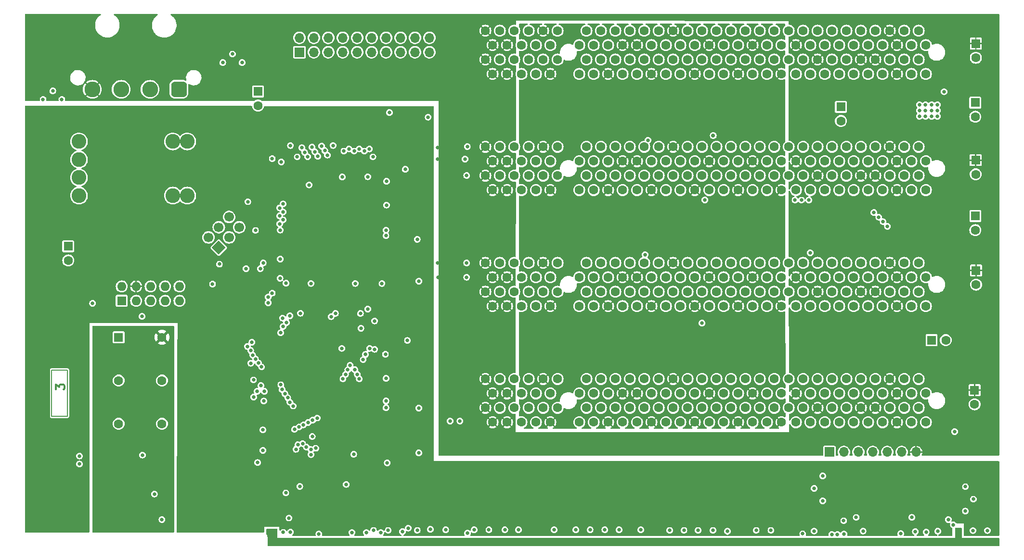
<source format=gbr>
%TF.GenerationSoftware,KiCad,Pcbnew,7.0.6-0*%
%TF.CreationDate,2023-08-26T23:16:55+02:00*%
%TF.ProjectId,Prometheus,50726f6d-6574-4686-9575-732e6b696361,rev?*%
%TF.SameCoordinates,Original*%
%TF.FileFunction,Copper,L3,Inr*%
%TF.FilePolarity,Positive*%
%FSLAX46Y46*%
G04 Gerber Fmt 4.6, Leading zero omitted, Abs format (unit mm)*
G04 Created by KiCad (PCBNEW 7.0.6-0) date 2023-08-26 23:16:55*
%MOMM*%
%LPD*%
G01*
G04 APERTURE LIST*
G04 Aperture macros list*
%AMRoundRect*
0 Rectangle with rounded corners*
0 $1 Rounding radius*
0 $2 $3 $4 $5 $6 $7 $8 $9 X,Y pos of 4 corners*
0 Add a 4 corners polygon primitive as box body*
4,1,4,$2,$3,$4,$5,$6,$7,$8,$9,$2,$3,0*
0 Add four circle primitives for the rounded corners*
1,1,$1+$1,$2,$3*
1,1,$1+$1,$4,$5*
1,1,$1+$1,$6,$7*
1,1,$1+$1,$8,$9*
0 Add four rect primitives between the rounded corners*
20,1,$1+$1,$2,$3,$4,$5,0*
20,1,$1+$1,$4,$5,$6,$7,0*
20,1,$1+$1,$6,$7,$8,$9,0*
20,1,$1+$1,$8,$9,$2,$3,0*%
%AMHorizOval*
0 Thick line with rounded ends*
0 $1 width*
0 $2 $3 position (X,Y) of the first rounded end (center of the circle)*
0 $4 $5 position (X,Y) of the second rounded end (center of the circle)*
0 Add line between two ends*
20,1,$1,$2,$3,$4,$5,0*
0 Add two circle primitives to create the rounded ends*
1,1,$1,$2,$3*
1,1,$1,$4,$5*%
%AMRotRect*
0 Rectangle, with rotation*
0 The origin of the aperture is its center*
0 $1 length*
0 $2 width*
0 $3 Rotation angle, in degrees counterclockwise*
0 Add horizontal line*
21,1,$1,$2,0,0,$3*%
G04 Aperture macros list end*
%ADD10C,0.300000*%
%TA.AperFunction,NonConductor*%
%ADD11C,0.300000*%
%TD*%
%TA.AperFunction,ComponentPad*%
%ADD12RoundRect,0.695000X-0.695000X-0.695000X0.695000X-0.695000X0.695000X0.695000X-0.695000X0.695000X0*%
%TD*%
%TA.AperFunction,ComponentPad*%
%ADD13C,2.780000*%
%TD*%
%TA.AperFunction,ComponentPad*%
%ADD14C,2.600000*%
%TD*%
%TA.AperFunction,ComponentPad*%
%ADD15R,1.600000X1.600000*%
%TD*%
%TA.AperFunction,ComponentPad*%
%ADD16C,1.600000*%
%TD*%
%TA.AperFunction,ComponentPad*%
%ADD17R,1.700000X1.700000*%
%TD*%
%TA.AperFunction,ComponentPad*%
%ADD18O,1.700000X1.700000*%
%TD*%
%TA.AperFunction,ComponentPad*%
%ADD19RotRect,1.700000X1.700000X135.000000*%
%TD*%
%TA.AperFunction,ComponentPad*%
%ADD20HorizOval,1.700000X0.000000X0.000000X0.000000X0.000000X0*%
%TD*%
%TA.AperFunction,ComponentPad*%
%ADD21O,1.600000X1.600000*%
%TD*%
%TA.AperFunction,ViaPad*%
%ADD22C,0.670000*%
%TD*%
%TA.AperFunction,ViaPad*%
%ADD23C,0.656400*%
%TD*%
%TA.AperFunction,ViaPad*%
%ADD24C,0.711200*%
%TD*%
%TA.AperFunction,Conductor*%
%ADD25C,0.152400*%
%TD*%
G04 APERTURE END LIST*
D10*
D11*
X74931628Y-86875946D02*
X74931628Y-85947374D01*
X74931628Y-85947374D02*
X75503057Y-86447374D01*
X75503057Y-86447374D02*
X75503057Y-86233089D01*
X75503057Y-86233089D02*
X75574485Y-86090232D01*
X75574485Y-86090232D02*
X75645914Y-86018803D01*
X75645914Y-86018803D02*
X75788771Y-85947374D01*
X75788771Y-85947374D02*
X76145914Y-85947374D01*
X76145914Y-85947374D02*
X76288771Y-86018803D01*
X76288771Y-86018803D02*
X76360200Y-86090232D01*
X76360200Y-86090232D02*
X76431628Y-86233089D01*
X76431628Y-86233089D02*
X76431628Y-86661660D01*
X76431628Y-86661660D02*
X76360200Y-86804517D01*
X76360200Y-86804517D02*
X76288771Y-86875946D01*
D12*
%TO.N,+12V*%
%TO.C,CON300*%
X96554414Y-33977279D03*
D13*
%TO.N,GNDD*%
X91474414Y-33977279D03*
X86405514Y-33981379D03*
%TO.N,+5V*%
X81325314Y-33981379D03*
%TD*%
D14*
%TO.N,GNDD*%
%TO.C,VR300*%
X78986900Y-43175100D03*
%TO.N,+12V*%
X78986900Y-46350100D03*
X78986900Y-49525100D03*
%TO.N,unconnected-(VR300-~{INHIBIT}-Pad4)*%
X78986900Y-52700100D03*
%TO.N,Net-(VR300-VADJ)*%
X95496900Y-52700100D03*
X98036900Y-52700100D03*
%TO.N,+3V3*%
X95496900Y-43175100D03*
X98036900Y-43175100D03*
%TD*%
D15*
%TO.N,+5V*%
%TO.C,C303*%
X236499300Y-86962200D03*
D16*
%TO.N,GNDD*%
X236499300Y-89462200D03*
%TD*%
D15*
%TO.N,+12V*%
%TO.C,C308*%
X77101200Y-61622800D03*
D16*
%TO.N,GNDD*%
X77101200Y-64122800D03*
%TD*%
D15*
%TO.N,unconnected-(Q201/Q202-Tri-State-Pad1)*%
%TO.C,Q201/Q202*%
X85961596Y-77656975D03*
D16*
%TO.N,GNDD*%
X85961596Y-85276975D03*
X85961596Y-92896975D03*
%TO.N,SYSCLK_OSC*%
X93581596Y-92896975D03*
X93581596Y-85276975D03*
%TO.N,VPP*%
X93581596Y-77656975D03*
%TD*%
%TO.N,P-TRST*%
%TO.C,X303*%
X227926400Y-31280600D03*
%TO.N,+12V*%
X226656400Y-28740600D03*
%TO.N,P-TMS*%
X225386400Y-31280600D03*
%TO.N,P-TDI*%
X224116400Y-28740600D03*
%TO.N,+5V*%
X222846400Y-31280600D03*
%TO.N,~{P-INTA}*%
X221576400Y-28740600D03*
%TO.N,~{P-INTC}*%
X220306400Y-31280600D03*
%TO.N,+5V*%
X219036400Y-28740600D03*
%TO.N,unconnected-(X303-RESERVED-PadA9)*%
X217766400Y-31280600D03*
%TO.N,+5V*%
X216496400Y-28740600D03*
%TO.N,unconnected-(X303-RESERVED-PadA11)*%
X215226400Y-31280600D03*
%TO.N,GNDD*%
X213956400Y-28740600D03*
X212686400Y-31280600D03*
%TO.N,unconnected-(X303-RESERVED-PadA14)*%
X211416400Y-28740600D03*
%TO.N,~{P-RST}*%
X210146400Y-31280600D03*
%TO.N,+5V*%
X208876400Y-28740600D03*
%TO.N,~{P-GNT3}*%
X207606400Y-31280600D03*
%TO.N,GNDD*%
X206336400Y-28740600D03*
%TO.N,unconnected-(X303-RESERVED-PadA19)*%
X205066400Y-31280600D03*
%TO.N,P-AD30*%
X203796400Y-28740600D03*
%TO.N,+3V3*%
X202526400Y-31280600D03*
%TO.N,P-AD28*%
X201256400Y-28740600D03*
%TO.N,P-AD26*%
X199986400Y-31280600D03*
%TO.N,GNDD*%
X198716400Y-28740600D03*
%TO.N,P-AD24*%
X197446400Y-31280600D03*
%TO.N,P-AD19*%
X196176400Y-28740600D03*
%TO.N,+3V3*%
X194906400Y-31280600D03*
%TO.N,P-AD22*%
X193636400Y-28740600D03*
%TO.N,P-AD20*%
X192366400Y-31280600D03*
%TO.N,GNDD*%
X191096400Y-28740600D03*
%TO.N,P-AD18*%
X189826400Y-31280600D03*
%TO.N,P-AD16*%
X188556400Y-28740600D03*
%TO.N,+3V3*%
X187286400Y-31280600D03*
%TO.N,~{P-FRAME}*%
X186016400Y-28740600D03*
%TO.N,GNDD*%
X184746400Y-31280600D03*
%TO.N,~{P-TRDY}*%
X183476400Y-28740600D03*
%TO.N,GNDD*%
X182206400Y-31280600D03*
%TO.N,~{P-STOP}*%
X180936400Y-28740600D03*
%TO.N,+3V3*%
X179666400Y-31280600D03*
%TO.N,SDONE*%
X178396400Y-28740600D03*
%TO.N,~{SBO}*%
X177126400Y-31280600D03*
%TO.N,GNDD*%
X175856400Y-28740600D03*
%TO.N,P-PAR*%
X174586400Y-31280600D03*
%TO.N,P-AD15*%
X173316400Y-28740600D03*
%TO.N,+3V3*%
X172046400Y-31280600D03*
%TO.N,P-AD13*%
X170776400Y-28740600D03*
%TO.N,P-AD11*%
X169506400Y-31280600D03*
%TO.N,GNDD*%
X168236400Y-28740600D03*
%TO.N,P-AD9*%
X166966400Y-31280600D03*
%TO.N,~{P-CBE0}*%
X163156400Y-28740600D03*
%TO.N,+3V3*%
X161886400Y-31280600D03*
%TO.N,P-AD6*%
X160616400Y-28740600D03*
%TO.N,P-AD4*%
X159346400Y-31280600D03*
%TO.N,GNDD*%
X158076400Y-28740600D03*
%TO.N,P-AD2*%
X156806400Y-31280600D03*
%TO.N,P-AD0*%
X155536400Y-28740600D03*
%TO.N,+5V*%
X154266400Y-31280600D03*
%TO.N,Net-(X303-REQ64#)*%
X152996400Y-28740600D03*
%TO.N,+5V*%
X151726400Y-31280600D03*
X150456400Y-28740600D03*
%TO.N,-12V*%
X227926400Y-26200600D03*
%TO.N,P-TCK*%
X226656400Y-23660600D03*
%TO.N,GNDD*%
X225386400Y-26200600D03*
%TO.N,P-TD1*%
X224116400Y-23660600D03*
%TO.N,+5V*%
X222846400Y-26200600D03*
X221576400Y-23660600D03*
%TO.N,~{P-INTB}*%
X220306400Y-26200600D03*
%TO.N,~{P-INTD}*%
X219036400Y-23660600D03*
%TO.N,unconnected-(X303-PRSNT1#-PadB9)*%
X217766400Y-26200600D03*
%TO.N,unconnected-(X303-RESERVED-PadB10)*%
X216496400Y-23660600D03*
%TO.N,unconnected-(X303-PRSNT2#-PadB11)*%
X215226400Y-26200600D03*
%TO.N,GNDD*%
X213956400Y-23660600D03*
X212686400Y-26200600D03*
%TO.N,unconnected-(X303-RESERVED-PadB14)*%
X211416400Y-23660600D03*
%TO.N,GNDD*%
X210146400Y-26200600D03*
%TO.N,P-CLK3*%
X208876400Y-23660600D03*
%TO.N,GNDD*%
X207606400Y-26200600D03*
%TO.N,~{P-REQ3}*%
X206336400Y-23660600D03*
%TO.N,+5V*%
X205066400Y-26200600D03*
%TO.N,P-AD31*%
X203796400Y-23660600D03*
%TO.N,P-AD29*%
X202526400Y-26200600D03*
%TO.N,GNDD*%
X201256400Y-23660600D03*
%TO.N,P-AD27*%
X199986400Y-26200600D03*
%TO.N,P-AD25*%
X198716400Y-23660600D03*
%TO.N,+3V3*%
X197446400Y-26200600D03*
%TO.N,~{P-CBE3}*%
X196176400Y-23660600D03*
%TO.N,P-AD23*%
X194906400Y-26200600D03*
%TO.N,GNDD*%
X193636400Y-23660600D03*
%TO.N,P-AD21*%
X192366400Y-26200600D03*
%TO.N,P-AD19*%
X191096400Y-23660600D03*
%TO.N,+3V3*%
X189826400Y-26200600D03*
%TO.N,P-AD17*%
X188556400Y-23660600D03*
%TO.N,~{P-CBE2}*%
X187286400Y-26200600D03*
%TO.N,GNDD*%
X186016400Y-23660600D03*
%TO.N,~{P-IRDY}*%
X184746400Y-26200600D03*
%TO.N,+3V3*%
X183476400Y-23660600D03*
%TO.N,~{P-DEVSEL}*%
X182206400Y-26200600D03*
%TO.N,GNDD*%
X180936400Y-23660600D03*
%TO.N,~{P-LOCK}*%
X179666400Y-26200600D03*
%TO.N,~{P-PERR}*%
X178396400Y-23660600D03*
%TO.N,+3V3*%
X177126400Y-26200600D03*
%TO.N,~{P-SERR}*%
X175856400Y-23660600D03*
%TO.N,+3V3*%
X174586400Y-26200600D03*
%TO.N,~{P-CBE1}*%
X173316400Y-23660600D03*
%TO.N,P-AD14*%
X172046400Y-26200600D03*
%TO.N,GNDD*%
X170776400Y-23660600D03*
%TO.N,P-AD12*%
X169506400Y-26200600D03*
%TO.N,P-AD10*%
X168236400Y-23660600D03*
%TO.N,GNDD*%
X166966400Y-26200600D03*
%TO.N,P-AD8*%
X163156400Y-23660600D03*
%TO.N,P-AD7*%
X161886400Y-26200600D03*
%TO.N,+3V3*%
X160616400Y-23660600D03*
%TO.N,P-AD5*%
X159346400Y-26200600D03*
%TO.N,P-AD3*%
X158076400Y-23660600D03*
%TO.N,GNDD*%
X156806400Y-26200600D03*
%TO.N,P-AD1*%
X155536400Y-23660600D03*
%TO.N,+5V*%
X154266400Y-26200600D03*
%TO.N,Net-(X303-ACK64#)*%
X152996400Y-23660600D03*
%TO.N,+5V*%
X151726400Y-26200600D03*
X150456400Y-23660600D03*
%TD*%
D15*
%TO.N,+3V3*%
%TO.C,C311*%
X110476800Y-34354000D03*
D16*
%TO.N,GNDD*%
X110476800Y-36854000D03*
%TD*%
D15*
%TO.N,+5V*%
%TO.C,C305*%
X236714800Y-25926400D03*
D16*
%TO.N,GNDD*%
X236714800Y-28426400D03*
%TD*%
D15*
%TO.N,+5V*%
%TO.C,C307*%
X236756151Y-65884042D03*
D16*
%TO.N,GNDD*%
X236756151Y-68384042D03*
%TD*%
%TO.N,P-TRST*%
%TO.C,X301*%
X227926400Y-72174600D03*
%TO.N,+12V*%
X226656400Y-69634600D03*
%TO.N,P-TMS*%
X225386400Y-72174600D03*
%TO.N,P-TD2*%
X224116400Y-69634600D03*
%TO.N,+5V*%
X222846400Y-72174600D03*
%TO.N,~{P-INTA}*%
X221576400Y-69634600D03*
%TO.N,~{P-INTC}*%
X220306400Y-72174600D03*
%TO.N,+5V*%
X219036400Y-69634600D03*
%TO.N,unconnected-(X301-RESERVED-PadA9)*%
X217766400Y-72174600D03*
%TO.N,+5V*%
X216496400Y-69634600D03*
%TO.N,unconnected-(X301-RESERVED-PadA11)*%
X215226400Y-72174600D03*
%TO.N,GNDD*%
X213956400Y-69634600D03*
X212686400Y-72174600D03*
%TO.N,unconnected-(X301-RESERVED-PadA14)*%
X211416400Y-69634600D03*
%TO.N,~{P-RST}*%
X210146400Y-72174600D03*
%TO.N,+5V*%
X208876400Y-69634600D03*
%TO.N,~{P-GNT1}*%
X207606400Y-72174600D03*
%TO.N,GNDD*%
X206336400Y-69634600D03*
%TO.N,unconnected-(X301-RESERVED-PadA19)*%
X205066400Y-72174600D03*
%TO.N,P-AD30*%
X203796400Y-69634600D03*
%TO.N,+3V3*%
X202526400Y-72174600D03*
%TO.N,P-AD28*%
X201256400Y-69634600D03*
%TO.N,P-AD26*%
X199986400Y-72174600D03*
%TO.N,GNDD*%
X198716400Y-69634600D03*
%TO.N,P-AD24*%
X197446400Y-72174600D03*
%TO.N,P-AD17*%
X196176400Y-69634600D03*
%TO.N,+3V3*%
X194906400Y-72174600D03*
%TO.N,P-AD22*%
X193636400Y-69634600D03*
%TO.N,P-AD20*%
X192366400Y-72174600D03*
%TO.N,GNDD*%
X191096400Y-69634600D03*
%TO.N,P-AD18*%
X189826400Y-72174600D03*
%TO.N,P-AD16*%
X188556400Y-69634600D03*
%TO.N,+3V3*%
X187286400Y-72174600D03*
%TO.N,~{P-FRAME}*%
X186016400Y-69634600D03*
%TO.N,GNDD*%
X184746400Y-72174600D03*
%TO.N,~{P-TRDY}*%
X183476400Y-69634600D03*
%TO.N,GNDD*%
X182206400Y-72174600D03*
%TO.N,~{P-STOP}*%
X180936400Y-69634600D03*
%TO.N,+3V3*%
X179666400Y-72174600D03*
%TO.N,SDONE*%
X178396400Y-69634600D03*
%TO.N,~{SBO}*%
X177126400Y-72174600D03*
%TO.N,GNDD*%
X175856400Y-69634600D03*
%TO.N,P-PAR*%
X174586400Y-72174600D03*
%TO.N,P-AD15*%
X173316400Y-69634600D03*
%TO.N,+3V3*%
X172046400Y-72174600D03*
%TO.N,P-AD13*%
X170776400Y-69634600D03*
%TO.N,P-AD11*%
X169506400Y-72174600D03*
%TO.N,GNDD*%
X168236400Y-69634600D03*
%TO.N,P-AD9*%
X166966400Y-72174600D03*
%TO.N,~{P-CBE0}*%
X163156400Y-69634600D03*
%TO.N,+3V3*%
X161886400Y-72174600D03*
%TO.N,P-AD6*%
X160616400Y-69634600D03*
%TO.N,P-AD4*%
X159346400Y-72174600D03*
%TO.N,GNDD*%
X158076400Y-69634600D03*
%TO.N,P-AD2*%
X156806400Y-72174600D03*
%TO.N,P-AD0*%
X155536400Y-69634600D03*
%TO.N,+5V*%
X154266400Y-72174600D03*
%TO.N,Net-(X301-REQ64#)*%
X152996400Y-69634600D03*
%TO.N,+5V*%
X151726400Y-72174600D03*
X150456400Y-69634600D03*
%TO.N,-12V*%
X227926400Y-67094600D03*
%TO.N,P-TCK*%
X226656400Y-64554600D03*
%TO.N,GNDD*%
X225386400Y-67094600D03*
%TO.N,P-TD3*%
X224116400Y-64554600D03*
%TO.N,+5V*%
X222846400Y-67094600D03*
X221576400Y-64554600D03*
%TO.N,~{P-INTB}*%
X220306400Y-67094600D03*
%TO.N,~{P-INTD}*%
X219036400Y-64554600D03*
%TO.N,unconnected-(X301-PRSNT1#-PadB9)*%
X217766400Y-67094600D03*
%TO.N,unconnected-(X301-RESERVED-PadB10)*%
X216496400Y-64554600D03*
%TO.N,unconnected-(X301-PRSNT2#-PadB11)*%
X215226400Y-67094600D03*
%TO.N,GNDD*%
X213956400Y-64554600D03*
X212686400Y-67094600D03*
%TO.N,unconnected-(X301-RESERVED-PadB14)*%
X211416400Y-64554600D03*
%TO.N,GNDD*%
X210146400Y-67094600D03*
%TO.N,P-CLK1*%
X208876400Y-64554600D03*
%TO.N,GNDD*%
X207606400Y-67094600D03*
%TO.N,~{P-REQ1}*%
X206336400Y-64554600D03*
%TO.N,+5V*%
X205066400Y-67094600D03*
%TO.N,P-AD31*%
X203796400Y-64554600D03*
%TO.N,P-AD29*%
X202526400Y-67094600D03*
%TO.N,GNDD*%
X201256400Y-64554600D03*
%TO.N,P-AD27*%
X199986400Y-67094600D03*
%TO.N,P-AD25*%
X198716400Y-64554600D03*
%TO.N,+3V3*%
X197446400Y-67094600D03*
%TO.N,~{P-CBE3}*%
X196176400Y-64554600D03*
%TO.N,P-AD23*%
X194906400Y-67094600D03*
%TO.N,GNDD*%
X193636400Y-64554600D03*
%TO.N,P-AD21*%
X192366400Y-67094600D03*
%TO.N,P-AD19*%
X191096400Y-64554600D03*
%TO.N,+3V3*%
X189826400Y-67094600D03*
%TO.N,P-AD17*%
X188556400Y-64554600D03*
%TO.N,~{P-CBE2}*%
X187286400Y-67094600D03*
%TO.N,GNDD*%
X186016400Y-64554600D03*
%TO.N,~{P-IRDY}*%
X184746400Y-67094600D03*
%TO.N,+3V3*%
X183476400Y-64554600D03*
%TO.N,~{P-DEVSEL}*%
X182206400Y-67094600D03*
%TO.N,GNDD*%
X180936400Y-64554600D03*
%TO.N,~{P-LOCK}*%
X179666400Y-67094600D03*
%TO.N,~{P-PERR}*%
X178396400Y-64554600D03*
%TO.N,+3V3*%
X177126400Y-67094600D03*
%TO.N,~{P-SERR}*%
X175856400Y-64554600D03*
%TO.N,+3V3*%
X174586400Y-67094600D03*
%TO.N,~{P-CBE1}*%
X173316400Y-64554600D03*
%TO.N,P-AD14*%
X172046400Y-67094600D03*
%TO.N,GNDD*%
X170776400Y-64554600D03*
%TO.N,P-AD12*%
X169506400Y-67094600D03*
%TO.N,P-AD10*%
X168236400Y-64554600D03*
%TO.N,GNDD*%
X166966400Y-67094600D03*
%TO.N,P-AD8*%
X163156400Y-64554600D03*
%TO.N,P-AD7*%
X161886400Y-67094600D03*
%TO.N,+3V3*%
X160616400Y-64554600D03*
%TO.N,P-AD5*%
X159346400Y-67094600D03*
%TO.N,P-AD3*%
X158076400Y-64554600D03*
%TO.N,GNDD*%
X156806400Y-67094600D03*
%TO.N,P-AD1*%
X155536400Y-64554600D03*
%TO.N,+5V*%
X154266400Y-67094600D03*
%TO.N,Net-(X301-ACK64#)*%
X152996400Y-64554600D03*
%TO.N,+5V*%
X151726400Y-67094600D03*
X150456400Y-64554600D03*
%TD*%
D15*
%TO.N,+5V*%
%TO.C,C300*%
X236687678Y-46450578D03*
D16*
%TO.N,GNDD*%
X236687678Y-48950578D03*
%TD*%
D17*
%TO.N,GNDD*%
%TO.C,SV2*%
X117741200Y-27445200D03*
D18*
X117741200Y-24905200D03*
%TO.N,DEBUG15*%
X120281200Y-27445200D03*
%TO.N,DEBUG14*%
X120281200Y-24905200D03*
%TO.N,DEBUG13*%
X122821200Y-27445200D03*
%TO.N,DEBUG12*%
X122821200Y-24905200D03*
%TO.N,DEBUG11*%
X125361200Y-27445200D03*
%TO.N,DEBUG10*%
X125361200Y-24905200D03*
%TO.N,DEBUG9*%
X127901200Y-27445200D03*
%TO.N,DEBUG8*%
X127901200Y-24905200D03*
%TO.N,DEBUG7*%
X130441200Y-27445200D03*
%TO.N,DEBUG6*%
X130441200Y-24905200D03*
%TO.N,DEBUG5*%
X132981200Y-27445200D03*
%TO.N,DEBUG4*%
X132981200Y-24905200D03*
%TO.N,DEBUG3*%
X135521200Y-27445200D03*
%TO.N,DEBUG2*%
X135521200Y-24905200D03*
%TO.N,DEBUG1*%
X138061200Y-27445200D03*
%TO.N,DEBUG0*%
X138061200Y-24905200D03*
%TO.N,GNDD*%
X140601200Y-27445200D03*
X140601200Y-24905200D03*
%TD*%
D16*
%TO.N,P-TRST*%
%TO.C,X300*%
X227926400Y-92621600D03*
%TO.N,+12V*%
X226656400Y-90081600D03*
%TO.N,P-TMS*%
X225386400Y-92621600D03*
%TO.N,P-TD3*%
X224116400Y-90081600D03*
%TO.N,+5V*%
X222846400Y-92621600D03*
%TO.N,~{P-INTA}*%
X221576400Y-90081600D03*
%TO.N,~{P-INTC}*%
X220306400Y-92621600D03*
%TO.N,+5V*%
X219036400Y-90081600D03*
%TO.N,unconnected-(X300-RESERVED-PadA9)*%
X217766400Y-92621600D03*
%TO.N,+5V*%
X216496400Y-90081600D03*
%TO.N,unconnected-(X300-RESERVED-PadA11)*%
X215226400Y-92621600D03*
%TO.N,GNDD*%
X213956400Y-90081600D03*
X212686400Y-92621600D03*
%TO.N,unconnected-(X300-RESERVED-PadA14)*%
X211416400Y-90081600D03*
%TO.N,~{P-RST}*%
X210146400Y-92621600D03*
%TO.N,+5V*%
X208876400Y-90081600D03*
%TO.N,~{P-GNT0}*%
X207606400Y-92621600D03*
%TO.N,GNDD*%
X206336400Y-90081600D03*
%TO.N,unconnected-(X300-RESERVED-PadA19)*%
X205066400Y-92621600D03*
%TO.N,P-AD30*%
X203796400Y-90081600D03*
%TO.N,+3V3*%
X202526400Y-92621600D03*
%TO.N,P-AD28*%
X201256400Y-90081600D03*
%TO.N,P-AD26*%
X199986400Y-92621600D03*
%TO.N,GNDD*%
X198716400Y-90081600D03*
%TO.N,P-AD24*%
X197446400Y-92621600D03*
%TO.N,P-AD16*%
X196176400Y-90081600D03*
%TO.N,+3V3*%
X194906400Y-92621600D03*
%TO.N,P-AD22*%
X193636400Y-90081600D03*
%TO.N,P-AD20*%
X192366400Y-92621600D03*
%TO.N,GNDD*%
X191096400Y-90081600D03*
%TO.N,P-AD18*%
X189826400Y-92621600D03*
%TO.N,P-AD16*%
X188556400Y-90081600D03*
%TO.N,+3V3*%
X187286400Y-92621600D03*
%TO.N,~{P-FRAME}*%
X186016400Y-90081600D03*
%TO.N,GNDD*%
X184746400Y-92621600D03*
%TO.N,~{P-TRDY}*%
X183476400Y-90081600D03*
%TO.N,GNDD*%
X182206400Y-92621600D03*
%TO.N,~{P-STOP}*%
X180936400Y-90081600D03*
%TO.N,+3V3*%
X179666400Y-92621600D03*
%TO.N,SDONE*%
X178396400Y-90081600D03*
%TO.N,~{SBO}*%
X177126400Y-92621600D03*
%TO.N,GNDD*%
X175856400Y-90081600D03*
%TO.N,P-PAR*%
X174586400Y-92621600D03*
%TO.N,P-AD15*%
X173316400Y-90081600D03*
%TO.N,+3V3*%
X172046400Y-92621600D03*
%TO.N,P-AD13*%
X170776400Y-90081600D03*
%TO.N,P-AD11*%
X169506400Y-92621600D03*
%TO.N,GNDD*%
X168236400Y-90081600D03*
%TO.N,P-AD9*%
X166966400Y-92621600D03*
%TO.N,~{P-CBE0}*%
X163156400Y-90081600D03*
%TO.N,+3V3*%
X161886400Y-92621600D03*
%TO.N,P-AD6*%
X160616400Y-90081600D03*
%TO.N,P-AD4*%
X159346400Y-92621600D03*
%TO.N,GNDD*%
X158076400Y-90081600D03*
%TO.N,P-AD2*%
X156806400Y-92621600D03*
%TO.N,P-AD0*%
X155536400Y-90081600D03*
%TO.N,+5V*%
X154266400Y-92621600D03*
%TO.N,Net-(X300-REQ64#)*%
X152996400Y-90081600D03*
%TO.N,+5V*%
X151726400Y-92621600D03*
X150456400Y-90081600D03*
%TO.N,-12V*%
X227926400Y-87541600D03*
%TO.N,P-TCK*%
X226656400Y-85001600D03*
%TO.N,GNDD*%
X225386400Y-87541600D03*
%TO.N,P-TDO*%
X224116400Y-85001600D03*
%TO.N,+5V*%
X222846400Y-87541600D03*
X221576400Y-85001600D03*
%TO.N,~{P-INTB}*%
X220306400Y-87541600D03*
%TO.N,~{P-INTD}*%
X219036400Y-85001600D03*
%TO.N,unconnected-(X300-PRSNT1#-PadB9)*%
X217766400Y-87541600D03*
%TO.N,unconnected-(X300-RESERVED-PadB10)*%
X216496400Y-85001600D03*
%TO.N,unconnected-(X300-PRSNT2#-PadB11)*%
X215226400Y-87541600D03*
%TO.N,GNDD*%
X213956400Y-85001600D03*
X212686400Y-87541600D03*
%TO.N,unconnected-(X300-RESERVED-PadB14)*%
X211416400Y-85001600D03*
%TO.N,GNDD*%
X210146400Y-87541600D03*
%TO.N,P-CLK0*%
X208876400Y-85001600D03*
%TO.N,GNDD*%
X207606400Y-87541600D03*
%TO.N,~{P-REQ0}*%
X206336400Y-85001600D03*
%TO.N,+5V*%
X205066400Y-87541600D03*
%TO.N,P-AD31*%
X203796400Y-85001600D03*
%TO.N,P-AD29*%
X202526400Y-87541600D03*
%TO.N,GNDD*%
X201256400Y-85001600D03*
%TO.N,P-AD27*%
X199986400Y-87541600D03*
%TO.N,P-AD25*%
X198716400Y-85001600D03*
%TO.N,+3V3*%
X197446400Y-87541600D03*
%TO.N,~{P-CBE3}*%
X196176400Y-85001600D03*
%TO.N,P-AD23*%
X194906400Y-87541600D03*
%TO.N,GNDD*%
X193636400Y-85001600D03*
%TO.N,P-AD21*%
X192366400Y-87541600D03*
%TO.N,P-AD19*%
X191096400Y-85001600D03*
%TO.N,+3V3*%
X189826400Y-87541600D03*
%TO.N,P-AD17*%
X188556400Y-85001600D03*
%TO.N,~{P-CBE2}*%
X187286400Y-87541600D03*
%TO.N,GNDD*%
X186016400Y-85001600D03*
%TO.N,~{P-IRDY}*%
X184746400Y-87541600D03*
%TO.N,+3V3*%
X183476400Y-85001600D03*
%TO.N,~{P-DEVSEL}*%
X182206400Y-87541600D03*
%TO.N,GNDD*%
X180936400Y-85001600D03*
%TO.N,~{P-LOCK}*%
X179666400Y-87541600D03*
%TO.N,~{P-PERR}*%
X178396400Y-85001600D03*
%TO.N,+3V3*%
X177126400Y-87541600D03*
%TO.N,~{P-SERR}*%
X175856400Y-85001600D03*
%TO.N,+3V3*%
X174586400Y-87541600D03*
%TO.N,~{P-CBE1}*%
X173316400Y-85001600D03*
%TO.N,P-AD14*%
X172046400Y-87541600D03*
%TO.N,GNDD*%
X170776400Y-85001600D03*
%TO.N,P-AD12*%
X169506400Y-87541600D03*
%TO.N,P-AD10*%
X168236400Y-85001600D03*
%TO.N,GNDD*%
X166966400Y-87541600D03*
%TO.N,P-AD8*%
X163156400Y-85001600D03*
%TO.N,P-AD7*%
X161886400Y-87541600D03*
%TO.N,+3V3*%
X160616400Y-85001600D03*
%TO.N,P-AD5*%
X159346400Y-87541600D03*
%TO.N,P-AD3*%
X158076400Y-85001600D03*
%TO.N,GNDD*%
X156806400Y-87541600D03*
%TO.N,P-AD1*%
X155536400Y-85001600D03*
%TO.N,+5V*%
X154266400Y-87541600D03*
%TO.N,Net-(X300-ACK64#)*%
X152996400Y-85001600D03*
%TO.N,+5V*%
X151726400Y-87541600D03*
X150456400Y-85001600D03*
%TD*%
D15*
%TO.N,+12V*%
%TO.C,C302*%
X236625902Y-56288800D03*
D16*
%TO.N,GNDD*%
X236625902Y-58788800D03*
%TD*%
D15*
%TO.N,GNDD*%
%TO.C,C304*%
X228928421Y-78169669D03*
D16*
%TO.N,-12V*%
X231428421Y-78169669D03*
%TD*%
D19*
%TO.N,OPT2*%
%TO.C,SV3*%
X103575708Y-61865815D03*
D20*
%TO.N,GNDD*%
X101779657Y-60069764D03*
%TO.N,OPT1*%
X105371759Y-60069764D03*
%TO.N,GNDD*%
X103575708Y-58273713D03*
%TO.N,OPT0*%
X107167810Y-58273713D03*
%TO.N,GNDD*%
X105371759Y-56477661D03*
%TD*%
D15*
%TO.N,+12V*%
%TO.C,C306*%
X212984709Y-37058841D03*
D16*
%TO.N,GNDD*%
X212984709Y-39558841D03*
%TD*%
D15*
%TO.N,+12V*%
%TO.C,C301*%
X236613200Y-36324400D03*
D16*
%TO.N,GNDD*%
X236613200Y-38824400D03*
%TD*%
D15*
%TO.N,TCK*%
%TO.C,CON200*%
X86499200Y-71234800D03*
D21*
%TO.N,GNDD*%
X86499200Y-68694800D03*
%TO.N,TDO*%
X89039200Y-71234800D03*
%TO.N,VDD*%
X89039200Y-68694800D03*
%TO.N,TMS*%
X91579200Y-71234800D03*
%TO.N,VCC*%
X91579200Y-68694800D03*
%TO.N,unconnected-(CON200-Pin_7-Pad7)*%
X94119200Y-71234800D03*
%TO.N,VCC*%
X94119200Y-68694800D03*
%TO.N,TDI*%
X96659200Y-71234800D03*
%TO.N,GNDD*%
X96659200Y-68694800D03*
%TD*%
D16*
%TO.N,P-TRST*%
%TO.C,X302*%
X227926400Y-51726600D03*
%TO.N,+12V*%
X226656400Y-49186600D03*
%TO.N,P-TMS*%
X225386400Y-51726600D03*
%TO.N,P-TD1*%
X224116400Y-49186600D03*
%TO.N,+5V*%
X222846400Y-51726600D03*
%TO.N,~{P-INTA}*%
X221576400Y-49186600D03*
%TO.N,~{P-INTC}*%
X220306400Y-51726600D03*
%TO.N,+5V*%
X219036400Y-49186600D03*
%TO.N,unconnected-(X302-RESERVED-PadA9)*%
X217766400Y-51726600D03*
%TO.N,+5V*%
X216496400Y-49186600D03*
%TO.N,unconnected-(X302-RESERVED-PadA11)*%
X215226400Y-51726600D03*
%TO.N,GNDD*%
X213956400Y-49186600D03*
X212686400Y-51726600D03*
%TO.N,unconnected-(X302-RESERVED-PadA14)*%
X211416400Y-49186600D03*
%TO.N,~{P-RST}*%
X210146400Y-51726600D03*
%TO.N,+5V*%
X208876400Y-49186600D03*
%TO.N,~{P-GNT2}*%
X207606400Y-51726600D03*
%TO.N,GNDD*%
X206336400Y-49186600D03*
%TO.N,unconnected-(X302-RESERVED-PadA19)*%
X205066400Y-51726600D03*
%TO.N,P-AD30*%
X203796400Y-49186600D03*
%TO.N,+3V3*%
X202526400Y-51726600D03*
%TO.N,P-AD28*%
X201256400Y-49186600D03*
%TO.N,P-AD26*%
X199986400Y-51726600D03*
%TO.N,GNDD*%
X198716400Y-49186600D03*
%TO.N,P-AD24*%
X197446400Y-51726600D03*
%TO.N,P-AD18*%
X196176400Y-49186600D03*
%TO.N,+3V3*%
X194906400Y-51726600D03*
%TO.N,P-AD22*%
X193636400Y-49186600D03*
%TO.N,P-AD20*%
X192366400Y-51726600D03*
%TO.N,GNDD*%
X191096400Y-49186600D03*
%TO.N,P-AD18*%
X189826400Y-51726600D03*
%TO.N,P-AD16*%
X188556400Y-49186600D03*
%TO.N,+3V3*%
X187286400Y-51726600D03*
%TO.N,~{P-FRAME}*%
X186016400Y-49186600D03*
%TO.N,GNDD*%
X184746400Y-51726600D03*
%TO.N,~{P-TRDY}*%
X183476400Y-49186600D03*
%TO.N,GNDD*%
X182206400Y-51726600D03*
%TO.N,~{P-STOP}*%
X180936400Y-49186600D03*
%TO.N,+3V3*%
X179666400Y-51726600D03*
%TO.N,SDONE*%
X178396400Y-49186600D03*
%TO.N,~{SBO}*%
X177126400Y-51726600D03*
%TO.N,GNDD*%
X175856400Y-49186600D03*
%TO.N,P-PAR*%
X174586400Y-51726600D03*
%TO.N,P-AD15*%
X173316400Y-49186600D03*
%TO.N,+3V3*%
X172046400Y-51726600D03*
%TO.N,P-AD13*%
X170776400Y-49186600D03*
%TO.N,P-AD11*%
X169506400Y-51726600D03*
%TO.N,GNDD*%
X168236400Y-49186600D03*
%TO.N,P-AD9*%
X166966400Y-51726600D03*
%TO.N,~{P-CBE0}*%
X163156400Y-49186600D03*
%TO.N,+3V3*%
X161886400Y-51726600D03*
%TO.N,P-AD6*%
X160616400Y-49186600D03*
%TO.N,P-AD4*%
X159346400Y-51726600D03*
%TO.N,GNDD*%
X158076400Y-49186600D03*
%TO.N,P-AD2*%
X156806400Y-51726600D03*
%TO.N,P-AD0*%
X155536400Y-49186600D03*
%TO.N,+5V*%
X154266400Y-51726600D03*
%TO.N,Net-(X302-REQ64#)*%
X152996400Y-49186600D03*
%TO.N,+5V*%
X151726400Y-51726600D03*
X150456400Y-49186600D03*
%TO.N,-12V*%
X227926400Y-46646600D03*
%TO.N,P-TCK*%
X226656400Y-44106600D03*
%TO.N,GNDD*%
X225386400Y-46646600D03*
%TO.N,P-TD2*%
X224116400Y-44106600D03*
%TO.N,+5V*%
X222846400Y-46646600D03*
X221576400Y-44106600D03*
%TO.N,~{P-INTB}*%
X220306400Y-46646600D03*
%TO.N,~{P-INTD}*%
X219036400Y-44106600D03*
%TO.N,unconnected-(X302-PRSNT1#-PadB9)*%
X217766400Y-46646600D03*
%TO.N,unconnected-(X302-RESERVED-PadB10)*%
X216496400Y-44106600D03*
%TO.N,unconnected-(X302-PRSNT2#-PadB11)*%
X215226400Y-46646600D03*
%TO.N,GNDD*%
X213956400Y-44106600D03*
X212686400Y-46646600D03*
%TO.N,unconnected-(X302-RESERVED-PadB14)*%
X211416400Y-44106600D03*
%TO.N,GNDD*%
X210146400Y-46646600D03*
%TO.N,P-CLK2*%
X208876400Y-44106600D03*
%TO.N,GNDD*%
X207606400Y-46646600D03*
%TO.N,~{P-REQ2}*%
X206336400Y-44106600D03*
%TO.N,+5V*%
X205066400Y-46646600D03*
%TO.N,P-AD31*%
X203796400Y-44106600D03*
%TO.N,P-AD29*%
X202526400Y-46646600D03*
%TO.N,GNDD*%
X201256400Y-44106600D03*
%TO.N,P-AD27*%
X199986400Y-46646600D03*
%TO.N,P-AD25*%
X198716400Y-44106600D03*
%TO.N,+3V3*%
X197446400Y-46646600D03*
%TO.N,~{P-CBE3}*%
X196176400Y-44106600D03*
%TO.N,P-AD23*%
X194906400Y-46646600D03*
%TO.N,GNDD*%
X193636400Y-44106600D03*
%TO.N,P-AD21*%
X192366400Y-46646600D03*
%TO.N,P-AD19*%
X191096400Y-44106600D03*
%TO.N,+3V3*%
X189826400Y-46646600D03*
%TO.N,P-AD17*%
X188556400Y-44106600D03*
%TO.N,~{P-CBE2}*%
X187286400Y-46646600D03*
%TO.N,GNDD*%
X186016400Y-44106600D03*
%TO.N,~{P-IRDY}*%
X184746400Y-46646600D03*
%TO.N,+3V3*%
X183476400Y-44106600D03*
%TO.N,~{P-DEVSEL}*%
X182206400Y-46646600D03*
%TO.N,GNDD*%
X180936400Y-44106600D03*
%TO.N,~{P-LOCK}*%
X179666400Y-46646600D03*
%TO.N,~{P-PERR}*%
X178396400Y-44106600D03*
%TO.N,+3V3*%
X177126400Y-46646600D03*
%TO.N,~{P-SERR}*%
X175856400Y-44106600D03*
%TO.N,+3V3*%
X174586400Y-46646600D03*
%TO.N,~{P-CBE1}*%
X173316400Y-44106600D03*
%TO.N,P-AD14*%
X172046400Y-46646600D03*
%TO.N,GNDD*%
X170776400Y-44106600D03*
%TO.N,P-AD12*%
X169506400Y-46646600D03*
%TO.N,P-AD10*%
X168236400Y-44106600D03*
%TO.N,GNDD*%
X166966400Y-46646600D03*
%TO.N,P-AD8*%
X163156400Y-44106600D03*
%TO.N,P-AD7*%
X161886400Y-46646600D03*
%TO.N,+3V3*%
X160616400Y-44106600D03*
%TO.N,P-AD5*%
X159346400Y-46646600D03*
%TO.N,P-AD3*%
X158076400Y-44106600D03*
%TO.N,GNDD*%
X156806400Y-46646600D03*
%TO.N,P-AD1*%
X155536400Y-44106600D03*
%TO.N,+5V*%
X154266400Y-46646600D03*
%TO.N,Net-(X302-ACK64#)*%
X152996400Y-44106600D03*
%TO.N,+5V*%
X151726400Y-46646600D03*
X150456400Y-44106600D03*
%TD*%
D17*
%TO.N,GNDD*%
%TO.C,SV1*%
X210959200Y-97878724D03*
D18*
%TO.N,P-TDI*%
X213499200Y-97878724D03*
%TO.N,P-TDO*%
X216039200Y-97878724D03*
%TO.N,P-TCK*%
X218579200Y-97878724D03*
%TO.N,P-TMS*%
X221119200Y-97878724D03*
%TO.N,P-TRST*%
X223659200Y-97878724D03*
%TO.N,+5V*%
X226199200Y-97878724D03*
%TD*%
D22*
%TO.N,+12V*%
X229958400Y-37722600D03*
X229958400Y-36690800D03*
X228942400Y-37722600D03*
X227863400Y-36706600D03*
X226783400Y-37722600D03*
X226783400Y-36706600D03*
X228942400Y-36706600D03*
X226783400Y-38738600D03*
X228942400Y-38738600D03*
X227863400Y-37722600D03*
X229958400Y-38738600D03*
X227863400Y-38738600D03*
%TO.N,+5V*%
X170624000Y-97244400D03*
X142023596Y-44260000D03*
X191502800Y-97193600D03*
X145427200Y-97549200D03*
X142074408Y-64580000D03*
X143446000Y-24041600D03*
X143496800Y-50660796D03*
X142023600Y-46241200D03*
X215912200Y-34684200D03*
X143301596Y-97541202D03*
X142125204Y-67120000D03*
X143395200Y-30493202D03*
%TO.N,-12V*%
X216873400Y-111775600D03*
X232973400Y-94275600D03*
%TO.N,DEBUG5*%
X125573400Y-44875600D03*
%TO.N,DEBUG4*%
X126473400Y-44475600D03*
%TO.N,DEBUG3*%
X127373400Y-44875600D03*
%TO.N,DEBUG2*%
X128273400Y-44475600D03*
%TO.N,DEBUG1*%
X129173400Y-44875600D03*
%TO.N,DEBUG0*%
X130073400Y-44475600D03*
%TO.N,DEBUG6*%
X122673400Y-45575600D03*
%TO.N,DEBUG7*%
X122207000Y-44772591D03*
%TO.N,DEBUG8*%
X121662200Y-43975600D03*
%TO.N,DEBUG9*%
X120984600Y-45775600D03*
%TO.N,DEBUG10*%
X120476735Y-44975060D03*
%TO.N,DEBUG11*%
X119962200Y-44175600D03*
%TO.N,DEBUG12*%
X119198785Y-45852073D03*
%TO.N,DEBUG13*%
X118662200Y-45075600D03*
%TO.N,DEBUG14*%
X118162200Y-44275600D03*
%TO.N,DEBUG15*%
X117373400Y-45875600D03*
%TO.N,VCC*%
X231873400Y-109775600D03*
D23*
X79073400Y-98575600D03*
X79073400Y-99975600D03*
D22*
X232773400Y-110675600D03*
X113373400Y-111875600D03*
X233673400Y-111575600D03*
%TO.N,~{SLAVEN}*%
X130973400Y-74775600D03*
X227973400Y-111975600D03*
X130991154Y-79778968D03*
%TO.N,~{CFGOUT}*%
X226073400Y-111875600D03*
X128573400Y-76075600D03*
X128284600Y-84975600D03*
%TO.N,~{INT2}*%
X215673400Y-109375600D03*
%TO.N,~{INT6}*%
X213473400Y-109975600D03*
X213533884Y-112315116D03*
%TO.N,SA5*%
X127902800Y-84175600D03*
X212373400Y-112375600D03*
X114873400Y-54175600D03*
%TO.N,SA6*%
X211373400Y-112375600D03*
X114273400Y-54875600D03*
X127496400Y-83375600D03*
%TO.N,SA4*%
X126673400Y-82575600D03*
X114873400Y-55575600D03*
%TO.N,SA3*%
X114273400Y-56275600D03*
X126262200Y-83375600D03*
%TO.N,SA7*%
X114273400Y-57675600D03*
X125410400Y-84975600D03*
%TO.N,SA2*%
X125862200Y-84175600D03*
X114873400Y-56975600D03*
X206273400Y-112275600D03*
%TO.N,FC0*%
X200673400Y-111675600D03*
%TO.N,FC1*%
X198073400Y-111675600D03*
%TO.N,AD13*%
X190473400Y-111675600D03*
%TO.N,AD14*%
X187873400Y-111675600D03*
%TO.N,AD15*%
X185373400Y-111675600D03*
%TO.N,AD16*%
X182873400Y-111675600D03*
%TO.N,AD17*%
X120873400Y-91875600D03*
%TO.N,~{DS0}*%
X120073400Y-92264400D03*
%TO.N,AD18*%
X173973400Y-111575600D03*
X119273400Y-92670800D03*
%TO.N,AD19*%
X171473400Y-111575600D03*
X118473400Y-93075600D03*
%TO.N,AD20*%
X117673400Y-93475600D03*
X168873400Y-111575600D03*
%TO.N,AD22*%
X116873400Y-93864400D03*
%TO.N,AD21*%
X166373400Y-111575600D03*
X120005584Y-95143416D03*
%TO.N,AD23*%
X120627273Y-97203127D03*
%TO.N,AD31*%
X119783572Y-97441260D03*
%TO.N,AD30*%
X118973400Y-96975600D03*
%TO.N,~{DTACK}*%
X118313572Y-96377655D03*
X156273400Y-111575600D03*
%TO.N,AD29*%
X117468598Y-96584834D03*
%TO.N,READ*%
X153873400Y-111575600D03*
X117137031Y-97389177D03*
%TO.N,AD28*%
X116641751Y-89759367D03*
%TO.N,~{DS2}*%
X116082905Y-89092587D03*
X151073400Y-111575600D03*
%TO.N,AD27*%
X115695190Y-88313753D03*
%TO.N,~{DS3}*%
X148473400Y-111575600D03*
X115191009Y-87604735D03*
%TO.N,SD0*%
X114694381Y-86863255D03*
%TO.N,AD26*%
X114490000Y-86017600D03*
X143473400Y-111575600D03*
%TO.N,SD1*%
X111584600Y-87175600D03*
%TO.N,AD25*%
X140773400Y-111475600D03*
X110973400Y-86175600D03*
%TO.N,SD2*%
X110322800Y-87175600D03*
%TO.N,AD24*%
X138473400Y-111675600D03*
X109711600Y-88175600D03*
D23*
%TO.N,SD3*%
X115373400Y-105075600D03*
D22*
X136873400Y-111275600D03*
X109673400Y-85175600D03*
%TO.N,SD7*%
X111106705Y-82893572D03*
X135873400Y-111875600D03*
%TO.N,SD4*%
X110572491Y-82206899D03*
%TO.N,SD6*%
X110019600Y-81496400D03*
X133373400Y-111675600D03*
%TO.N,SD5*%
X130773400Y-111675600D03*
X109511600Y-80785200D03*
%TO.N,SENSEZ3*%
X109173400Y-79975600D03*
%TO.N,DOE*%
X108584600Y-79264084D03*
%TO.N,~{IORST}*%
X121173400Y-112286800D03*
X114873400Y-75775600D03*
D23*
%TO.N,~{FCS}*%
X115912400Y-109487200D03*
D22*
X115404400Y-68136000D03*
X102473400Y-68275600D03*
%TO.N,~{DS1}*%
X116173400Y-111976400D03*
X115473400Y-75075600D03*
%TO.N,MASTERCLK*%
X110873400Y-65575600D03*
X108373400Y-65575600D03*
%TO.N,TDI*%
X112273400Y-71575600D03*
%TO.N,TMS*%
X112273400Y-70575600D03*
X128973400Y-81575600D03*
X128484600Y-73475600D03*
%TO.N,TCK*%
X112973400Y-69875600D03*
X129773400Y-72675600D03*
X129373400Y-80675600D03*
%TO.N,SYSCLK*%
X111373400Y-64575600D03*
X103673400Y-64775600D03*
%TO.N,~{P-GNT0}*%
X207573400Y-62775600D03*
%TO.N,~{P-INTC}*%
X221173400Y-58128400D03*
%TO.N,~{P-INTD}*%
X220408000Y-57315600D03*
%TO.N,~{P-INTA}*%
X219646000Y-56502800D03*
%TO.N,~{P-INTB}*%
X218782400Y-55690002D03*
%TO.N,P-CLK3*%
X207350887Y-53504091D03*
%TO.N,~{P-GNT3}*%
X206031600Y-53505600D03*
%TO.N,~{P-REQ3}*%
X204914000Y-53505600D03*
%TO.N,TDO*%
X110019600Y-58839600D03*
X119468400Y-50813200D03*
%TO.N,+3V3*%
X164631200Y-33744400D03*
X163359600Y-37744400D03*
X160819600Y-35744400D03*
X160819600Y-36744400D03*
X162091200Y-36744400D03*
X162091200Y-34744400D03*
X159549600Y-36744400D03*
X157009600Y-35744400D03*
X159549600Y-37744400D03*
X164631200Y-36744400D03*
X157009600Y-34744400D03*
X164631200Y-35744400D03*
X165901200Y-35744400D03*
X165901200Y-37744400D03*
X162091200Y-37744400D03*
X158279600Y-37744400D03*
X160819600Y-37744400D03*
X160819600Y-33744400D03*
X165901200Y-33744400D03*
X162091200Y-35744400D03*
X164631200Y-34744400D03*
X158279600Y-35744400D03*
X163359600Y-35744400D03*
X158279600Y-36744400D03*
X159549600Y-34744400D03*
X130673400Y-45875600D03*
X162091200Y-33744400D03*
X163359600Y-36744400D03*
X160819600Y-34744400D03*
X159549600Y-33744400D03*
X157009600Y-36744400D03*
X158279600Y-34744400D03*
X159549600Y-35744400D03*
X163359600Y-34744400D03*
X157009600Y-33744400D03*
X164631200Y-37744400D03*
X157009600Y-37744400D03*
X165901200Y-34744400D03*
X163359600Y-33744400D03*
X165901200Y-36744400D03*
X133573400Y-38075600D03*
X158279600Y-33744400D03*
%TO.N,GNDD*%
X74373400Y-34275600D03*
X117944938Y-73424209D03*
X130085594Y-79616800D03*
X124073400Y-73475600D03*
X177786400Y-111563600D03*
X230009200Y-111824000D03*
X119773200Y-98311200D03*
X107673400Y-29275600D03*
X132273400Y-68175600D03*
X110398400Y-99725600D03*
X111338800Y-93975600D03*
X140398000Y-38875198D03*
X125292700Y-49423896D03*
X116173400Y-43875600D03*
X146873400Y-46275600D03*
X209773400Y-102075600D03*
X75973400Y-35775600D03*
X136748400Y-78225600D03*
X132973400Y-88875600D03*
X209773400Y-106475600D03*
X114773400Y-74275600D03*
X116073400Y-73875600D03*
X111338800Y-97575600D03*
X119773400Y-68175600D03*
X132973400Y-59775600D03*
X234873400Y-108275600D03*
X208266400Y-111790600D03*
X111473400Y-88900600D03*
X123323400Y-74025600D03*
X138748400Y-98025600D03*
X138748400Y-90125600D03*
X104273400Y-29275600D03*
X238746400Y-111690600D03*
X132066400Y-112036600D03*
X112973400Y-46175600D03*
X114573400Y-46775600D03*
X114921400Y-112017600D03*
X109198400Y-82225600D03*
X117813434Y-103935566D03*
X114448400Y-76875600D03*
X147306400Y-112155600D03*
X114373400Y-63875600D03*
X126986400Y-112036600D03*
X132981200Y-84899998D03*
X81373400Y-71675600D03*
X132973400Y-58775600D03*
X90147600Y-98412802D03*
X133073400Y-54375600D03*
X225473400Y-109375600D03*
X136373400Y-48075600D03*
X108673400Y-53775600D03*
X223506400Y-112244600D03*
X114337600Y-67272400D03*
X193026800Y-111824000D03*
X236206400Y-111690600D03*
X90073400Y-73975600D03*
X234873400Y-103975600D03*
X127298400Y-98275600D03*
X93573400Y-109765000D03*
X125973400Y-103575600D03*
X127573400Y-68175600D03*
X208273400Y-104275600D03*
X129526400Y-112036600D03*
X92239600Y-105270800D03*
X138773400Y-67775600D03*
X132873400Y-80650600D03*
X125208814Y-79616800D03*
X105973400Y-27775600D03*
X132973400Y-90075600D03*
X72673400Y-35775600D03*
X129773400Y-49375600D03*
X133198400Y-99775600D03*
X231126802Y-34404800D03*
X123673400Y-43875600D03*
X138467600Y-60414400D03*
X109398400Y-78525600D03*
X236273400Y-106175600D03*
X114373400Y-58775600D03*
X133073400Y-50175600D03*
X162546400Y-111563600D03*
D24*
%TO.N,P-AD17*%
X190528358Y-42136845D03*
D22*
X188557400Y-75158600D03*
X189065400Y-53468600D03*
%TO.N,Net-(X300-REQ64#)*%
X145986000Y-92418398D03*
%TO.N,Net-(X301-REQ64#)*%
X147173400Y-67075600D03*
%TO.N,Net-(X302-REQ64#)*%
X147173400Y-49175600D03*
%TO.N,Net-(X302-ACK64#)*%
X147273400Y-44075600D03*
%TO.N,Net-(X300-ACK64#)*%
X144244701Y-92404299D03*
%TO.N,Net-(X301-ACK64#)*%
X147173400Y-64575600D03*
%TO.N,VDD*%
X215473400Y-107275600D03*
X133073400Y-92100600D03*
X215473400Y-102575600D03*
X214173400Y-101275600D03*
X99173400Y-64475600D03*
X214173400Y-105975600D03*
X116273400Y-49475600D03*
X123773400Y-68175600D03*
X123659400Y-79591400D03*
X114337600Y-83426806D03*
X212873400Y-101275600D03*
X215473400Y-101275600D03*
X221473400Y-108475600D03*
X114973400Y-70775600D03*
X114388400Y-50051200D03*
X133248400Y-78175600D03*
X116682000Y-79609200D03*
X216773400Y-101275600D03*
X133032006Y-61938400D03*
X212873400Y-107275600D03*
X111745200Y-75844932D03*
X114373400Y-53275600D03*
X111073400Y-45075600D03*
X214173400Y-102575600D03*
X224073400Y-108475600D03*
X111873400Y-79500600D03*
X123227600Y-49441600D03*
X132727200Y-97346000D03*
X217573400Y-108475600D03*
D23*
X77373400Y-97175600D03*
D22*
X81373400Y-73275600D03*
X132219202Y-49492400D03*
X222773400Y-108475600D03*
X123762316Y-97928884D03*
X214173400Y-107275600D03*
X113898400Y-99675600D03*
X216773400Y-102575600D03*
X117573400Y-68175600D03*
X215473400Y-105975600D03*
X132727200Y-66967600D03*
X117220372Y-98276422D03*
X220173400Y-108475600D03*
X218873400Y-108475600D03*
D23*
X76373400Y-97175600D03*
D22*
X216773400Y-105975600D03*
X216773400Y-107275600D03*
%TO.N,VPP*%
X90173400Y-109675600D03*
X92747600Y-98412804D03*
D23*
X82473400Y-95475600D03*
X82473409Y-94539409D03*
D22*
%TO.N,SDONE*%
X178541789Y-63100416D03*
X179055200Y-42939204D03*
%TD*%
D25*
%TO.N,*%
X76919400Y-83447600D02*
X74192400Y-83447600D01*
X74192400Y-91575600D02*
X76914800Y-91575600D01*
X74192400Y-83447600D02*
X74192400Y-91575600D01*
X76914800Y-91575600D02*
X76919400Y-91571000D01*
X76919400Y-91571000D02*
X76919400Y-83447600D01*
%TD*%
%TA.AperFunction,Conductor*%
%TO.N,VCC*%
G36*
X234193799Y-111217185D02*
G01*
X234239630Y-111269922D01*
X234250911Y-111321702D01*
X234249500Y-112999499D01*
X234249500Y-112999500D01*
X240709775Y-112992837D01*
X240776832Y-113012452D01*
X240822641Y-113065209D01*
X240833900Y-113116837D01*
X240833900Y-114341556D01*
X240814215Y-114408595D01*
X240761411Y-114454350D01*
X240709887Y-114465556D01*
X112272887Y-114452320D01*
X112205850Y-114432629D01*
X112160100Y-114379820D01*
X112148900Y-114328320D01*
X112148900Y-113045470D01*
X112149346Y-113038040D01*
X112150454Y-113028846D01*
X112150456Y-113028840D01*
X112148900Y-112986838D01*
X112148900Y-112964556D01*
X112148900Y-112964555D01*
X112148371Y-112958851D01*
X112148522Y-112958836D01*
X112147520Y-112949851D01*
X112147377Y-112946029D01*
X112145549Y-112897052D01*
X112110832Y-112732097D01*
X112048641Y-112575420D01*
X112048639Y-112575417D01*
X112048638Y-112575413D01*
X111960781Y-112431561D01*
X111960780Y-112431559D01*
X111929869Y-112396223D01*
X111900546Y-112332804D01*
X111899200Y-112314581D01*
X111899200Y-112314580D01*
X111899200Y-111522893D01*
X111918883Y-111455858D01*
X111971687Y-111410103D01*
X112023279Y-111398897D01*
X113756484Y-111400048D01*
X113823509Y-111419777D01*
X113869229Y-111472611D01*
X113880400Y-111524048D01*
X113880400Y-112992400D01*
X113887500Y-112992400D01*
X233097300Y-112999500D01*
X233096938Y-111322941D01*
X233116608Y-111255900D01*
X233169402Y-111210134D01*
X233220753Y-111198917D01*
X234126733Y-111197598D01*
X234193799Y-111217185D01*
G37*
%TD.AperFunction*%
%TD*%
%TA.AperFunction,Conductor*%
%TO.N,+5V*%
G36*
X82790468Y-20704185D02*
G01*
X82836223Y-20756989D01*
X82846167Y-20826147D01*
X82817142Y-20889703D01*
X82794937Y-20909804D01*
X82616302Y-21035899D01*
X82616299Y-21035900D01*
X82616297Y-21035903D01*
X82616296Y-21035903D01*
X82400889Y-21237080D01*
X82214888Y-21465706D01*
X82214881Y-21465717D01*
X82061738Y-21717549D01*
X81944314Y-21987888D01*
X81864794Y-22271698D01*
X81864793Y-22271704D01*
X81833652Y-22498270D01*
X81824658Y-22563702D01*
X81824658Y-22858446D01*
X81861435Y-23126016D01*
X81864793Y-23150443D01*
X81864794Y-23150449D01*
X81944314Y-23434259D01*
X82061738Y-23704598D01*
X82214881Y-23956430D01*
X82214888Y-23956441D01*
X82400889Y-24185067D01*
X82400892Y-24185069D01*
X82400893Y-24185071D01*
X82419430Y-24202383D01*
X82616296Y-24386244D01*
X82616298Y-24386245D01*
X82616302Y-24386249D01*
X82857098Y-24556221D01*
X82857097Y-24556221D01*
X82857099Y-24556222D01*
X83118797Y-24691823D01*
X83167508Y-24709135D01*
X83313042Y-24760858D01*
X83396523Y-24790527D01*
X83685101Y-24850494D01*
X83905563Y-24865574D01*
X83905568Y-24865574D01*
X84052748Y-24865574D01*
X84052753Y-24865574D01*
X84273215Y-24850494D01*
X84561793Y-24790527D01*
X84839519Y-24691823D01*
X85101217Y-24556222D01*
X85342014Y-24386249D01*
X85557423Y-24185071D01*
X85743432Y-23956435D01*
X85896576Y-23704600D01*
X86014002Y-23434258D01*
X86093523Y-23150444D01*
X86133658Y-22858446D01*
X86133658Y-22563702D01*
X86093523Y-22271704D01*
X86014002Y-21987890D01*
X85979301Y-21908000D01*
X85896577Y-21717549D01*
X85753962Y-21483029D01*
X85743432Y-21465713D01*
X85743429Y-21465709D01*
X85743427Y-21465706D01*
X85557426Y-21237080D01*
X85342019Y-21035903D01*
X85342016Y-21035900D01*
X85342014Y-21035899D01*
X85163378Y-20909804D01*
X85119961Y-20855062D01*
X85113032Y-20785537D01*
X85144791Y-20723302D01*
X85205155Y-20688117D01*
X85234887Y-20684500D01*
X92749008Y-20684500D01*
X92816047Y-20704185D01*
X92861802Y-20756989D01*
X92871746Y-20826147D01*
X92842721Y-20889703D01*
X92820516Y-20909804D01*
X92617356Y-21053209D01*
X92617349Y-21053215D01*
X92401942Y-21254392D01*
X92215941Y-21483018D01*
X92215934Y-21483029D01*
X92062791Y-21734861D01*
X91945367Y-22005200D01*
X91865847Y-22289010D01*
X91865846Y-22289016D01*
X91828091Y-22563702D01*
X91825711Y-22581014D01*
X91825711Y-22875758D01*
X91863466Y-23150444D01*
X91865846Y-23167755D01*
X91865847Y-23167761D01*
X91945367Y-23451571D01*
X92062791Y-23721910D01*
X92215934Y-23973742D01*
X92215941Y-23973753D01*
X92401942Y-24202379D01*
X92401945Y-24202381D01*
X92401946Y-24202383D01*
X92449468Y-24246765D01*
X92617349Y-24403556D01*
X92617351Y-24403557D01*
X92617355Y-24403561D01*
X92858151Y-24573533D01*
X92858150Y-24573533D01*
X92858152Y-24573534D01*
X93119850Y-24709135D01*
X93397576Y-24807839D01*
X93686154Y-24867806D01*
X93906616Y-24882886D01*
X93906621Y-24882886D01*
X94053801Y-24882886D01*
X94053806Y-24882886D01*
X94274268Y-24867806D01*
X94562846Y-24807839D01*
X94840572Y-24709135D01*
X95102270Y-24573534D01*
X95343067Y-24403561D01*
X95558476Y-24202383D01*
X95744485Y-23973747D01*
X95897629Y-23721912D01*
X95924261Y-23660599D01*
X149401319Y-23660599D01*
X149421591Y-23866434D01*
X149481633Y-24064366D01*
X149579128Y-24246765D01*
X149579132Y-24246771D01*
X149630661Y-24309560D01*
X149630662Y-24309560D01*
X149988037Y-23952184D01*
X150002842Y-23980756D01*
X150106038Y-24091252D01*
X150166037Y-24127738D01*
X149807437Y-24486337D01*
X149870228Y-24537867D01*
X149870234Y-24537871D01*
X150052633Y-24635366D01*
X150250565Y-24695408D01*
X150456399Y-24715680D01*
X150662234Y-24695408D01*
X150860166Y-24635366D01*
X151042566Y-24537871D01*
X151042573Y-24537867D01*
X151105360Y-24486338D01*
X151105361Y-24486337D01*
X150749884Y-24130860D01*
X150862139Y-24039534D01*
X150924196Y-23951618D01*
X151282137Y-24309561D01*
X151282138Y-24309560D01*
X151333667Y-24246773D01*
X151333671Y-24246766D01*
X151431166Y-24064366D01*
X151491208Y-23866434D01*
X151511480Y-23660600D01*
X151940817Y-23660600D01*
X151961099Y-23866532D01*
X151961100Y-23866534D01*
X152021168Y-24064554D01*
X152118715Y-24247050D01*
X152118717Y-24247052D01*
X152249989Y-24407010D01*
X152346609Y-24486302D01*
X152409950Y-24538285D01*
X152592446Y-24635832D01*
X152790466Y-24695900D01*
X152790465Y-24695900D01*
X152810747Y-24697897D01*
X152996400Y-24716183D01*
X153202334Y-24695900D01*
X153400354Y-24635832D01*
X153582850Y-24538285D01*
X153742810Y-24407010D01*
X153874085Y-24247050D01*
X153971632Y-24064554D01*
X154031700Y-23866534D01*
X154051983Y-23660600D01*
X154031700Y-23454666D01*
X153971632Y-23256646D01*
X153874085Y-23074150D01*
X153822102Y-23010809D01*
X153742810Y-22914189D01*
X153583358Y-22783332D01*
X153582850Y-22782915D01*
X153400354Y-22685368D01*
X153202334Y-22625300D01*
X153202332Y-22625299D01*
X153202334Y-22625299D01*
X153014863Y-22606835D01*
X152996400Y-22605017D01*
X152996399Y-22605017D01*
X152790467Y-22625299D01*
X152592443Y-22685369D01*
X152482298Y-22744243D01*
X152409950Y-22782915D01*
X152409948Y-22782916D01*
X152409947Y-22782917D01*
X152249989Y-22914189D01*
X152118717Y-23074147D01*
X152118715Y-23074150D01*
X152099232Y-23110600D01*
X152021169Y-23256643D01*
X151961099Y-23454667D01*
X151940817Y-23660600D01*
X151511480Y-23660600D01*
X151511480Y-23660599D01*
X151491208Y-23454765D01*
X151431166Y-23256833D01*
X151333671Y-23074434D01*
X151333667Y-23074428D01*
X151282137Y-23011638D01*
X151282136Y-23011638D01*
X150924761Y-23369012D01*
X150909958Y-23340444D01*
X150806762Y-23229948D01*
X150746761Y-23193460D01*
X151105360Y-22834862D01*
X151105360Y-22834861D01*
X151042571Y-22783332D01*
X151042565Y-22783328D01*
X150860166Y-22685833D01*
X150662234Y-22625791D01*
X150456400Y-22605519D01*
X150250565Y-22625791D01*
X150052633Y-22685833D01*
X149870227Y-22783331D01*
X149807438Y-22834860D01*
X149807438Y-22834862D01*
X150162916Y-23190339D01*
X150050661Y-23281666D01*
X149988604Y-23369580D01*
X149630661Y-23011638D01*
X149630660Y-23011638D01*
X149579131Y-23074427D01*
X149481633Y-23256833D01*
X149421591Y-23454765D01*
X149401319Y-23660599D01*
X95924261Y-23660599D01*
X96015055Y-23451570D01*
X96094576Y-23167756D01*
X96134711Y-22875758D01*
X96134711Y-22581014D01*
X96132331Y-22563702D01*
X96114523Y-22434140D01*
X96094576Y-22289016D01*
X96015055Y-22005202D01*
X95972834Y-21908000D01*
X95897630Y-21734861D01*
X95744487Y-21483029D01*
X95744485Y-21483025D01*
X95744482Y-21483021D01*
X95744480Y-21483018D01*
X95558479Y-21254392D01*
X95539942Y-21237080D01*
X95509286Y-21208449D01*
X95343072Y-21053215D01*
X95343065Y-21053209D01*
X95139906Y-20909804D01*
X95096488Y-20855062D01*
X95089559Y-20785537D01*
X95121318Y-20723302D01*
X95181681Y-20688117D01*
X95211414Y-20684500D01*
X240709900Y-20684500D01*
X240776939Y-20704185D01*
X240822694Y-20756989D01*
X240833900Y-20808500D01*
X240833900Y-98390400D01*
X240814215Y-98457439D01*
X240761411Y-98503194D01*
X240709900Y-98514400D01*
X227311765Y-98514400D01*
X227244726Y-98494715D01*
X227198971Y-98441911D01*
X227189027Y-98372753D01*
X227200764Y-98335129D01*
X227229315Y-98277789D01*
X227229316Y-98277787D01*
X227285102Y-98081716D01*
X227285102Y-98081713D01*
X227292330Y-98003724D01*
X226683605Y-98003724D01*
X226699200Y-97950613D01*
X226699200Y-97806835D01*
X226683605Y-97753724D01*
X227292330Y-97753724D01*
X227292330Y-97753723D01*
X227285102Y-97675734D01*
X227285102Y-97675731D01*
X227229316Y-97479660D01*
X227229313Y-97479654D01*
X227138445Y-97297167D01*
X227015591Y-97134481D01*
X226864939Y-96997145D01*
X226691615Y-96889826D01*
X226501521Y-96816184D01*
X226324200Y-96783036D01*
X226324200Y-97391554D01*
X226234963Y-97378724D01*
X226163437Y-97378724D01*
X226074200Y-97391554D01*
X226074200Y-96783036D01*
X225896878Y-96816184D01*
X225706784Y-96889826D01*
X225533460Y-96997145D01*
X225382808Y-97134481D01*
X225259954Y-97297167D01*
X225169086Y-97479654D01*
X225169083Y-97479660D01*
X225113297Y-97675731D01*
X225113297Y-97675734D01*
X225106069Y-97753723D01*
X225106070Y-97753724D01*
X225714795Y-97753724D01*
X225699200Y-97806835D01*
X225699200Y-97950613D01*
X225714795Y-98003724D01*
X225106070Y-98003724D01*
X225113297Y-98081713D01*
X225113297Y-98081716D01*
X225169083Y-98277787D01*
X225169084Y-98277789D01*
X225197636Y-98335129D01*
X225209896Y-98403914D01*
X225183023Y-98468409D01*
X225125546Y-98508137D01*
X225086635Y-98514400D01*
X224772323Y-98514400D01*
X224705284Y-98494715D01*
X224659529Y-98441911D01*
X224649585Y-98372753D01*
X224661323Y-98335128D01*
X224689777Y-98277984D01*
X224689776Y-98277984D01*
X224689782Y-98277974D01*
X224745597Y-98081807D01*
X224764415Y-97878724D01*
X224745597Y-97675641D01*
X224689782Y-97479474D01*
X224598873Y-97296903D01*
X224475964Y-97134145D01*
X224475962Y-97134142D01*
X224325241Y-96996743D01*
X224325239Y-96996741D01*
X224151842Y-96889379D01*
X224151835Y-96889375D01*
X223962905Y-96816184D01*
X223961656Y-96815700D01*
X223761176Y-96778224D01*
X223557224Y-96778224D01*
X223356744Y-96815700D01*
X223356741Y-96815700D01*
X223356741Y-96815701D01*
X223166564Y-96889375D01*
X223166557Y-96889379D01*
X222993160Y-96996741D01*
X222993158Y-96996743D01*
X222842437Y-97134142D01*
X222719527Y-97296902D01*
X222628622Y-97479463D01*
X222628617Y-97479476D01*
X222572802Y-97675641D01*
X222553985Y-97878723D01*
X222553985Y-97878724D01*
X222572802Y-98081806D01*
X222628617Y-98277971D01*
X222628622Y-98277984D01*
X222657077Y-98335128D01*
X222669338Y-98403913D01*
X222642465Y-98468408D01*
X222584989Y-98508136D01*
X222546077Y-98514400D01*
X222232323Y-98514400D01*
X222165284Y-98494715D01*
X222119529Y-98441911D01*
X222109585Y-98372753D01*
X222121323Y-98335128D01*
X222149777Y-98277984D01*
X222149776Y-98277984D01*
X222149782Y-98277974D01*
X222205597Y-98081807D01*
X222224415Y-97878724D01*
X222205597Y-97675641D01*
X222149782Y-97479474D01*
X222058873Y-97296903D01*
X221935964Y-97134145D01*
X221935962Y-97134142D01*
X221785241Y-96996743D01*
X221785239Y-96996741D01*
X221611842Y-96889379D01*
X221611835Y-96889375D01*
X221422905Y-96816184D01*
X221421656Y-96815700D01*
X221221176Y-96778224D01*
X221017224Y-96778224D01*
X220816744Y-96815700D01*
X220816741Y-96815700D01*
X220816741Y-96815701D01*
X220626564Y-96889375D01*
X220626557Y-96889379D01*
X220453160Y-96996741D01*
X220453158Y-96996743D01*
X220302437Y-97134142D01*
X220179527Y-97296902D01*
X220088622Y-97479463D01*
X220088617Y-97479476D01*
X220032802Y-97675641D01*
X220013985Y-97878723D01*
X220013985Y-97878724D01*
X220032802Y-98081806D01*
X220088617Y-98277971D01*
X220088622Y-98277984D01*
X220117077Y-98335128D01*
X220129338Y-98403913D01*
X220102465Y-98468408D01*
X220044989Y-98508136D01*
X220006077Y-98514400D01*
X219692323Y-98514400D01*
X219625284Y-98494715D01*
X219579529Y-98441911D01*
X219569585Y-98372753D01*
X219581323Y-98335128D01*
X219609777Y-98277984D01*
X219609776Y-98277984D01*
X219609782Y-98277974D01*
X219665597Y-98081807D01*
X219684415Y-97878724D01*
X219665597Y-97675641D01*
X219609782Y-97479474D01*
X219518873Y-97296903D01*
X219395964Y-97134145D01*
X219395962Y-97134142D01*
X219245241Y-96996743D01*
X219245239Y-96996741D01*
X219071842Y-96889379D01*
X219071835Y-96889375D01*
X218882905Y-96816184D01*
X218881656Y-96815700D01*
X218681176Y-96778224D01*
X218477224Y-96778224D01*
X218276744Y-96815700D01*
X218276741Y-96815700D01*
X218276741Y-96815701D01*
X218086564Y-96889375D01*
X218086557Y-96889379D01*
X217913160Y-96996741D01*
X217913158Y-96996743D01*
X217762437Y-97134142D01*
X217639527Y-97296902D01*
X217548622Y-97479463D01*
X217548617Y-97479476D01*
X217492802Y-97675641D01*
X217473985Y-97878723D01*
X217473985Y-97878724D01*
X217492802Y-98081806D01*
X217548617Y-98277971D01*
X217548622Y-98277984D01*
X217577077Y-98335128D01*
X217589338Y-98403913D01*
X217562465Y-98468408D01*
X217504989Y-98508136D01*
X217466077Y-98514400D01*
X217152323Y-98514400D01*
X217085284Y-98494715D01*
X217039529Y-98441911D01*
X217029585Y-98372753D01*
X217041323Y-98335128D01*
X217069777Y-98277984D01*
X217069776Y-98277984D01*
X217069782Y-98277974D01*
X217125597Y-98081807D01*
X217144415Y-97878724D01*
X217125597Y-97675641D01*
X217069782Y-97479474D01*
X216978873Y-97296903D01*
X216855964Y-97134145D01*
X216855962Y-97134142D01*
X216705241Y-96996743D01*
X216705239Y-96996741D01*
X216531842Y-96889379D01*
X216531835Y-96889375D01*
X216342905Y-96816184D01*
X216341656Y-96815700D01*
X216141176Y-96778224D01*
X215937224Y-96778224D01*
X215736744Y-96815700D01*
X215736741Y-96815700D01*
X215736741Y-96815701D01*
X215546564Y-96889375D01*
X215546557Y-96889379D01*
X215373160Y-96996741D01*
X215373158Y-96996743D01*
X215222437Y-97134142D01*
X215099527Y-97296902D01*
X215008622Y-97479463D01*
X215008617Y-97479476D01*
X214952802Y-97675641D01*
X214933985Y-97878723D01*
X214933985Y-97878724D01*
X214952802Y-98081806D01*
X215008617Y-98277971D01*
X215008622Y-98277984D01*
X215037077Y-98335128D01*
X215049338Y-98403913D01*
X215022465Y-98468408D01*
X214964989Y-98508136D01*
X214926077Y-98514400D01*
X214612323Y-98514400D01*
X214545284Y-98494715D01*
X214499529Y-98441911D01*
X214489585Y-98372753D01*
X214501323Y-98335128D01*
X214529777Y-98277984D01*
X214529776Y-98277984D01*
X214529782Y-98277974D01*
X214585597Y-98081807D01*
X214604415Y-97878724D01*
X214585597Y-97675641D01*
X214529782Y-97479474D01*
X214438873Y-97296903D01*
X214315964Y-97134145D01*
X214315962Y-97134142D01*
X214165241Y-96996743D01*
X214165239Y-96996741D01*
X213991842Y-96889379D01*
X213991835Y-96889375D01*
X213802905Y-96816184D01*
X213801656Y-96815700D01*
X213601176Y-96778224D01*
X213397224Y-96778224D01*
X213196744Y-96815700D01*
X213196741Y-96815700D01*
X213196741Y-96815701D01*
X213006564Y-96889375D01*
X213006557Y-96889379D01*
X212833160Y-96996741D01*
X212833158Y-96996743D01*
X212682437Y-97134142D01*
X212559527Y-97296902D01*
X212468622Y-97479463D01*
X212468617Y-97479476D01*
X212412802Y-97675641D01*
X212393985Y-97878723D01*
X212393985Y-97878724D01*
X212412802Y-98081806D01*
X212468617Y-98277971D01*
X212468622Y-98277984D01*
X212497077Y-98335128D01*
X212509338Y-98403913D01*
X212482465Y-98468408D01*
X212424989Y-98508136D01*
X212386077Y-98514400D01*
X212183700Y-98514400D01*
X212116661Y-98494715D01*
X212070906Y-98441911D01*
X212059700Y-98390400D01*
X212059700Y-97004047D01*
X212059699Y-97004045D01*
X212045167Y-96930988D01*
X212045166Y-96930984D01*
X212045166Y-96930983D01*
X211989801Y-96848123D01*
X211906940Y-96792758D01*
X211906939Y-96792757D01*
X211906935Y-96792756D01*
X211833877Y-96778224D01*
X211833874Y-96778224D01*
X210084526Y-96778224D01*
X210084523Y-96778224D01*
X210011464Y-96792756D01*
X210011460Y-96792757D01*
X209928599Y-96848123D01*
X209873233Y-96930984D01*
X209873232Y-96930988D01*
X209858700Y-97004045D01*
X209858700Y-98390400D01*
X209839015Y-98457439D01*
X209786211Y-98503194D01*
X209734700Y-98514400D01*
X142350800Y-98514400D01*
X142283761Y-98494715D01*
X142238006Y-98441911D01*
X142226800Y-98390400D01*
X142226800Y-92404299D01*
X143654149Y-92404299D01*
X143674272Y-92557144D01*
X143674273Y-92557148D01*
X143716662Y-92659486D01*
X143733268Y-92699575D01*
X143827118Y-92821882D01*
X143949425Y-92915732D01*
X144091855Y-92974728D01*
X144226918Y-92992509D01*
X144244700Y-92994851D01*
X144244701Y-92994851D01*
X144244702Y-92994851D01*
X144260630Y-92992753D01*
X144397547Y-92974728D01*
X144539977Y-92915732D01*
X144662284Y-92821882D01*
X144756134Y-92699575D01*
X144815130Y-92557145D01*
X144833397Y-92418398D01*
X145395448Y-92418398D01*
X145415571Y-92571243D01*
X145415572Y-92571247D01*
X145452121Y-92659486D01*
X145474567Y-92713674D01*
X145568417Y-92835981D01*
X145690724Y-92929831D01*
X145833154Y-92988827D01*
X145968217Y-93006608D01*
X145985999Y-93008950D01*
X145986000Y-93008950D01*
X145986001Y-93008950D01*
X146001929Y-93006852D01*
X146138846Y-92988827D01*
X146281276Y-92929831D01*
X146403583Y-92835981D01*
X146497433Y-92713674D01*
X146535571Y-92621600D01*
X150671319Y-92621600D01*
X150691591Y-92827434D01*
X150751633Y-93025366D01*
X150849128Y-93207765D01*
X150849132Y-93207771D01*
X150900661Y-93270560D01*
X150900662Y-93270560D01*
X151258037Y-92913184D01*
X151272842Y-92941756D01*
X151376038Y-93052252D01*
X151436037Y-93088738D01*
X151077437Y-93447337D01*
X151140228Y-93498867D01*
X151140234Y-93498871D01*
X151322633Y-93596366D01*
X151520565Y-93656408D01*
X151726400Y-93676680D01*
X151932234Y-93656408D01*
X152130166Y-93596366D01*
X152312566Y-93498871D01*
X152312573Y-93498867D01*
X152375360Y-93447338D01*
X152375361Y-93447337D01*
X152019884Y-93091860D01*
X152132139Y-93000534D01*
X152194195Y-92912619D01*
X152552137Y-93270561D01*
X152552138Y-93270560D01*
X152603667Y-93207773D01*
X152603671Y-93207766D01*
X152701166Y-93025366D01*
X152761208Y-92827434D01*
X152781480Y-92621600D01*
X153211319Y-92621600D01*
X153231591Y-92827434D01*
X153291633Y-93025366D01*
X153389128Y-93207765D01*
X153389132Y-93207771D01*
X153440661Y-93270560D01*
X153440662Y-93270560D01*
X153798037Y-92913184D01*
X153812842Y-92941756D01*
X153916038Y-93052252D01*
X153976037Y-93088738D01*
X153617437Y-93447337D01*
X153680228Y-93498867D01*
X153680234Y-93498871D01*
X153862633Y-93596366D01*
X154060565Y-93656408D01*
X154266400Y-93676680D01*
X154472234Y-93656408D01*
X154670166Y-93596366D01*
X154852566Y-93498871D01*
X154852573Y-93498867D01*
X154915360Y-93447338D01*
X154915361Y-93447337D01*
X154559884Y-93091860D01*
X154672139Y-93000534D01*
X154734195Y-92912619D01*
X155092137Y-93270561D01*
X155092138Y-93270560D01*
X155143667Y-93207773D01*
X155143671Y-93207766D01*
X155241166Y-93025366D01*
X155301208Y-92827434D01*
X155321480Y-92621600D01*
X155301208Y-92415765D01*
X155241166Y-92217833D01*
X155143671Y-92035434D01*
X155143667Y-92035428D01*
X155092137Y-91972637D01*
X154734761Y-92330013D01*
X154719958Y-92301444D01*
X154616762Y-92190948D01*
X154556762Y-92154461D01*
X154915360Y-91795862D01*
X154915360Y-91795861D01*
X154852571Y-91744332D01*
X154852565Y-91744328D01*
X154670166Y-91646833D01*
X154472234Y-91586791D01*
X154266400Y-91566519D01*
X154060565Y-91586791D01*
X153862633Y-91646833D01*
X153680227Y-91744331D01*
X153617438Y-91795860D01*
X153617438Y-91795861D01*
X153972916Y-92151339D01*
X153860661Y-92242666D01*
X153798603Y-92330580D01*
X153440661Y-91972638D01*
X153440660Y-91972638D01*
X153389131Y-92035427D01*
X153291633Y-92217833D01*
X153231591Y-92415765D01*
X153211319Y-92621600D01*
X152781480Y-92621600D01*
X152761208Y-92415765D01*
X152701166Y-92217833D01*
X152603671Y-92035434D01*
X152603667Y-92035428D01*
X152552137Y-91972637D01*
X152194761Y-92330013D01*
X152179958Y-92301444D01*
X152076762Y-92190948D01*
X152016762Y-92154461D01*
X152375360Y-91795862D01*
X152375360Y-91795861D01*
X152312571Y-91744332D01*
X152312565Y-91744328D01*
X152130166Y-91646833D01*
X151932234Y-91586791D01*
X151726399Y-91566519D01*
X151520565Y-91586791D01*
X151322633Y-91646833D01*
X151140227Y-91744331D01*
X151077438Y-91795860D01*
X151077438Y-91795861D01*
X151432916Y-92151339D01*
X151320661Y-92242666D01*
X151258604Y-92330580D01*
X150900662Y-91972638D01*
X150900660Y-91972638D01*
X150849131Y-92035427D01*
X150751633Y-92217833D01*
X150691591Y-92415765D01*
X150671319Y-92621600D01*
X146535571Y-92621600D01*
X146556429Y-92571244D01*
X146576552Y-92418398D01*
X146576192Y-92415667D01*
X146569518Y-92364969D01*
X146556429Y-92265552D01*
X146497433Y-92123122D01*
X146403583Y-92000815D01*
X146281276Y-91906965D01*
X146281272Y-91906963D01*
X146138849Y-91847970D01*
X146138847Y-91847969D01*
X146138846Y-91847969D01*
X146062423Y-91837907D01*
X145986001Y-91827846D01*
X145985999Y-91827846D01*
X145833154Y-91847969D01*
X145833150Y-91847970D01*
X145690727Y-91906963D01*
X145690724Y-91906964D01*
X145690724Y-91906965D01*
X145568417Y-92000815D01*
X145482802Y-92112391D01*
X145474565Y-92123125D01*
X145415572Y-92265548D01*
X145415571Y-92265552D01*
X145395448Y-92418397D01*
X145395448Y-92418398D01*
X144833397Y-92418398D01*
X144835253Y-92404299D01*
X144815130Y-92251453D01*
X144756134Y-92109023D01*
X144662284Y-91986716D01*
X144539977Y-91892866D01*
X144539973Y-91892864D01*
X144397550Y-91833871D01*
X144397548Y-91833870D01*
X144397547Y-91833870D01*
X144321123Y-91823808D01*
X144244702Y-91813747D01*
X144244700Y-91813747D01*
X144091855Y-91833870D01*
X144091851Y-91833871D01*
X143949428Y-91892864D01*
X143949425Y-91892865D01*
X143949425Y-91892866D01*
X143845466Y-91972637D01*
X143827118Y-91986716D01*
X143733266Y-92109026D01*
X143674273Y-92251449D01*
X143674272Y-92251453D01*
X143654149Y-92404298D01*
X143654149Y-92404299D01*
X142226800Y-92404299D01*
X142226800Y-90081600D01*
X149401319Y-90081600D01*
X149421591Y-90287434D01*
X149481633Y-90485366D01*
X149579128Y-90667765D01*
X149579132Y-90667771D01*
X149630661Y-90730560D01*
X149630662Y-90730560D01*
X149988037Y-90373184D01*
X150002842Y-90401756D01*
X150106038Y-90512252D01*
X150166037Y-90548738D01*
X149807437Y-90907337D01*
X149870228Y-90958867D01*
X149870234Y-90958871D01*
X150052633Y-91056366D01*
X150250565Y-91116408D01*
X150456400Y-91136680D01*
X150662234Y-91116408D01*
X150860166Y-91056366D01*
X151042566Y-90958871D01*
X151042573Y-90958867D01*
X151105360Y-90907338D01*
X151105361Y-90907337D01*
X150749884Y-90551860D01*
X150862139Y-90460534D01*
X150924195Y-90372619D01*
X151282137Y-90730561D01*
X151282138Y-90730560D01*
X151333667Y-90667773D01*
X151333671Y-90667766D01*
X151431166Y-90485366D01*
X151491208Y-90287434D01*
X151511480Y-90081600D01*
X151940817Y-90081600D01*
X151961099Y-90287532D01*
X151961100Y-90287534D01*
X152021168Y-90485554D01*
X152118715Y-90668050D01*
X152118717Y-90668052D01*
X152249989Y-90828010D01*
X152346609Y-90907302D01*
X152409950Y-90959285D01*
X152592446Y-91056832D01*
X152790466Y-91116900D01*
X152790465Y-91116900D01*
X152810747Y-91118897D01*
X152996400Y-91137183D01*
X153202334Y-91116900D01*
X153400354Y-91056832D01*
X153582850Y-90959285D01*
X153742810Y-90828010D01*
X153874085Y-90668050D01*
X153971632Y-90485554D01*
X154031700Y-90287534D01*
X154051983Y-90081600D01*
X154051983Y-90081599D01*
X154480817Y-90081599D01*
X154501099Y-90287532D01*
X154501100Y-90287534D01*
X154561168Y-90485554D01*
X154658715Y-90668050D01*
X154658717Y-90668052D01*
X154789989Y-90828010D01*
X154886609Y-90907302D01*
X154949950Y-90959285D01*
X155132446Y-91056832D01*
X155330466Y-91116900D01*
X155330465Y-91116900D01*
X155350747Y-91118897D01*
X155536400Y-91137183D01*
X155656421Y-91125361D01*
X155725064Y-91138379D01*
X155775775Y-91186444D01*
X155792573Y-91248851D01*
X155791815Y-92329065D01*
X155786477Y-92364969D01*
X155771099Y-92415666D01*
X155750817Y-92621599D01*
X155771099Y-92827533D01*
X155771100Y-92827535D01*
X155786067Y-92876877D01*
X155791406Y-92912957D01*
X155790400Y-94348800D01*
X203847199Y-94348800D01*
X203847200Y-94348800D01*
X203847097Y-94275600D01*
X232382848Y-94275600D01*
X232402971Y-94428446D01*
X232461967Y-94570876D01*
X232555817Y-94693183D01*
X232678124Y-94787033D01*
X232820554Y-94846029D01*
X232955617Y-94863810D01*
X232973399Y-94866152D01*
X232973400Y-94866152D01*
X232973401Y-94866152D01*
X232989329Y-94864054D01*
X233126246Y-94846029D01*
X233268676Y-94787033D01*
X233390983Y-94693183D01*
X233484833Y-94570876D01*
X233543829Y-94428446D01*
X233563952Y-94275600D01*
X233543829Y-94122754D01*
X233484833Y-93980324D01*
X233390983Y-93858017D01*
X233268676Y-93764167D01*
X233268672Y-93764165D01*
X233126249Y-93705172D01*
X233126247Y-93705171D01*
X233126246Y-93705171D01*
X233049822Y-93695109D01*
X232973401Y-93685048D01*
X232973399Y-93685048D01*
X232820554Y-93705171D01*
X232820550Y-93705172D01*
X232678127Y-93764165D01*
X232555817Y-93858017D01*
X232461965Y-93980327D01*
X232402972Y-94122750D01*
X232402971Y-94122754D01*
X232382848Y-94275600D01*
X203847097Y-94275600D01*
X203845379Y-93051405D01*
X203864969Y-92984342D01*
X203917708Y-92938513D01*
X203986853Y-92928472D01*
X204050449Y-92957408D01*
X204088037Y-93015235D01*
X204091111Y-93025366D01*
X204091168Y-93025554D01*
X204188715Y-93208050D01*
X204188717Y-93208052D01*
X204319989Y-93368010D01*
X204416609Y-93447302D01*
X204479950Y-93499285D01*
X204662446Y-93596832D01*
X204860466Y-93656900D01*
X204860465Y-93656900D01*
X204878929Y-93658718D01*
X205066400Y-93677183D01*
X205272334Y-93656900D01*
X205470354Y-93596832D01*
X205652850Y-93499285D01*
X205812810Y-93368010D01*
X205944085Y-93208050D01*
X206041632Y-93025554D01*
X206101700Y-92827534D01*
X206121983Y-92621600D01*
X206550817Y-92621600D01*
X206571099Y-92827532D01*
X206571100Y-92827534D01*
X206631168Y-93025554D01*
X206728715Y-93208050D01*
X206728717Y-93208052D01*
X206859989Y-93368010D01*
X206956609Y-93447302D01*
X207019950Y-93499285D01*
X207202446Y-93596832D01*
X207400466Y-93656900D01*
X207400465Y-93656900D01*
X207418929Y-93658718D01*
X207606400Y-93677183D01*
X207812334Y-93656900D01*
X208010354Y-93596832D01*
X208192850Y-93499285D01*
X208352810Y-93368010D01*
X208484085Y-93208050D01*
X208581632Y-93025554D01*
X208641700Y-92827534D01*
X208661983Y-92621600D01*
X209090817Y-92621600D01*
X209111099Y-92827532D01*
X209111100Y-92827534D01*
X209171168Y-93025554D01*
X209268715Y-93208050D01*
X209268717Y-93208052D01*
X209399989Y-93368010D01*
X209496609Y-93447302D01*
X209559950Y-93499285D01*
X209742446Y-93596832D01*
X209940466Y-93656900D01*
X209940465Y-93656900D01*
X209960748Y-93658897D01*
X210146400Y-93677183D01*
X210352334Y-93656900D01*
X210550354Y-93596832D01*
X210732850Y-93499285D01*
X210892810Y-93368010D01*
X211024085Y-93208050D01*
X211121632Y-93025554D01*
X211181700Y-92827534D01*
X211201983Y-92621600D01*
X211630817Y-92621600D01*
X211651099Y-92827532D01*
X211651100Y-92827534D01*
X211711168Y-93025554D01*
X211808715Y-93208050D01*
X211808717Y-93208052D01*
X211939989Y-93368010D01*
X212036609Y-93447302D01*
X212099950Y-93499285D01*
X212282446Y-93596832D01*
X212480466Y-93656900D01*
X212480465Y-93656900D01*
X212498929Y-93658718D01*
X212686400Y-93677183D01*
X212892334Y-93656900D01*
X213090354Y-93596832D01*
X213272850Y-93499285D01*
X213432810Y-93368010D01*
X213564085Y-93208050D01*
X213661632Y-93025554D01*
X213721700Y-92827534D01*
X213741983Y-92621600D01*
X214170817Y-92621600D01*
X214191099Y-92827532D01*
X214191100Y-92827534D01*
X214251168Y-93025554D01*
X214348715Y-93208050D01*
X214348717Y-93208052D01*
X214479989Y-93368010D01*
X214576609Y-93447302D01*
X214639950Y-93499285D01*
X214822446Y-93596832D01*
X215020466Y-93656900D01*
X215020465Y-93656900D01*
X215038929Y-93658718D01*
X215226400Y-93677183D01*
X215432334Y-93656900D01*
X215630354Y-93596832D01*
X215812850Y-93499285D01*
X215972810Y-93368010D01*
X216104085Y-93208050D01*
X216201632Y-93025554D01*
X216261700Y-92827534D01*
X216281983Y-92621600D01*
X216710817Y-92621600D01*
X216731099Y-92827532D01*
X216731100Y-92827534D01*
X216791168Y-93025554D01*
X216888715Y-93208050D01*
X216888717Y-93208052D01*
X217019989Y-93368010D01*
X217116609Y-93447302D01*
X217179950Y-93499285D01*
X217362446Y-93596832D01*
X217560466Y-93656900D01*
X217560465Y-93656900D01*
X217578929Y-93658718D01*
X217766400Y-93677183D01*
X217972334Y-93656900D01*
X218170354Y-93596832D01*
X218352850Y-93499285D01*
X218512810Y-93368010D01*
X218644085Y-93208050D01*
X218741632Y-93025554D01*
X218801700Y-92827534D01*
X218821983Y-92621600D01*
X219250817Y-92621600D01*
X219271099Y-92827532D01*
X219271100Y-92827534D01*
X219331168Y-93025554D01*
X219428715Y-93208050D01*
X219428717Y-93208052D01*
X219559989Y-93368010D01*
X219656609Y-93447302D01*
X219719950Y-93499285D01*
X219902446Y-93596832D01*
X220100466Y-93656900D01*
X220100465Y-93656900D01*
X220120748Y-93658897D01*
X220306400Y-93677183D01*
X220512334Y-93656900D01*
X220710354Y-93596832D01*
X220892850Y-93499285D01*
X221052810Y-93368010D01*
X221184085Y-93208050D01*
X221281632Y-93025554D01*
X221341700Y-92827534D01*
X221361983Y-92621600D01*
X221361983Y-92621599D01*
X221791319Y-92621599D01*
X221811591Y-92827434D01*
X221871633Y-93025366D01*
X221969128Y-93207765D01*
X221969132Y-93207771D01*
X222020661Y-93270560D01*
X222020662Y-93270560D01*
X222378037Y-92913184D01*
X222392842Y-92941756D01*
X222496038Y-93052252D01*
X222556037Y-93088738D01*
X222197437Y-93447337D01*
X222260228Y-93498867D01*
X222260234Y-93498871D01*
X222442633Y-93596366D01*
X222640565Y-93656408D01*
X222846400Y-93676680D01*
X223052234Y-93656408D01*
X223250166Y-93596366D01*
X223432566Y-93498871D01*
X223432573Y-93498867D01*
X223495360Y-93447338D01*
X223495361Y-93447337D01*
X223139884Y-93091860D01*
X223252139Y-93000534D01*
X223314195Y-92912619D01*
X223672137Y-93270561D01*
X223672138Y-93270560D01*
X223723667Y-93207773D01*
X223723671Y-93207766D01*
X223821166Y-93025366D01*
X223881208Y-92827434D01*
X223901480Y-92621600D01*
X224330817Y-92621600D01*
X224351099Y-92827532D01*
X224351100Y-92827534D01*
X224411168Y-93025554D01*
X224508715Y-93208050D01*
X224508717Y-93208052D01*
X224639989Y-93368010D01*
X224736609Y-93447302D01*
X224799950Y-93499285D01*
X224982446Y-93596832D01*
X225180466Y-93656900D01*
X225180465Y-93656900D01*
X225200747Y-93658897D01*
X225386400Y-93677183D01*
X225592334Y-93656900D01*
X225790354Y-93596832D01*
X225972850Y-93499285D01*
X226132810Y-93368010D01*
X226264085Y-93208050D01*
X226361632Y-93025554D01*
X226421700Y-92827534D01*
X226441983Y-92621600D01*
X226870817Y-92621600D01*
X226891099Y-92827532D01*
X226891100Y-92827534D01*
X226951168Y-93025554D01*
X227048715Y-93208050D01*
X227048717Y-93208052D01*
X227179989Y-93368010D01*
X227276609Y-93447302D01*
X227339950Y-93499285D01*
X227522446Y-93596832D01*
X227720466Y-93656900D01*
X227720465Y-93656900D01*
X227738929Y-93658718D01*
X227926400Y-93677183D01*
X228132334Y-93656900D01*
X228330354Y-93596832D01*
X228512850Y-93499285D01*
X228672810Y-93368010D01*
X228804085Y-93208050D01*
X228901632Y-93025554D01*
X228961700Y-92827534D01*
X228981983Y-92621600D01*
X228961700Y-92415666D01*
X228901632Y-92217646D01*
X228804085Y-92035150D01*
X228752102Y-91971809D01*
X228672810Y-91875189D01*
X228513358Y-91744332D01*
X228512850Y-91743915D01*
X228330354Y-91646368D01*
X228132334Y-91586300D01*
X228132332Y-91586299D01*
X228132334Y-91586299D01*
X227926400Y-91566017D01*
X227720467Y-91586299D01*
X227522443Y-91646369D01*
X227412297Y-91705243D01*
X227339950Y-91743915D01*
X227339948Y-91743916D01*
X227339947Y-91743917D01*
X227179989Y-91875189D01*
X227048717Y-92035147D01*
X227048715Y-92035150D01*
X227029232Y-92071600D01*
X226951169Y-92217643D01*
X226891099Y-92415667D01*
X226870817Y-92621600D01*
X226441983Y-92621600D01*
X226421700Y-92415666D01*
X226361632Y-92217646D01*
X226264085Y-92035150D01*
X226212102Y-91971809D01*
X226132810Y-91875189D01*
X225973358Y-91744332D01*
X225972850Y-91743915D01*
X225790354Y-91646368D01*
X225592334Y-91586300D01*
X225592332Y-91586299D01*
X225592334Y-91586299D01*
X225386400Y-91566017D01*
X225180467Y-91586299D01*
X224982443Y-91646369D01*
X224872297Y-91705243D01*
X224799950Y-91743915D01*
X224799948Y-91743916D01*
X224799947Y-91743917D01*
X224639989Y-91875189D01*
X224508717Y-92035147D01*
X224508715Y-92035150D01*
X224489232Y-92071600D01*
X224411169Y-92217643D01*
X224351099Y-92415667D01*
X224330817Y-92621600D01*
X223901480Y-92621600D01*
X223901480Y-92621599D01*
X223881208Y-92415765D01*
X223821166Y-92217833D01*
X223723671Y-92035434D01*
X223723667Y-92035428D01*
X223672137Y-91972637D01*
X223314761Y-92330013D01*
X223299958Y-92301444D01*
X223196762Y-92190948D01*
X223136762Y-92154461D01*
X223495360Y-91795862D01*
X223495360Y-91795861D01*
X223432571Y-91744332D01*
X223432565Y-91744328D01*
X223250166Y-91646833D01*
X223052234Y-91586791D01*
X222846399Y-91566519D01*
X222640565Y-91586791D01*
X222442633Y-91646833D01*
X222260227Y-91744331D01*
X222197438Y-91795860D01*
X222197438Y-91795861D01*
X222552916Y-92151339D01*
X222440661Y-92242666D01*
X222378603Y-92330580D01*
X222020661Y-91972638D01*
X222020660Y-91972638D01*
X221969131Y-92035427D01*
X221871633Y-92217833D01*
X221811591Y-92415765D01*
X221791319Y-92621599D01*
X221361983Y-92621599D01*
X221341700Y-92415666D01*
X221281632Y-92217646D01*
X221184085Y-92035150D01*
X221132102Y-91971809D01*
X221052810Y-91875189D01*
X220893358Y-91744332D01*
X220892850Y-91743915D01*
X220710354Y-91646368D01*
X220512334Y-91586300D01*
X220512332Y-91586299D01*
X220512334Y-91586299D01*
X220306400Y-91566017D01*
X220100467Y-91586299D01*
X219902443Y-91646369D01*
X219792297Y-91705243D01*
X219719950Y-91743915D01*
X219719948Y-91743916D01*
X219719947Y-91743917D01*
X219559989Y-91875189D01*
X219428717Y-92035147D01*
X219428715Y-92035150D01*
X219409232Y-92071600D01*
X219331169Y-92217643D01*
X219271099Y-92415667D01*
X219250817Y-92621600D01*
X218821983Y-92621600D01*
X218801700Y-92415666D01*
X218741632Y-92217646D01*
X218644085Y-92035150D01*
X218592102Y-91971809D01*
X218512810Y-91875189D01*
X218353358Y-91744332D01*
X218352850Y-91743915D01*
X218170354Y-91646368D01*
X217972334Y-91586300D01*
X217972332Y-91586299D01*
X217972334Y-91586299D01*
X217784863Y-91567835D01*
X217766400Y-91566017D01*
X217766399Y-91566017D01*
X217560467Y-91586299D01*
X217362443Y-91646369D01*
X217252297Y-91705243D01*
X217179950Y-91743915D01*
X217179948Y-91743916D01*
X217179947Y-91743917D01*
X217019989Y-91875189D01*
X216888717Y-92035147D01*
X216888715Y-92035150D01*
X216869232Y-92071600D01*
X216791169Y-92217643D01*
X216731099Y-92415667D01*
X216710817Y-92621600D01*
X216281983Y-92621600D01*
X216261700Y-92415666D01*
X216201632Y-92217646D01*
X216104085Y-92035150D01*
X216052102Y-91971809D01*
X215972810Y-91875189D01*
X215813358Y-91744332D01*
X215812850Y-91743915D01*
X215630354Y-91646368D01*
X215432334Y-91586300D01*
X215432332Y-91586299D01*
X215432334Y-91586299D01*
X215226400Y-91566017D01*
X215020467Y-91586299D01*
X214822443Y-91646369D01*
X214712297Y-91705243D01*
X214639950Y-91743915D01*
X214639948Y-91743916D01*
X214639947Y-91743917D01*
X214479989Y-91875189D01*
X214348717Y-92035147D01*
X214348715Y-92035150D01*
X214329232Y-92071600D01*
X214251169Y-92217643D01*
X214191099Y-92415667D01*
X214170817Y-92621600D01*
X213741983Y-92621600D01*
X213721700Y-92415666D01*
X213661632Y-92217646D01*
X213564085Y-92035150D01*
X213512102Y-91971809D01*
X213432810Y-91875189D01*
X213273358Y-91744332D01*
X213272850Y-91743915D01*
X213090354Y-91646368D01*
X212892334Y-91586300D01*
X212892332Y-91586299D01*
X212892334Y-91586299D01*
X212686400Y-91566017D01*
X212480467Y-91586299D01*
X212282443Y-91646369D01*
X212172297Y-91705243D01*
X212099950Y-91743915D01*
X212099948Y-91743916D01*
X212099947Y-91743917D01*
X211939989Y-91875189D01*
X211808717Y-92035147D01*
X211808715Y-92035150D01*
X211789232Y-92071600D01*
X211711169Y-92217643D01*
X211651099Y-92415667D01*
X211630817Y-92621600D01*
X211201983Y-92621600D01*
X211181700Y-92415666D01*
X211121632Y-92217646D01*
X211024085Y-92035150D01*
X210972102Y-91971809D01*
X210892810Y-91875189D01*
X210733358Y-91744332D01*
X210732850Y-91743915D01*
X210550354Y-91646368D01*
X210352334Y-91586300D01*
X210352332Y-91586299D01*
X210352334Y-91586299D01*
X210164863Y-91567835D01*
X210146400Y-91566017D01*
X210146399Y-91566017D01*
X209940467Y-91586299D01*
X209742443Y-91646369D01*
X209632297Y-91705243D01*
X209559950Y-91743915D01*
X209559948Y-91743916D01*
X209559947Y-91743917D01*
X209399989Y-91875189D01*
X209268717Y-92035147D01*
X209268715Y-92035150D01*
X209249232Y-92071600D01*
X209171169Y-92217643D01*
X209111099Y-92415667D01*
X209090817Y-92621600D01*
X208661983Y-92621600D01*
X208641700Y-92415666D01*
X208581632Y-92217646D01*
X208484085Y-92035150D01*
X208432102Y-91971809D01*
X208352810Y-91875189D01*
X208193358Y-91744332D01*
X208192850Y-91743915D01*
X208010354Y-91646368D01*
X207812334Y-91586300D01*
X207812332Y-91586299D01*
X207812334Y-91586299D01*
X207624863Y-91567835D01*
X207606400Y-91566017D01*
X207606399Y-91566017D01*
X207400467Y-91586299D01*
X207202443Y-91646369D01*
X207092297Y-91705243D01*
X207019950Y-91743915D01*
X207019948Y-91743916D01*
X207019947Y-91743917D01*
X206859989Y-91875189D01*
X206728717Y-92035147D01*
X206728715Y-92035150D01*
X206709232Y-92071600D01*
X206631169Y-92217643D01*
X206571099Y-92415667D01*
X206550817Y-92621600D01*
X206121983Y-92621600D01*
X206101700Y-92415666D01*
X206041632Y-92217646D01*
X205944085Y-92035150D01*
X205892102Y-91971809D01*
X205812810Y-91875189D01*
X205653358Y-91744332D01*
X205652850Y-91743915D01*
X205470354Y-91646368D01*
X205272334Y-91586300D01*
X205272332Y-91586299D01*
X205272334Y-91586299D01*
X205066400Y-91566017D01*
X204860467Y-91586299D01*
X204662443Y-91646369D01*
X204552297Y-91705243D01*
X204479950Y-91743915D01*
X204479948Y-91743916D01*
X204479947Y-91743917D01*
X204319989Y-91875189D01*
X204188717Y-92035147D01*
X204188715Y-92035150D01*
X204169232Y-92071600D01*
X204091166Y-92217648D01*
X204086837Y-92231920D01*
X204048538Y-92290358D01*
X203984725Y-92318812D01*
X203915658Y-92308249D01*
X203863266Y-92262023D01*
X203844178Y-92196097D01*
X203842844Y-91245165D01*
X203862434Y-91178102D01*
X203915173Y-91132273D01*
X203954686Y-91121592D01*
X204002334Y-91116900D01*
X204200354Y-91056832D01*
X204382850Y-90959285D01*
X204542810Y-90828010D01*
X204674085Y-90668050D01*
X204771632Y-90485554D01*
X204831700Y-90287534D01*
X204851983Y-90081600D01*
X204851983Y-90081599D01*
X205280817Y-90081599D01*
X205301099Y-90287532D01*
X205301100Y-90287534D01*
X205361168Y-90485554D01*
X205458715Y-90668050D01*
X205458717Y-90668052D01*
X205589989Y-90828010D01*
X205686609Y-90907302D01*
X205749950Y-90959285D01*
X205932446Y-91056832D01*
X206130466Y-91116900D01*
X206130465Y-91116900D01*
X206150748Y-91118897D01*
X206336400Y-91137183D01*
X206542334Y-91116900D01*
X206740354Y-91056832D01*
X206922850Y-90959285D01*
X207082810Y-90828010D01*
X207214085Y-90668050D01*
X207311632Y-90485554D01*
X207371700Y-90287534D01*
X207391983Y-90081600D01*
X207821319Y-90081600D01*
X207841591Y-90287434D01*
X207901633Y-90485366D01*
X207999128Y-90667765D01*
X207999132Y-90667771D01*
X208050661Y-90730560D01*
X208050662Y-90730560D01*
X208408037Y-90373184D01*
X208422842Y-90401756D01*
X208526038Y-90512252D01*
X208586037Y-90548738D01*
X208227437Y-90907337D01*
X208290228Y-90958867D01*
X208290234Y-90958871D01*
X208472633Y-91056366D01*
X208670565Y-91116408D01*
X208876399Y-91136680D01*
X209082234Y-91116408D01*
X209280166Y-91056366D01*
X209462566Y-90958871D01*
X209462573Y-90958867D01*
X209525360Y-90907338D01*
X209525361Y-90907337D01*
X209169884Y-90551860D01*
X209282139Y-90460534D01*
X209344195Y-90372619D01*
X209702137Y-90730561D01*
X209702138Y-90730560D01*
X209753667Y-90667773D01*
X209753671Y-90667766D01*
X209851166Y-90485366D01*
X209911208Y-90287434D01*
X209931480Y-90081600D01*
X209931480Y-90081599D01*
X210360817Y-90081599D01*
X210381099Y-90287532D01*
X210381100Y-90287534D01*
X210441168Y-90485554D01*
X210538715Y-90668050D01*
X210538717Y-90668052D01*
X210669989Y-90828010D01*
X210766609Y-90907302D01*
X210829950Y-90959285D01*
X211012446Y-91056832D01*
X211210466Y-91116900D01*
X211210465Y-91116900D01*
X211228929Y-91118718D01*
X211416400Y-91137183D01*
X211622334Y-91116900D01*
X211820354Y-91056832D01*
X212002850Y-90959285D01*
X212162810Y-90828010D01*
X212294085Y-90668050D01*
X212391632Y-90485554D01*
X212451700Y-90287534D01*
X212471983Y-90081600D01*
X212471983Y-90081599D01*
X212900817Y-90081599D01*
X212921099Y-90287532D01*
X212921100Y-90287534D01*
X212981168Y-90485554D01*
X213078715Y-90668050D01*
X213078717Y-90668052D01*
X213209989Y-90828010D01*
X213306609Y-90907302D01*
X213369950Y-90959285D01*
X213552446Y-91056832D01*
X213750466Y-91116900D01*
X213750465Y-91116900D01*
X213768929Y-91118718D01*
X213956400Y-91137183D01*
X214162334Y-91116900D01*
X214360354Y-91056832D01*
X214542850Y-90959285D01*
X214702810Y-90828010D01*
X214834085Y-90668050D01*
X214931632Y-90485554D01*
X214991700Y-90287534D01*
X215011983Y-90081600D01*
X215441319Y-90081600D01*
X215461591Y-90287434D01*
X215521633Y-90485366D01*
X215619128Y-90667765D01*
X215619132Y-90667771D01*
X215670661Y-90730560D01*
X215670662Y-90730560D01*
X216028037Y-90373184D01*
X216042842Y-90401756D01*
X216146038Y-90512252D01*
X216206037Y-90548738D01*
X215847437Y-90907337D01*
X215910228Y-90958867D01*
X215910234Y-90958871D01*
X216092633Y-91056366D01*
X216290565Y-91116408D01*
X216496399Y-91136680D01*
X216702234Y-91116408D01*
X216900166Y-91056366D01*
X217082566Y-90958871D01*
X217082573Y-90958867D01*
X217145360Y-90907338D01*
X217145361Y-90907337D01*
X216789884Y-90551860D01*
X216902139Y-90460534D01*
X216964195Y-90372619D01*
X217322137Y-90730561D01*
X217322138Y-90730560D01*
X217373667Y-90667773D01*
X217373671Y-90667766D01*
X217471166Y-90485366D01*
X217531208Y-90287434D01*
X217551480Y-90081600D01*
X217981319Y-90081600D01*
X218001591Y-90287434D01*
X218061633Y-90485366D01*
X218159128Y-90667765D01*
X218159132Y-90667771D01*
X218210661Y-90730560D01*
X218210662Y-90730560D01*
X218568037Y-90373184D01*
X218582842Y-90401756D01*
X218686038Y-90512252D01*
X218746037Y-90548738D01*
X218387437Y-90907337D01*
X218450228Y-90958867D01*
X218450234Y-90958871D01*
X218632633Y-91056366D01*
X218830565Y-91116408D01*
X219036399Y-91136680D01*
X219242234Y-91116408D01*
X219440166Y-91056366D01*
X219622566Y-90958871D01*
X219622573Y-90958867D01*
X219685360Y-90907338D01*
X219685361Y-90907337D01*
X219329884Y-90551860D01*
X219442139Y-90460534D01*
X219504195Y-90372619D01*
X219862137Y-90730561D01*
X219862138Y-90730560D01*
X219913667Y-90667773D01*
X219913671Y-90667766D01*
X220011166Y-90485366D01*
X220071208Y-90287434D01*
X220091480Y-90081600D01*
X220520817Y-90081600D01*
X220541099Y-90287532D01*
X220541100Y-90287534D01*
X220601168Y-90485554D01*
X220698715Y-90668050D01*
X220698717Y-90668052D01*
X220829989Y-90828010D01*
X220926609Y-90907302D01*
X220989950Y-90959285D01*
X221172446Y-91056832D01*
X221370466Y-91116900D01*
X221370465Y-91116900D01*
X221390748Y-91118897D01*
X221576400Y-91137183D01*
X221782334Y-91116900D01*
X221980354Y-91056832D01*
X222162850Y-90959285D01*
X222322810Y-90828010D01*
X222454085Y-90668050D01*
X222551632Y-90485554D01*
X222611700Y-90287534D01*
X222631983Y-90081600D01*
X222631983Y-90081599D01*
X223060817Y-90081599D01*
X223081099Y-90287532D01*
X223081100Y-90287534D01*
X223141168Y-90485554D01*
X223238715Y-90668050D01*
X223238717Y-90668052D01*
X223369989Y-90828010D01*
X223466609Y-90907302D01*
X223529950Y-90959285D01*
X223712446Y-91056832D01*
X223910466Y-91116900D01*
X223910465Y-91116900D01*
X223928929Y-91118718D01*
X224116400Y-91137183D01*
X224322334Y-91116900D01*
X224520354Y-91056832D01*
X224702850Y-90959285D01*
X224862810Y-90828010D01*
X224994085Y-90668050D01*
X225091632Y-90485554D01*
X225151700Y-90287534D01*
X225171983Y-90081600D01*
X225171983Y-90081599D01*
X225600817Y-90081599D01*
X225621099Y-90287532D01*
X225621100Y-90287534D01*
X225681168Y-90485554D01*
X225778715Y-90668050D01*
X225778717Y-90668052D01*
X225909989Y-90828010D01*
X226006609Y-90907302D01*
X226069950Y-90959285D01*
X226252446Y-91056832D01*
X226450466Y-91116900D01*
X226450465Y-91116900D01*
X226468929Y-91118718D01*
X226656400Y-91137183D01*
X226862334Y-91116900D01*
X227060354Y-91056832D01*
X227242850Y-90959285D01*
X227402810Y-90828010D01*
X227534085Y-90668050D01*
X227631632Y-90485554D01*
X227691700Y-90287534D01*
X227711983Y-90081600D01*
X227691700Y-89875666D01*
X227631632Y-89677646D01*
X227534085Y-89495150D01*
X227465820Y-89411968D01*
X227402810Y-89335189D01*
X227243358Y-89204332D01*
X227242850Y-89203915D01*
X227060354Y-89106368D01*
X226862334Y-89046300D01*
X226862332Y-89046299D01*
X226862334Y-89046299D01*
X226674863Y-89027835D01*
X226656400Y-89026017D01*
X226656399Y-89026017D01*
X226450467Y-89046299D01*
X226252443Y-89106369D01*
X226142298Y-89165243D01*
X226069950Y-89203915D01*
X226069948Y-89203916D01*
X226069947Y-89203917D01*
X225909989Y-89335189D01*
X225778717Y-89495147D01*
X225778715Y-89495150D01*
X225759232Y-89531600D01*
X225681169Y-89677643D01*
X225621099Y-89875667D01*
X225600817Y-90081599D01*
X225171983Y-90081599D01*
X225151700Y-89875666D01*
X225091632Y-89677646D01*
X224994085Y-89495150D01*
X224925820Y-89411968D01*
X224862810Y-89335189D01*
X224703358Y-89204332D01*
X224702850Y-89203915D01*
X224520354Y-89106368D01*
X224322334Y-89046300D01*
X224322332Y-89046299D01*
X224322334Y-89046299D01*
X224116400Y-89026017D01*
X223910467Y-89046299D01*
X223712443Y-89106369D01*
X223602298Y-89165243D01*
X223529950Y-89203915D01*
X223529948Y-89203916D01*
X223529947Y-89203917D01*
X223369989Y-89335189D01*
X223238717Y-89495147D01*
X223238715Y-89495150D01*
X223219232Y-89531600D01*
X223141169Y-89677643D01*
X223081099Y-89875667D01*
X223060817Y-90081599D01*
X222631983Y-90081599D01*
X222611700Y-89875666D01*
X222551632Y-89677646D01*
X222454085Y-89495150D01*
X222385820Y-89411968D01*
X222322810Y-89335189D01*
X222163358Y-89204332D01*
X222162850Y-89203915D01*
X221980354Y-89106368D01*
X221782334Y-89046300D01*
X221782332Y-89046299D01*
X221782334Y-89046299D01*
X221576400Y-89026017D01*
X221370467Y-89046299D01*
X221172443Y-89106369D01*
X221062298Y-89165243D01*
X220989950Y-89203915D01*
X220989948Y-89203916D01*
X220989947Y-89203917D01*
X220829989Y-89335189D01*
X220698717Y-89495147D01*
X220698715Y-89495150D01*
X220679232Y-89531600D01*
X220601169Y-89677643D01*
X220541099Y-89875667D01*
X220520817Y-90081600D01*
X220091480Y-90081600D01*
X220071208Y-89875765D01*
X220011166Y-89677833D01*
X219913671Y-89495434D01*
X219913667Y-89495428D01*
X219862137Y-89432637D01*
X219504761Y-89790013D01*
X219489958Y-89761444D01*
X219386762Y-89650948D01*
X219326762Y-89614461D01*
X219685360Y-89255862D01*
X219685360Y-89255861D01*
X219622571Y-89204332D01*
X219622565Y-89204328D01*
X219440166Y-89106833D01*
X219242234Y-89046791D01*
X219036400Y-89026519D01*
X218830565Y-89046791D01*
X218632633Y-89106833D01*
X218450227Y-89204331D01*
X218387438Y-89255860D01*
X218387438Y-89255861D01*
X218742916Y-89611339D01*
X218630661Y-89702666D01*
X218568604Y-89790580D01*
X218210661Y-89432638D01*
X218210660Y-89432638D01*
X218159131Y-89495427D01*
X218061633Y-89677833D01*
X218001591Y-89875765D01*
X217981319Y-90081600D01*
X217551480Y-90081600D01*
X217531208Y-89875765D01*
X217471166Y-89677833D01*
X217373671Y-89495434D01*
X217373667Y-89495428D01*
X217322137Y-89432638D01*
X217322136Y-89432638D01*
X216964761Y-89790012D01*
X216949958Y-89761444D01*
X216846762Y-89650948D01*
X216786762Y-89614461D01*
X217145360Y-89255862D01*
X217145360Y-89255861D01*
X217082571Y-89204332D01*
X217082565Y-89204328D01*
X216900166Y-89106833D01*
X216702234Y-89046791D01*
X216496400Y-89026519D01*
X216290565Y-89046791D01*
X216092633Y-89106833D01*
X215910227Y-89204331D01*
X215847438Y-89255860D01*
X215847438Y-89255861D01*
X216202916Y-89611339D01*
X216090661Y-89702666D01*
X216028603Y-89790580D01*
X215670661Y-89432638D01*
X215670660Y-89432638D01*
X215619131Y-89495427D01*
X215521633Y-89677833D01*
X215461591Y-89875765D01*
X215441319Y-90081600D01*
X215011983Y-90081600D01*
X214991700Y-89875666D01*
X214931632Y-89677646D01*
X214834085Y-89495150D01*
X214765820Y-89411968D01*
X214702810Y-89335189D01*
X214543358Y-89204332D01*
X214542850Y-89203915D01*
X214360354Y-89106368D01*
X214162334Y-89046300D01*
X214162332Y-89046299D01*
X214162334Y-89046299D01*
X213956400Y-89026017D01*
X213750467Y-89046299D01*
X213552443Y-89106369D01*
X213442298Y-89165243D01*
X213369950Y-89203915D01*
X213369948Y-89203916D01*
X213369947Y-89203917D01*
X213209989Y-89335189D01*
X213078717Y-89495147D01*
X213078715Y-89495150D01*
X213059232Y-89531600D01*
X212981169Y-89677643D01*
X212921099Y-89875667D01*
X212900817Y-90081599D01*
X212471983Y-90081599D01*
X212451700Y-89875666D01*
X212391632Y-89677646D01*
X212294085Y-89495150D01*
X212225820Y-89411968D01*
X212162810Y-89335189D01*
X212003358Y-89204332D01*
X212002850Y-89203915D01*
X211820354Y-89106368D01*
X211622334Y-89046300D01*
X211622332Y-89046299D01*
X211622334Y-89046299D01*
X211416400Y-89026017D01*
X211210467Y-89046299D01*
X211012443Y-89106369D01*
X210902298Y-89165243D01*
X210829950Y-89203915D01*
X210829948Y-89203916D01*
X210829947Y-89203917D01*
X210669989Y-89335189D01*
X210538717Y-89495147D01*
X210538715Y-89495150D01*
X210519232Y-89531600D01*
X210441169Y-89677643D01*
X210381099Y-89875667D01*
X210360817Y-90081599D01*
X209931480Y-90081599D01*
X209911208Y-89875765D01*
X209851166Y-89677833D01*
X209753671Y-89495434D01*
X209753667Y-89495428D01*
X209702137Y-89432637D01*
X209344761Y-89790013D01*
X209329958Y-89761444D01*
X209226762Y-89650948D01*
X209166762Y-89614461D01*
X209525360Y-89255862D01*
X209525360Y-89255861D01*
X209462571Y-89204332D01*
X209462565Y-89204328D01*
X209280166Y-89106833D01*
X209082234Y-89046791D01*
X208876400Y-89026519D01*
X208670565Y-89046791D01*
X208472633Y-89106833D01*
X208290227Y-89204331D01*
X208227438Y-89255860D01*
X208227438Y-89255861D01*
X208582916Y-89611339D01*
X208470661Y-89702666D01*
X208408603Y-89790580D01*
X208050661Y-89432638D01*
X208050660Y-89432638D01*
X207999131Y-89495427D01*
X207901633Y-89677833D01*
X207841591Y-89875765D01*
X207821319Y-90081600D01*
X207391983Y-90081600D01*
X207371700Y-89875666D01*
X207311632Y-89677646D01*
X207214085Y-89495150D01*
X207145820Y-89411968D01*
X207082810Y-89335189D01*
X206923358Y-89204332D01*
X206922850Y-89203915D01*
X206740354Y-89106368D01*
X206542334Y-89046300D01*
X206542332Y-89046299D01*
X206542334Y-89046299D01*
X206336400Y-89026017D01*
X206130467Y-89046299D01*
X205932443Y-89106369D01*
X205822298Y-89165243D01*
X205749950Y-89203915D01*
X205749948Y-89203916D01*
X205749947Y-89203917D01*
X205589989Y-89335189D01*
X205458717Y-89495147D01*
X205458715Y-89495150D01*
X205439232Y-89531600D01*
X205361169Y-89677643D01*
X205301099Y-89875667D01*
X205280817Y-90081599D01*
X204851983Y-90081599D01*
X204831700Y-89875666D01*
X204771632Y-89677646D01*
X204674085Y-89495150D01*
X204605820Y-89411968D01*
X204542810Y-89335189D01*
X204383358Y-89204332D01*
X204382850Y-89203915D01*
X204200354Y-89106368D01*
X204002334Y-89046300D01*
X204002332Y-89046299D01*
X204002334Y-89046299D01*
X203951422Y-89041285D01*
X203886635Y-89015123D01*
X203846276Y-88958089D01*
X203839577Y-88918061D01*
X203838213Y-87946063D01*
X203857804Y-87878999D01*
X203910543Y-87833170D01*
X203979688Y-87823129D01*
X204043284Y-87852065D01*
X204080873Y-87909896D01*
X204091632Y-87945363D01*
X204189128Y-88127765D01*
X204189132Y-88127771D01*
X204240661Y-88190560D01*
X204240662Y-88190560D01*
X204598037Y-87833184D01*
X204612842Y-87861756D01*
X204716038Y-87972252D01*
X204776037Y-88008738D01*
X204417437Y-88367337D01*
X204480228Y-88418867D01*
X204480234Y-88418871D01*
X204662633Y-88516366D01*
X204860565Y-88576408D01*
X205066400Y-88596680D01*
X205272234Y-88576408D01*
X205470166Y-88516366D01*
X205652566Y-88418871D01*
X205652573Y-88418867D01*
X205715360Y-88367338D01*
X205715361Y-88367337D01*
X205359884Y-88011860D01*
X205472139Y-87920534D01*
X205534195Y-87832619D01*
X205892137Y-88190561D01*
X205892138Y-88190560D01*
X205943667Y-88127773D01*
X205943671Y-88127766D01*
X206041166Y-87945366D01*
X206101208Y-87747434D01*
X206121480Y-87541599D01*
X206550817Y-87541599D01*
X206571099Y-87747532D01*
X206586813Y-87799335D01*
X206631168Y-87945554D01*
X206728715Y-88128050D01*
X206728717Y-88128052D01*
X206859989Y-88288010D01*
X206956609Y-88367302D01*
X207019950Y-88419285D01*
X207202446Y-88516832D01*
X207400466Y-88576900D01*
X207400465Y-88576900D01*
X207420748Y-88578897D01*
X207606400Y-88597183D01*
X207812334Y-88576900D01*
X208010354Y-88516832D01*
X208192850Y-88419285D01*
X208352810Y-88288010D01*
X208484085Y-88128050D01*
X208581632Y-87945554D01*
X208641700Y-87747534D01*
X208661983Y-87541600D01*
X209090817Y-87541600D01*
X209111099Y-87747532D01*
X209126813Y-87799335D01*
X209171168Y-87945554D01*
X209268715Y-88128050D01*
X209268717Y-88128052D01*
X209399989Y-88288010D01*
X209496609Y-88367302D01*
X209559950Y-88419285D01*
X209742446Y-88516832D01*
X209940466Y-88576900D01*
X209940465Y-88576900D01*
X209958929Y-88578718D01*
X210146400Y-88597183D01*
X210352334Y-88576900D01*
X210550354Y-88516832D01*
X210732850Y-88419285D01*
X210892810Y-88288010D01*
X211024085Y-88128050D01*
X211121632Y-87945554D01*
X211181700Y-87747534D01*
X211201983Y-87541600D01*
X211201983Y-87541599D01*
X211630817Y-87541599D01*
X211651099Y-87747532D01*
X211666813Y-87799335D01*
X211711168Y-87945554D01*
X211808715Y-88128050D01*
X211808717Y-88128052D01*
X211939989Y-88288010D01*
X212036609Y-88367302D01*
X212099950Y-88419285D01*
X212282446Y-88516832D01*
X212480466Y-88576900D01*
X212480465Y-88576900D01*
X212498929Y-88578718D01*
X212686400Y-88597183D01*
X212892334Y-88576900D01*
X213090354Y-88516832D01*
X213272850Y-88419285D01*
X213432810Y-88288010D01*
X213564085Y-88128050D01*
X213661632Y-87945554D01*
X213721700Y-87747534D01*
X213741983Y-87541600D01*
X213741983Y-87541599D01*
X214170817Y-87541599D01*
X214191099Y-87747532D01*
X214206813Y-87799335D01*
X214251168Y-87945554D01*
X214348715Y-88128050D01*
X214348717Y-88128052D01*
X214479989Y-88288010D01*
X214576609Y-88367302D01*
X214639950Y-88419285D01*
X214822446Y-88516832D01*
X215020466Y-88576900D01*
X215020465Y-88576900D01*
X215040748Y-88578897D01*
X215226400Y-88597183D01*
X215432334Y-88576900D01*
X215630354Y-88516832D01*
X215812850Y-88419285D01*
X215972810Y-88288010D01*
X216104085Y-88128050D01*
X216201632Y-87945554D01*
X216261700Y-87747534D01*
X216281983Y-87541600D01*
X216710817Y-87541600D01*
X216731099Y-87747532D01*
X216746813Y-87799335D01*
X216791168Y-87945554D01*
X216888715Y-88128050D01*
X216888717Y-88128052D01*
X217019989Y-88288010D01*
X217116609Y-88367302D01*
X217179950Y-88419285D01*
X217362446Y-88516832D01*
X217560466Y-88576900D01*
X217560465Y-88576900D01*
X217578929Y-88578718D01*
X217766400Y-88597183D01*
X217972334Y-88576900D01*
X218170354Y-88516832D01*
X218352850Y-88419285D01*
X218512810Y-88288010D01*
X218644085Y-88128050D01*
X218741632Y-87945554D01*
X218801700Y-87747534D01*
X218821983Y-87541600D01*
X218821983Y-87541599D01*
X219250817Y-87541599D01*
X219271099Y-87747532D01*
X219286813Y-87799335D01*
X219331168Y-87945554D01*
X219428715Y-88128050D01*
X219428717Y-88128052D01*
X219559989Y-88288010D01*
X219656609Y-88367302D01*
X219719950Y-88419285D01*
X219902446Y-88516832D01*
X220100466Y-88576900D01*
X220100465Y-88576900D01*
X220118929Y-88578718D01*
X220306400Y-88597183D01*
X220512334Y-88576900D01*
X220710354Y-88516832D01*
X220892850Y-88419285D01*
X221052810Y-88288010D01*
X221184085Y-88128050D01*
X221281632Y-87945554D01*
X221341700Y-87747534D01*
X221361983Y-87541600D01*
X221361983Y-87541599D01*
X221791319Y-87541599D01*
X221811591Y-87747434D01*
X221871633Y-87945366D01*
X221969128Y-88127765D01*
X221969132Y-88127771D01*
X222020661Y-88190560D01*
X222020662Y-88190560D01*
X222378037Y-87833184D01*
X222392842Y-87861756D01*
X222496038Y-87972252D01*
X222556037Y-88008738D01*
X222197437Y-88367337D01*
X222260228Y-88418867D01*
X222260234Y-88418871D01*
X222442633Y-88516366D01*
X222640565Y-88576408D01*
X222846400Y-88596680D01*
X223052234Y-88576408D01*
X223250166Y-88516366D01*
X223432566Y-88418871D01*
X223432573Y-88418867D01*
X223495360Y-88367338D01*
X223495361Y-88367337D01*
X223139884Y-88011860D01*
X223252139Y-87920534D01*
X223314195Y-87832619D01*
X223672137Y-88190561D01*
X223672138Y-88190560D01*
X223723667Y-88127773D01*
X223723671Y-88127766D01*
X223821166Y-87945366D01*
X223881208Y-87747434D01*
X223901480Y-87541600D01*
X224330817Y-87541600D01*
X224351099Y-87747532D01*
X224366813Y-87799335D01*
X224411168Y-87945554D01*
X224508715Y-88128050D01*
X224508717Y-88128052D01*
X224639989Y-88288010D01*
X224736609Y-88367302D01*
X224799950Y-88419285D01*
X224982446Y-88516832D01*
X225180466Y-88576900D01*
X225180465Y-88576900D01*
X225198929Y-88578718D01*
X225386400Y-88597183D01*
X225592334Y-88576900D01*
X225790354Y-88516832D01*
X225972850Y-88419285D01*
X226132810Y-88288010D01*
X226264085Y-88128050D01*
X226361632Y-87945554D01*
X226421700Y-87747534D01*
X226441983Y-87541600D01*
X226441983Y-87541599D01*
X226870817Y-87541599D01*
X226891099Y-87747532D01*
X226906813Y-87799335D01*
X226951168Y-87945554D01*
X227048715Y-88128050D01*
X227048717Y-88128052D01*
X227179989Y-88288010D01*
X227276609Y-88367302D01*
X227339950Y-88419285D01*
X227522446Y-88516832D01*
X227720466Y-88576900D01*
X227720465Y-88576900D01*
X227740748Y-88578897D01*
X227926400Y-88597183D01*
X228132334Y-88576900D01*
X228182119Y-88561797D01*
X228251984Y-88561173D01*
X228311098Y-88598421D01*
X228340689Y-88661715D01*
X228341429Y-88683047D01*
X228341900Y-88683047D01*
X228341900Y-88688175D01*
X228341900Y-88688176D01*
X228341900Y-88935024D01*
X228355266Y-89015123D01*
X228382530Y-89178506D01*
X228462678Y-89411968D01*
X228462681Y-89411977D01*
X228580168Y-89629073D01*
X228580172Y-89629079D01*
X228731777Y-89823861D01*
X228731779Y-89823863D01*
X228731783Y-89823868D01*
X228913395Y-89991053D01*
X229016720Y-90058559D01*
X229109975Y-90119486D01*
X229120047Y-90126066D01*
X229346103Y-90225223D01*
X229585396Y-90285821D01*
X229769790Y-90301100D01*
X229769792Y-90301100D01*
X229893008Y-90301100D01*
X229893010Y-90301100D01*
X230077404Y-90285821D01*
X230316697Y-90225223D01*
X230542753Y-90126066D01*
X230749405Y-89991053D01*
X230931017Y-89823868D01*
X231082633Y-89629071D01*
X231172940Y-89462199D01*
X235443717Y-89462199D01*
X235463999Y-89668132D01*
X235464000Y-89668134D01*
X235524068Y-89866154D01*
X235621615Y-90048650D01*
X235621617Y-90048652D01*
X235752889Y-90208610D01*
X235824666Y-90267515D01*
X235912850Y-90339885D01*
X236095346Y-90437432D01*
X236293366Y-90497500D01*
X236293365Y-90497500D01*
X236311829Y-90499318D01*
X236499300Y-90517783D01*
X236705234Y-90497500D01*
X236903254Y-90437432D01*
X237085750Y-90339885D01*
X237245710Y-90208610D01*
X237376985Y-90048650D01*
X237474532Y-89866154D01*
X237534600Y-89668134D01*
X237554883Y-89462200D01*
X237534600Y-89256266D01*
X237474532Y-89058246D01*
X237376985Y-88875750D01*
X237325002Y-88812409D01*
X237245710Y-88715789D01*
X237127977Y-88619169D01*
X237085750Y-88584515D01*
X236903254Y-88486968D01*
X236705234Y-88426900D01*
X236705232Y-88426899D01*
X236705234Y-88426899D01*
X236499300Y-88406617D01*
X236293367Y-88426899D01*
X236095343Y-88486969D01*
X236039063Y-88517052D01*
X235912850Y-88584515D01*
X235912848Y-88584516D01*
X235912847Y-88584517D01*
X235752889Y-88715789D01*
X235621617Y-88875747D01*
X235524069Y-89058243D01*
X235463999Y-89256267D01*
X235443717Y-89462199D01*
X231172940Y-89462199D01*
X231200119Y-89411976D01*
X231280270Y-89178504D01*
X231320900Y-88935024D01*
X231320900Y-88688176D01*
X231280270Y-88444696D01*
X231200119Y-88211224D01*
X231082633Y-87994129D01*
X231082631Y-87994126D01*
X231082627Y-87994120D01*
X230931022Y-87799338D01*
X230931019Y-87799335D01*
X230931017Y-87799332D01*
X230917434Y-87786828D01*
X235449300Y-87786828D01*
X235463803Y-87859740D01*
X235463805Y-87859744D01*
X235519060Y-87942439D01*
X235601755Y-87997694D01*
X235601759Y-87997696D01*
X235674671Y-88012199D01*
X235674674Y-88012200D01*
X236374300Y-88012200D01*
X236374299Y-87347388D01*
X236467819Y-87362200D01*
X236530781Y-87362200D01*
X236624300Y-87347388D01*
X236624300Y-88012200D01*
X237323926Y-88012200D01*
X237323928Y-88012199D01*
X237396840Y-87997696D01*
X237396844Y-87997694D01*
X237479539Y-87942439D01*
X237534794Y-87859744D01*
X237534796Y-87859740D01*
X237549299Y-87786828D01*
X237549300Y-87786826D01*
X237549300Y-87087200D01*
X236884488Y-87087200D01*
X236904286Y-86962200D01*
X236884488Y-86837200D01*
X237549300Y-86837200D01*
X237549300Y-86137573D01*
X237549299Y-86137571D01*
X237534796Y-86064659D01*
X237534794Y-86064655D01*
X237479539Y-85981960D01*
X237396844Y-85926705D01*
X237396840Y-85926703D01*
X237323927Y-85912200D01*
X236624300Y-85912200D01*
X236624300Y-86577011D01*
X236530781Y-86562200D01*
X236467819Y-86562200D01*
X236374299Y-86577011D01*
X236374300Y-85912200D01*
X235674673Y-85912200D01*
X235601759Y-85926703D01*
X235601755Y-85926705D01*
X235519060Y-85981960D01*
X235463805Y-86064655D01*
X235463803Y-86064659D01*
X235449300Y-86137571D01*
X235449300Y-86837200D01*
X236114112Y-86837200D01*
X236094314Y-86962200D01*
X236114112Y-87087200D01*
X235449300Y-87087200D01*
X235449300Y-87786828D01*
X230917434Y-87786828D01*
X230749405Y-87632147D01*
X230610815Y-87541601D01*
X230542754Y-87497134D01*
X230316696Y-87397976D01*
X230077404Y-87337379D01*
X230077406Y-87337379D01*
X229985207Y-87329739D01*
X229893010Y-87322100D01*
X229769790Y-87322100D01*
X229677593Y-87329739D01*
X229585394Y-87337379D01*
X229346103Y-87397977D01*
X229139968Y-87488395D01*
X229070667Y-87497298D01*
X229007555Y-87467320D01*
X228970669Y-87407981D01*
X228966755Y-87386992D01*
X228961700Y-87335667D01*
X228961699Y-87335663D01*
X228901632Y-87137646D01*
X228804085Y-86955150D01*
X228742677Y-86880324D01*
X228672810Y-86795189D01*
X228551055Y-86695269D01*
X228512850Y-86663915D01*
X228330354Y-86566368D01*
X228132334Y-86506300D01*
X228132332Y-86506299D01*
X228132334Y-86506299D01*
X227944863Y-86487835D01*
X227926400Y-86486017D01*
X227926399Y-86486017D01*
X227720467Y-86506299D01*
X227522443Y-86566369D01*
X227412297Y-86625243D01*
X227339950Y-86663915D01*
X227339948Y-86663916D01*
X227339947Y-86663917D01*
X227179989Y-86795189D01*
X227048717Y-86955147D01*
X227048715Y-86955150D01*
X227044947Y-86962200D01*
X226951169Y-87137643D01*
X226951168Y-87137645D01*
X226951168Y-87137646D01*
X226944298Y-87160292D01*
X226891099Y-87335667D01*
X226870817Y-87541599D01*
X226441983Y-87541599D01*
X226421700Y-87335666D01*
X226361632Y-87137646D01*
X226264085Y-86955150D01*
X226202677Y-86880324D01*
X226132810Y-86795189D01*
X226011055Y-86695269D01*
X225972850Y-86663915D01*
X225790354Y-86566368D01*
X225592334Y-86506300D01*
X225592332Y-86506299D01*
X225592334Y-86506299D01*
X225404863Y-86487835D01*
X225386400Y-86486017D01*
X225386399Y-86486017D01*
X225180467Y-86506299D01*
X224982443Y-86566369D01*
X224872297Y-86625243D01*
X224799950Y-86663915D01*
X224799948Y-86663916D01*
X224799947Y-86663917D01*
X224639989Y-86795189D01*
X224508717Y-86955147D01*
X224508715Y-86955150D01*
X224504947Y-86962200D01*
X224411169Y-87137643D01*
X224411168Y-87137645D01*
X224411168Y-87137646D01*
X224404298Y-87160292D01*
X224351099Y-87335667D01*
X224330817Y-87541600D01*
X223901480Y-87541600D01*
X223901480Y-87541599D01*
X223881208Y-87335765D01*
X223821166Y-87137833D01*
X223723671Y-86955434D01*
X223723667Y-86955428D01*
X223672137Y-86892637D01*
X223314761Y-87250013D01*
X223299958Y-87221444D01*
X223196762Y-87110948D01*
X223136762Y-87074461D01*
X223495360Y-86715862D01*
X223495360Y-86715861D01*
X223432571Y-86664332D01*
X223432565Y-86664328D01*
X223250166Y-86566833D01*
X223052234Y-86506791D01*
X222846399Y-86486519D01*
X222640565Y-86506791D01*
X222442633Y-86566833D01*
X222260227Y-86664331D01*
X222197438Y-86715860D01*
X222197438Y-86715861D01*
X222552916Y-87071339D01*
X222440661Y-87162666D01*
X222378603Y-87250580D01*
X222020661Y-86892638D01*
X222020660Y-86892638D01*
X221969131Y-86955427D01*
X221871633Y-87137833D01*
X221811591Y-87335765D01*
X221791319Y-87541599D01*
X221361983Y-87541599D01*
X221341700Y-87335666D01*
X221281632Y-87137646D01*
X221184085Y-86955150D01*
X221122677Y-86880324D01*
X221052810Y-86795189D01*
X220931055Y-86695269D01*
X220892850Y-86663915D01*
X220710354Y-86566368D01*
X220512334Y-86506300D01*
X220512332Y-86506299D01*
X220512334Y-86506299D01*
X220306400Y-86486017D01*
X220100467Y-86506299D01*
X219902443Y-86566369D01*
X219792297Y-86625243D01*
X219719950Y-86663915D01*
X219719948Y-86663916D01*
X219719947Y-86663917D01*
X219559989Y-86795189D01*
X219428717Y-86955147D01*
X219428715Y-86955150D01*
X219424947Y-86962200D01*
X219331169Y-87137643D01*
X219331168Y-87137645D01*
X219331168Y-87137646D01*
X219324298Y-87160292D01*
X219271099Y-87335667D01*
X219250817Y-87541599D01*
X218821983Y-87541599D01*
X218801700Y-87335666D01*
X218741632Y-87137646D01*
X218644085Y-86955150D01*
X218582677Y-86880324D01*
X218512810Y-86795189D01*
X218391055Y-86695269D01*
X218352850Y-86663915D01*
X218170354Y-86566368D01*
X217972334Y-86506300D01*
X217972332Y-86506299D01*
X217972334Y-86506299D01*
X217766400Y-86486017D01*
X217560467Y-86506299D01*
X217362443Y-86566369D01*
X217252297Y-86625243D01*
X217179950Y-86663915D01*
X217179948Y-86663916D01*
X217179947Y-86663917D01*
X217019989Y-86795189D01*
X216888717Y-86955147D01*
X216888715Y-86955150D01*
X216884947Y-86962200D01*
X216791169Y-87137643D01*
X216791168Y-87137645D01*
X216791168Y-87137646D01*
X216784298Y-87160292D01*
X216731099Y-87335667D01*
X216710817Y-87541600D01*
X216281983Y-87541600D01*
X216261700Y-87335666D01*
X216201632Y-87137646D01*
X216104085Y-86955150D01*
X216042677Y-86880324D01*
X215972810Y-86795189D01*
X215851055Y-86695269D01*
X215812850Y-86663915D01*
X215630354Y-86566368D01*
X215432334Y-86506300D01*
X215432332Y-86506299D01*
X215432334Y-86506299D01*
X215244863Y-86487835D01*
X215226400Y-86486017D01*
X215226399Y-86486017D01*
X215020467Y-86506299D01*
X214822443Y-86566369D01*
X214712297Y-86625243D01*
X214639950Y-86663915D01*
X214639948Y-86663916D01*
X214639947Y-86663917D01*
X214479989Y-86795189D01*
X214348717Y-86955147D01*
X214348715Y-86955150D01*
X214344947Y-86962200D01*
X214251169Y-87137643D01*
X214251168Y-87137645D01*
X214251168Y-87137646D01*
X214244298Y-87160292D01*
X214191099Y-87335667D01*
X214170817Y-87541599D01*
X213741983Y-87541599D01*
X213721700Y-87335666D01*
X213661632Y-87137646D01*
X213564085Y-86955150D01*
X213502677Y-86880324D01*
X213432810Y-86795189D01*
X213311055Y-86695269D01*
X213272850Y-86663915D01*
X213090354Y-86566368D01*
X212892334Y-86506300D01*
X212892332Y-86506299D01*
X212892334Y-86506299D01*
X212704863Y-86487835D01*
X212686400Y-86486017D01*
X212686399Y-86486017D01*
X212480467Y-86506299D01*
X212282443Y-86566369D01*
X212172297Y-86625243D01*
X212099950Y-86663915D01*
X212099948Y-86663916D01*
X212099947Y-86663917D01*
X211939989Y-86795189D01*
X211808717Y-86955147D01*
X211808715Y-86955150D01*
X211804947Y-86962200D01*
X211711169Y-87137643D01*
X211711168Y-87137645D01*
X211711168Y-87137646D01*
X211704298Y-87160292D01*
X211651099Y-87335667D01*
X211630817Y-87541599D01*
X211201983Y-87541599D01*
X211181700Y-87335666D01*
X211121632Y-87137646D01*
X211024085Y-86955150D01*
X210962677Y-86880324D01*
X210892810Y-86795189D01*
X210771055Y-86695269D01*
X210732850Y-86663915D01*
X210550354Y-86566368D01*
X210352334Y-86506300D01*
X210352332Y-86506299D01*
X210352334Y-86506299D01*
X210146400Y-86486017D01*
X209940467Y-86506299D01*
X209742443Y-86566369D01*
X209632297Y-86625243D01*
X209559950Y-86663915D01*
X209559948Y-86663916D01*
X209559947Y-86663917D01*
X209399989Y-86795189D01*
X209268717Y-86955147D01*
X209268715Y-86955150D01*
X209264947Y-86962200D01*
X209171169Y-87137643D01*
X209171168Y-87137645D01*
X209171168Y-87137646D01*
X209164298Y-87160292D01*
X209111099Y-87335667D01*
X209090817Y-87541600D01*
X208661983Y-87541600D01*
X208641700Y-87335666D01*
X208581632Y-87137646D01*
X208484085Y-86955150D01*
X208422677Y-86880324D01*
X208352810Y-86795189D01*
X208231055Y-86695269D01*
X208192850Y-86663915D01*
X208010354Y-86566368D01*
X207812334Y-86506300D01*
X207812332Y-86506299D01*
X207812334Y-86506299D01*
X207606400Y-86486017D01*
X207400467Y-86506299D01*
X207202443Y-86566369D01*
X207092297Y-86625243D01*
X207019950Y-86663915D01*
X207019948Y-86663916D01*
X207019947Y-86663917D01*
X206859989Y-86795189D01*
X206728717Y-86955147D01*
X206728715Y-86955150D01*
X206724947Y-86962200D01*
X206631169Y-87137643D01*
X206631168Y-87137645D01*
X206631168Y-87137646D01*
X206624298Y-87160292D01*
X206571099Y-87335667D01*
X206550817Y-87541599D01*
X206121480Y-87541599D01*
X206101208Y-87335765D01*
X206041166Y-87137833D01*
X205943671Y-86955434D01*
X205943667Y-86955428D01*
X205892137Y-86892637D01*
X205534761Y-87250013D01*
X205519958Y-87221444D01*
X205416762Y-87110948D01*
X205356762Y-87074461D01*
X205715360Y-86715862D01*
X205715360Y-86715861D01*
X205652571Y-86664332D01*
X205652565Y-86664328D01*
X205470166Y-86566833D01*
X205272234Y-86506791D01*
X205066400Y-86486519D01*
X204860565Y-86506791D01*
X204662633Y-86566833D01*
X204480227Y-86664331D01*
X204417438Y-86715860D01*
X204417438Y-86715861D01*
X204772916Y-87071339D01*
X204660661Y-87162666D01*
X204598604Y-87250580D01*
X204240662Y-86892638D01*
X204240660Y-86892638D01*
X204189131Y-86955427D01*
X204091633Y-87137834D01*
X204079743Y-87177029D01*
X204041444Y-87235466D01*
X203977632Y-87263922D01*
X203908565Y-87253360D01*
X203856172Y-87207135D01*
X203837084Y-87141208D01*
X203835715Y-86165866D01*
X203855305Y-86098804D01*
X203908044Y-86052975D01*
X203947558Y-86042295D01*
X204002334Y-86036900D01*
X204200354Y-85976832D01*
X204382850Y-85879285D01*
X204542810Y-85748010D01*
X204674085Y-85588050D01*
X204771632Y-85405554D01*
X204831700Y-85207534D01*
X204851983Y-85001600D01*
X205280817Y-85001600D01*
X205301099Y-85207532D01*
X205301100Y-85207534D01*
X205361168Y-85405554D01*
X205458715Y-85588050D01*
X205458717Y-85588052D01*
X205589989Y-85748010D01*
X205686609Y-85827302D01*
X205749950Y-85879285D01*
X205932446Y-85976832D01*
X206130466Y-86036900D01*
X206130465Y-86036900D01*
X206148929Y-86038718D01*
X206336400Y-86057183D01*
X206542334Y-86036900D01*
X206740354Y-85976832D01*
X206922850Y-85879285D01*
X207082810Y-85748010D01*
X207214085Y-85588050D01*
X207311632Y-85405554D01*
X207371700Y-85207534D01*
X207391983Y-85001600D01*
X207820817Y-85001600D01*
X207841099Y-85207532D01*
X207841100Y-85207534D01*
X207901168Y-85405554D01*
X207998715Y-85588050D01*
X207998717Y-85588052D01*
X208129989Y-85748010D01*
X208226609Y-85827302D01*
X208289950Y-85879285D01*
X208472446Y-85976832D01*
X208670466Y-86036900D01*
X208670465Y-86036900D01*
X208688929Y-86038718D01*
X208876400Y-86057183D01*
X209082334Y-86036900D01*
X209280354Y-85976832D01*
X209462850Y-85879285D01*
X209622810Y-85748010D01*
X209754085Y-85588050D01*
X209851632Y-85405554D01*
X209911700Y-85207534D01*
X209931983Y-85001600D01*
X209931983Y-85001599D01*
X210360817Y-85001599D01*
X210381099Y-85207532D01*
X210381100Y-85207534D01*
X210441168Y-85405554D01*
X210538715Y-85588050D01*
X210538717Y-85588052D01*
X210669989Y-85748010D01*
X210766609Y-85827302D01*
X210829950Y-85879285D01*
X211012446Y-85976832D01*
X211210466Y-86036900D01*
X211210465Y-86036900D01*
X211228929Y-86038718D01*
X211416400Y-86057183D01*
X211622334Y-86036900D01*
X211820354Y-85976832D01*
X212002850Y-85879285D01*
X212162810Y-85748010D01*
X212294085Y-85588050D01*
X212391632Y-85405554D01*
X212451700Y-85207534D01*
X212471983Y-85001600D01*
X212900817Y-85001600D01*
X212921099Y-85207532D01*
X212921100Y-85207534D01*
X212981168Y-85405554D01*
X213078715Y-85588050D01*
X213078717Y-85588052D01*
X213209989Y-85748010D01*
X213306609Y-85827302D01*
X213369950Y-85879285D01*
X213552446Y-85976832D01*
X213750466Y-86036900D01*
X213750465Y-86036900D01*
X213770747Y-86038897D01*
X213956400Y-86057183D01*
X214162334Y-86036900D01*
X214360354Y-85976832D01*
X214542850Y-85879285D01*
X214702810Y-85748010D01*
X214834085Y-85588050D01*
X214931632Y-85405554D01*
X214991700Y-85207534D01*
X215011983Y-85001600D01*
X215440817Y-85001600D01*
X215461099Y-85207532D01*
X215461100Y-85207534D01*
X215521168Y-85405554D01*
X215618715Y-85588050D01*
X215618717Y-85588052D01*
X215749989Y-85748010D01*
X215846609Y-85827302D01*
X215909950Y-85879285D01*
X216092446Y-85976832D01*
X216290466Y-86036900D01*
X216290465Y-86036900D01*
X216310748Y-86038897D01*
X216496400Y-86057183D01*
X216702334Y-86036900D01*
X216900354Y-85976832D01*
X217082850Y-85879285D01*
X217242810Y-85748010D01*
X217374085Y-85588050D01*
X217471632Y-85405554D01*
X217531700Y-85207534D01*
X217551983Y-85001600D01*
X217551983Y-85001599D01*
X217980817Y-85001599D01*
X218001099Y-85207532D01*
X218001100Y-85207534D01*
X218061168Y-85405554D01*
X218158715Y-85588050D01*
X218158717Y-85588052D01*
X218289989Y-85748010D01*
X218386609Y-85827302D01*
X218449950Y-85879285D01*
X218632446Y-85976832D01*
X218830466Y-86036900D01*
X218830465Y-86036900D01*
X218848929Y-86038718D01*
X219036400Y-86057183D01*
X219242334Y-86036900D01*
X219440354Y-85976832D01*
X219622850Y-85879285D01*
X219782810Y-85748010D01*
X219914085Y-85588050D01*
X220011632Y-85405554D01*
X220071700Y-85207534D01*
X220091983Y-85001600D01*
X220521319Y-85001600D01*
X220541591Y-85207434D01*
X220601633Y-85405366D01*
X220699128Y-85587765D01*
X220699132Y-85587771D01*
X220750661Y-85650560D01*
X220750662Y-85650560D01*
X221108037Y-85293184D01*
X221122842Y-85321756D01*
X221226038Y-85432252D01*
X221286037Y-85468738D01*
X220927437Y-85827337D01*
X220990228Y-85878867D01*
X220990234Y-85878871D01*
X221172633Y-85976366D01*
X221370565Y-86036408D01*
X221576400Y-86056680D01*
X221782234Y-86036408D01*
X221980166Y-85976366D01*
X222162566Y-85878871D01*
X222162573Y-85878867D01*
X222225360Y-85827338D01*
X222225361Y-85827337D01*
X221869884Y-85471860D01*
X221982139Y-85380534D01*
X222044195Y-85292619D01*
X222402137Y-85650561D01*
X222402138Y-85650560D01*
X222453667Y-85587773D01*
X222453671Y-85587766D01*
X222551166Y-85405366D01*
X222611208Y-85207434D01*
X222631480Y-85001600D01*
X222631480Y-85001599D01*
X223060817Y-85001599D01*
X223081099Y-85207532D01*
X223081100Y-85207534D01*
X223141168Y-85405554D01*
X223238715Y-85588050D01*
X223238717Y-85588052D01*
X223369989Y-85748010D01*
X223466609Y-85827302D01*
X223529950Y-85879285D01*
X223712446Y-85976832D01*
X223910466Y-86036900D01*
X223910465Y-86036900D01*
X223930748Y-86038897D01*
X224116400Y-86057183D01*
X224322334Y-86036900D01*
X224520354Y-85976832D01*
X224702850Y-85879285D01*
X224862810Y-85748010D01*
X224994085Y-85588050D01*
X225091632Y-85405554D01*
X225151700Y-85207534D01*
X225171983Y-85001600D01*
X225600817Y-85001600D01*
X225621099Y-85207532D01*
X225621100Y-85207534D01*
X225681168Y-85405554D01*
X225778715Y-85588050D01*
X225778717Y-85588052D01*
X225909989Y-85748010D01*
X226006609Y-85827302D01*
X226069950Y-85879285D01*
X226252446Y-85976832D01*
X226450466Y-86036900D01*
X226450465Y-86036900D01*
X226470748Y-86038897D01*
X226656400Y-86057183D01*
X226862334Y-86036900D01*
X227060354Y-85976832D01*
X227242850Y-85879285D01*
X227402810Y-85748010D01*
X227534085Y-85588050D01*
X227631632Y-85405554D01*
X227691700Y-85207534D01*
X227711983Y-85001600D01*
X227691700Y-84795666D01*
X227631632Y-84597646D01*
X227534085Y-84415150D01*
X227482102Y-84351809D01*
X227402810Y-84255189D01*
X227243358Y-84124332D01*
X227242850Y-84123915D01*
X227060354Y-84026368D01*
X226862334Y-83966300D01*
X226862332Y-83966299D01*
X226862334Y-83966299D01*
X226656400Y-83946017D01*
X226450467Y-83966299D01*
X226252443Y-84026369D01*
X226142298Y-84085243D01*
X226069950Y-84123915D01*
X226069948Y-84123916D01*
X226069947Y-84123917D01*
X225909989Y-84255189D01*
X225778717Y-84415147D01*
X225778715Y-84415150D01*
X225759232Y-84451600D01*
X225681169Y-84597643D01*
X225621099Y-84795667D01*
X225600817Y-85001600D01*
X225171983Y-85001600D01*
X225151700Y-84795666D01*
X225091632Y-84597646D01*
X224994085Y-84415150D01*
X224942102Y-84351809D01*
X224862810Y-84255189D01*
X224703358Y-84124332D01*
X224702850Y-84123915D01*
X224520354Y-84026368D01*
X224322334Y-83966300D01*
X224322332Y-83966299D01*
X224322334Y-83966299D01*
X224134269Y-83947777D01*
X224116400Y-83946017D01*
X224116399Y-83946017D01*
X223910467Y-83966299D01*
X223712443Y-84026369D01*
X223602298Y-84085243D01*
X223529950Y-84123915D01*
X223529948Y-84123916D01*
X223529947Y-84123917D01*
X223369989Y-84255189D01*
X223238717Y-84415147D01*
X223238715Y-84415150D01*
X223219232Y-84451600D01*
X223141169Y-84597643D01*
X223081099Y-84795667D01*
X223060817Y-85001599D01*
X222631480Y-85001599D01*
X222611208Y-84795765D01*
X222551166Y-84597833D01*
X222453671Y-84415434D01*
X222453667Y-84415428D01*
X222402137Y-84352638D01*
X222402136Y-84352638D01*
X222044761Y-84710012D01*
X222029958Y-84681444D01*
X221926762Y-84570948D01*
X221866762Y-84534461D01*
X222225360Y-84175862D01*
X222225360Y-84175861D01*
X222162571Y-84124332D01*
X222162565Y-84124328D01*
X221980166Y-84026833D01*
X221782234Y-83966791D01*
X221576399Y-83946519D01*
X221370565Y-83966791D01*
X221172633Y-84026833D01*
X220990227Y-84124331D01*
X220927438Y-84175860D01*
X220927438Y-84175861D01*
X221282916Y-84531339D01*
X221170661Y-84622666D01*
X221108603Y-84710580D01*
X220750661Y-84352638D01*
X220750660Y-84352638D01*
X220699131Y-84415427D01*
X220601633Y-84597833D01*
X220541591Y-84795765D01*
X220521319Y-85001600D01*
X220091983Y-85001600D01*
X220071700Y-84795666D01*
X220011632Y-84597646D01*
X219914085Y-84415150D01*
X219862102Y-84351809D01*
X219782810Y-84255189D01*
X219623358Y-84124332D01*
X219622850Y-84123915D01*
X219440354Y-84026368D01*
X219242334Y-83966300D01*
X219242332Y-83966299D01*
X219242334Y-83966299D01*
X219036400Y-83946017D01*
X218830467Y-83966299D01*
X218632443Y-84026369D01*
X218522298Y-84085243D01*
X218449950Y-84123915D01*
X218449948Y-84123916D01*
X218449947Y-84123917D01*
X218289989Y-84255189D01*
X218158717Y-84415147D01*
X218158715Y-84415150D01*
X218139232Y-84451600D01*
X218061169Y-84597643D01*
X218001099Y-84795667D01*
X217980817Y-85001599D01*
X217551983Y-85001599D01*
X217531700Y-84795666D01*
X217471632Y-84597646D01*
X217374085Y-84415150D01*
X217322102Y-84351809D01*
X217242810Y-84255189D01*
X217083358Y-84124332D01*
X217082850Y-84123915D01*
X216900354Y-84026368D01*
X216702334Y-83966300D01*
X216702332Y-83966299D01*
X216702334Y-83966299D01*
X216496400Y-83946017D01*
X216290467Y-83966299D01*
X216092443Y-84026369D01*
X215982298Y-84085243D01*
X215909950Y-84123915D01*
X215909948Y-84123916D01*
X215909947Y-84123917D01*
X215749989Y-84255189D01*
X215618717Y-84415147D01*
X215618715Y-84415150D01*
X215599232Y-84451600D01*
X215521169Y-84597643D01*
X215461099Y-84795667D01*
X215440817Y-85001600D01*
X215011983Y-85001600D01*
X214991700Y-84795666D01*
X214931632Y-84597646D01*
X214834085Y-84415150D01*
X214782102Y-84351809D01*
X214702810Y-84255189D01*
X214543358Y-84124332D01*
X214542850Y-84123915D01*
X214360354Y-84026368D01*
X214162334Y-83966300D01*
X214162332Y-83966299D01*
X214162334Y-83966299D01*
X213974269Y-83947777D01*
X213956400Y-83946017D01*
X213956399Y-83946017D01*
X213750467Y-83966299D01*
X213552443Y-84026369D01*
X213442298Y-84085243D01*
X213369950Y-84123915D01*
X213369948Y-84123916D01*
X213369947Y-84123917D01*
X213209989Y-84255189D01*
X213078717Y-84415147D01*
X213078715Y-84415150D01*
X213059232Y-84451600D01*
X212981169Y-84597643D01*
X212921099Y-84795667D01*
X212900817Y-85001600D01*
X212471983Y-85001600D01*
X212451700Y-84795666D01*
X212391632Y-84597646D01*
X212294085Y-84415150D01*
X212242102Y-84351809D01*
X212162810Y-84255189D01*
X212003358Y-84124332D01*
X212002850Y-84123915D01*
X211820354Y-84026368D01*
X211622334Y-83966300D01*
X211622332Y-83966299D01*
X211622334Y-83966299D01*
X211416400Y-83946017D01*
X211210467Y-83966299D01*
X211012443Y-84026369D01*
X210902298Y-84085243D01*
X210829950Y-84123915D01*
X210829948Y-84123916D01*
X210829947Y-84123917D01*
X210669989Y-84255189D01*
X210538717Y-84415147D01*
X210538715Y-84415150D01*
X210519232Y-84451600D01*
X210441169Y-84597643D01*
X210381099Y-84795667D01*
X210360817Y-85001599D01*
X209931983Y-85001599D01*
X209911700Y-84795666D01*
X209851632Y-84597646D01*
X209754085Y-84415150D01*
X209702102Y-84351809D01*
X209622810Y-84255189D01*
X209463358Y-84124332D01*
X209462850Y-84123915D01*
X209280354Y-84026368D01*
X209082334Y-83966300D01*
X209082332Y-83966299D01*
X209082334Y-83966299D01*
X208876400Y-83946017D01*
X208670467Y-83966299D01*
X208472443Y-84026369D01*
X208362298Y-84085243D01*
X208289950Y-84123915D01*
X208289948Y-84123916D01*
X208289947Y-84123917D01*
X208129989Y-84255189D01*
X207998717Y-84415147D01*
X207998715Y-84415150D01*
X207979232Y-84451600D01*
X207901169Y-84597643D01*
X207841099Y-84795667D01*
X207820817Y-85001600D01*
X207391983Y-85001600D01*
X207371700Y-84795666D01*
X207311632Y-84597646D01*
X207214085Y-84415150D01*
X207162102Y-84351809D01*
X207082810Y-84255189D01*
X206923358Y-84124332D01*
X206922850Y-84123915D01*
X206740354Y-84026368D01*
X206542334Y-83966300D01*
X206542332Y-83966299D01*
X206542334Y-83966299D01*
X206336400Y-83946017D01*
X206130467Y-83966299D01*
X205932443Y-84026369D01*
X205822298Y-84085243D01*
X205749950Y-84123915D01*
X205749948Y-84123916D01*
X205749947Y-84123917D01*
X205589989Y-84255189D01*
X205458717Y-84415147D01*
X205458715Y-84415150D01*
X205439232Y-84451600D01*
X205361169Y-84597643D01*
X205301099Y-84795667D01*
X205280817Y-85001600D01*
X204851983Y-85001600D01*
X204831700Y-84795666D01*
X204771632Y-84597646D01*
X204674085Y-84415150D01*
X204622102Y-84351809D01*
X204542810Y-84255189D01*
X204383358Y-84124332D01*
X204382850Y-84123915D01*
X204200354Y-84026368D01*
X204101344Y-83996333D01*
X204002332Y-83966299D01*
X203944290Y-83960582D01*
X203879503Y-83934420D01*
X203839145Y-83877384D01*
X203832447Y-83837359D01*
X203825650Y-78994347D01*
X227877921Y-78994347D01*
X227892453Y-79067404D01*
X227892454Y-79067408D01*
X227892455Y-79067409D01*
X227947820Y-79150270D01*
X228029684Y-79204969D01*
X228030681Y-79205635D01*
X228030685Y-79205636D01*
X228103742Y-79220168D01*
X228103745Y-79220169D01*
X228103747Y-79220169D01*
X229753097Y-79220169D01*
X229753098Y-79220168D01*
X229826161Y-79205635D01*
X229909022Y-79150270D01*
X229964387Y-79067409D01*
X229978921Y-78994343D01*
X229978921Y-78169669D01*
X230372838Y-78169669D01*
X230393120Y-78375601D01*
X230393121Y-78375603D01*
X230453189Y-78573623D01*
X230550736Y-78756119D01*
X230550738Y-78756121D01*
X230682010Y-78916079D01*
X230777377Y-78994343D01*
X230841971Y-79047354D01*
X231024467Y-79144901D01*
X231222487Y-79204969D01*
X231222486Y-79204969D01*
X231240950Y-79206787D01*
X231428421Y-79225252D01*
X231634355Y-79204969D01*
X231832375Y-79144901D01*
X232014871Y-79047354D01*
X232174831Y-78916079D01*
X232306106Y-78756119D01*
X232403653Y-78573623D01*
X232463721Y-78375603D01*
X232484004Y-78169669D01*
X232463721Y-77963735D01*
X232403653Y-77765715D01*
X232306106Y-77583219D01*
X232254123Y-77519878D01*
X232174831Y-77423258D01*
X232014873Y-77291986D01*
X232014874Y-77291986D01*
X232014871Y-77291984D01*
X231832375Y-77194437D01*
X231634355Y-77134369D01*
X231634353Y-77134368D01*
X231634355Y-77134368D01*
X231446884Y-77115904D01*
X231428421Y-77114086D01*
X231428420Y-77114086D01*
X231222488Y-77134368D01*
X231024464Y-77194438D01*
X230914318Y-77253312D01*
X230841971Y-77291984D01*
X230841969Y-77291985D01*
X230841968Y-77291986D01*
X230682010Y-77423258D01*
X230550738Y-77583216D01*
X230453190Y-77765712D01*
X230393120Y-77963736D01*
X230372838Y-78169669D01*
X229978921Y-78169669D01*
X229978921Y-77344995D01*
X229978921Y-77344994D01*
X229978921Y-77344992D01*
X229978920Y-77344990D01*
X229964388Y-77271933D01*
X229964387Y-77271929D01*
X229964386Y-77271929D01*
X229909022Y-77189068D01*
X229827158Y-77134369D01*
X229826160Y-77133702D01*
X229826156Y-77133701D01*
X229753098Y-77119169D01*
X229753095Y-77119169D01*
X228103747Y-77119169D01*
X228103744Y-77119169D01*
X228030685Y-77133701D01*
X228030681Y-77133702D01*
X227947820Y-77189068D01*
X227892454Y-77271929D01*
X227892453Y-77271933D01*
X227877921Y-77344990D01*
X227877921Y-78994347D01*
X203825650Y-78994347D01*
X203816548Y-72509360D01*
X203836138Y-72442297D01*
X203888877Y-72396468D01*
X203958022Y-72386427D01*
X204021618Y-72415363D01*
X204059208Y-72473195D01*
X204064308Y-72490007D01*
X204091168Y-72578554D01*
X204188715Y-72761050D01*
X204188717Y-72761052D01*
X204319989Y-72921010D01*
X204416609Y-73000302D01*
X204479950Y-73052285D01*
X204662446Y-73149832D01*
X204860466Y-73209900D01*
X204860465Y-73209900D01*
X204880748Y-73211897D01*
X205066400Y-73230183D01*
X205272334Y-73209900D01*
X205470354Y-73149832D01*
X205652850Y-73052285D01*
X205812810Y-72921010D01*
X205944085Y-72761050D01*
X206041632Y-72578554D01*
X206101700Y-72380534D01*
X206121983Y-72174600D01*
X206121983Y-72174599D01*
X206550817Y-72174599D01*
X206571099Y-72380532D01*
X206575933Y-72396468D01*
X206631168Y-72578554D01*
X206728715Y-72761050D01*
X206728717Y-72761052D01*
X206859989Y-72921010D01*
X206956609Y-73000302D01*
X207019950Y-73052285D01*
X207202446Y-73149832D01*
X207400466Y-73209900D01*
X207400465Y-73209900D01*
X207418929Y-73211718D01*
X207606400Y-73230183D01*
X207812334Y-73209900D01*
X208010354Y-73149832D01*
X208192850Y-73052285D01*
X208352810Y-72921010D01*
X208484085Y-72761050D01*
X208581632Y-72578554D01*
X208641700Y-72380534D01*
X208661983Y-72174600D01*
X208661983Y-72174599D01*
X209090817Y-72174599D01*
X209111099Y-72380532D01*
X209115933Y-72396468D01*
X209171168Y-72578554D01*
X209268715Y-72761050D01*
X209268717Y-72761052D01*
X209399989Y-72921010D01*
X209496609Y-73000302D01*
X209559950Y-73052285D01*
X209742446Y-73149832D01*
X209940466Y-73209900D01*
X209940465Y-73209900D01*
X209960748Y-73211897D01*
X210146400Y-73230183D01*
X210352334Y-73209900D01*
X210550354Y-73149832D01*
X210732850Y-73052285D01*
X210892810Y-72921010D01*
X211024085Y-72761050D01*
X211121632Y-72578554D01*
X211181700Y-72380534D01*
X211201983Y-72174600D01*
X211201983Y-72174599D01*
X211630817Y-72174599D01*
X211651099Y-72380532D01*
X211655933Y-72396468D01*
X211711168Y-72578554D01*
X211808715Y-72761050D01*
X211808717Y-72761052D01*
X211939989Y-72921010D01*
X212036609Y-73000302D01*
X212099950Y-73052285D01*
X212282446Y-73149832D01*
X212480466Y-73209900D01*
X212480465Y-73209900D01*
X212498929Y-73211718D01*
X212686400Y-73230183D01*
X212892334Y-73209900D01*
X213090354Y-73149832D01*
X213272850Y-73052285D01*
X213432810Y-72921010D01*
X213564085Y-72761050D01*
X213661632Y-72578554D01*
X213721700Y-72380534D01*
X213741983Y-72174600D01*
X213741983Y-72174599D01*
X214170817Y-72174599D01*
X214191099Y-72380532D01*
X214195933Y-72396468D01*
X214251168Y-72578554D01*
X214348715Y-72761050D01*
X214348717Y-72761052D01*
X214479989Y-72921010D01*
X214576609Y-73000302D01*
X214639950Y-73052285D01*
X214822446Y-73149832D01*
X215020466Y-73209900D01*
X215020465Y-73209900D01*
X215038929Y-73211718D01*
X215226400Y-73230183D01*
X215432334Y-73209900D01*
X215630354Y-73149832D01*
X215812850Y-73052285D01*
X215972810Y-72921010D01*
X216104085Y-72761050D01*
X216201632Y-72578554D01*
X216261700Y-72380534D01*
X216281983Y-72174600D01*
X216710817Y-72174600D01*
X216731099Y-72380532D01*
X216735933Y-72396468D01*
X216791168Y-72578554D01*
X216888715Y-72761050D01*
X216888717Y-72761052D01*
X217019989Y-72921010D01*
X217116609Y-73000302D01*
X217179950Y-73052285D01*
X217362446Y-73149832D01*
X217560466Y-73209900D01*
X217560465Y-73209900D01*
X217578929Y-73211718D01*
X217766400Y-73230183D01*
X217972334Y-73209900D01*
X218170354Y-73149832D01*
X218352850Y-73052285D01*
X218512810Y-72921010D01*
X218644085Y-72761050D01*
X218741632Y-72578554D01*
X218801700Y-72380534D01*
X218821983Y-72174600D01*
X218821983Y-72174599D01*
X219250817Y-72174599D01*
X219271099Y-72380532D01*
X219275933Y-72396468D01*
X219331168Y-72578554D01*
X219428715Y-72761050D01*
X219428717Y-72761052D01*
X219559989Y-72921010D01*
X219656609Y-73000302D01*
X219719950Y-73052285D01*
X219902446Y-73149832D01*
X220100466Y-73209900D01*
X220100465Y-73209900D01*
X220118929Y-73211718D01*
X220306400Y-73230183D01*
X220512334Y-73209900D01*
X220710354Y-73149832D01*
X220892850Y-73052285D01*
X221052810Y-72921010D01*
X221184085Y-72761050D01*
X221281632Y-72578554D01*
X221341700Y-72380534D01*
X221361983Y-72174600D01*
X221791319Y-72174600D01*
X221811591Y-72380434D01*
X221871633Y-72578366D01*
X221969128Y-72760765D01*
X221969132Y-72760771D01*
X222020661Y-72823560D01*
X222020662Y-72823560D01*
X222378037Y-72466184D01*
X222392842Y-72494756D01*
X222496038Y-72605252D01*
X222556037Y-72641738D01*
X222197437Y-73000337D01*
X222260228Y-73051867D01*
X222260234Y-73051871D01*
X222442633Y-73149366D01*
X222640565Y-73209408D01*
X222846400Y-73229680D01*
X223052234Y-73209408D01*
X223250166Y-73149366D01*
X223432566Y-73051871D01*
X223432573Y-73051867D01*
X223495360Y-73000338D01*
X223495361Y-73000337D01*
X223139884Y-72644860D01*
X223252139Y-72553534D01*
X223314195Y-72465619D01*
X223672137Y-72823561D01*
X223672138Y-72823560D01*
X223723667Y-72760773D01*
X223723671Y-72760766D01*
X223821166Y-72578366D01*
X223881208Y-72380434D01*
X223901480Y-72174600D01*
X224330817Y-72174600D01*
X224351099Y-72380532D01*
X224355933Y-72396468D01*
X224411168Y-72578554D01*
X224508715Y-72761050D01*
X224508717Y-72761052D01*
X224639989Y-72921010D01*
X224736609Y-73000302D01*
X224799950Y-73052285D01*
X224982446Y-73149832D01*
X225180466Y-73209900D01*
X225180465Y-73209900D01*
X225198929Y-73211718D01*
X225386400Y-73230183D01*
X225592334Y-73209900D01*
X225790354Y-73149832D01*
X225972850Y-73052285D01*
X226132810Y-72921010D01*
X226264085Y-72761050D01*
X226361632Y-72578554D01*
X226421700Y-72380534D01*
X226441983Y-72174600D01*
X226441983Y-72174599D01*
X226870817Y-72174599D01*
X226891099Y-72380532D01*
X226895933Y-72396468D01*
X226951168Y-72578554D01*
X227048715Y-72761050D01*
X227048717Y-72761052D01*
X227179989Y-72921010D01*
X227276609Y-73000302D01*
X227339950Y-73052285D01*
X227522446Y-73149832D01*
X227720466Y-73209900D01*
X227720465Y-73209900D01*
X227740748Y-73211897D01*
X227926400Y-73230183D01*
X228132334Y-73209900D01*
X228330354Y-73149832D01*
X228512850Y-73052285D01*
X228672810Y-72921010D01*
X228804085Y-72761050D01*
X228901632Y-72578554D01*
X228961700Y-72380534D01*
X228981983Y-72174600D01*
X228961700Y-71968666D01*
X228901632Y-71770646D01*
X228804085Y-71588150D01*
X228752102Y-71524809D01*
X228672810Y-71428189D01*
X228513358Y-71297332D01*
X228512850Y-71296915D01*
X228330354Y-71199368D01*
X228132334Y-71139300D01*
X228132332Y-71139299D01*
X228132334Y-71139299D01*
X227926400Y-71119017D01*
X227720467Y-71139299D01*
X227522443Y-71199369D01*
X227412297Y-71258243D01*
X227339950Y-71296915D01*
X227339948Y-71296916D01*
X227339947Y-71296917D01*
X227179989Y-71428189D01*
X227048717Y-71588147D01*
X227048715Y-71588150D01*
X227029232Y-71624600D01*
X226951169Y-71770643D01*
X226891099Y-71968667D01*
X226870817Y-72174599D01*
X226441983Y-72174599D01*
X226421700Y-71968666D01*
X226361632Y-71770646D01*
X226264085Y-71588150D01*
X226212102Y-71524809D01*
X226132810Y-71428189D01*
X225973358Y-71297332D01*
X225972850Y-71296915D01*
X225790354Y-71199368D01*
X225592334Y-71139300D01*
X225592332Y-71139299D01*
X225592334Y-71139299D01*
X225404863Y-71120835D01*
X225386400Y-71119017D01*
X225386399Y-71119017D01*
X225180467Y-71139299D01*
X224982443Y-71199369D01*
X224872297Y-71258243D01*
X224799950Y-71296915D01*
X224799948Y-71296916D01*
X224799947Y-71296917D01*
X224639989Y-71428189D01*
X224508717Y-71588147D01*
X224508715Y-71588150D01*
X224489232Y-71624600D01*
X224411169Y-71770643D01*
X224351099Y-71968667D01*
X224330817Y-72174600D01*
X223901480Y-72174600D01*
X223881208Y-71968765D01*
X223821166Y-71770833D01*
X223723671Y-71588434D01*
X223723667Y-71588428D01*
X223672137Y-71525637D01*
X223314761Y-71883013D01*
X223299958Y-71854444D01*
X223196762Y-71743948D01*
X223136761Y-71707460D01*
X223495360Y-71348862D01*
X223495360Y-71348861D01*
X223432571Y-71297332D01*
X223432565Y-71297328D01*
X223250166Y-71199833D01*
X223052234Y-71139791D01*
X222846400Y-71119519D01*
X222640565Y-71139791D01*
X222442633Y-71199833D01*
X222260227Y-71297331D01*
X222197438Y-71348860D01*
X222197438Y-71348861D01*
X222552915Y-71704340D01*
X222440661Y-71795666D01*
X222378604Y-71883580D01*
X222020661Y-71525638D01*
X222020660Y-71525638D01*
X221969131Y-71588427D01*
X221871633Y-71770833D01*
X221811591Y-71968765D01*
X221791319Y-72174600D01*
X221361983Y-72174600D01*
X221341700Y-71968666D01*
X221281632Y-71770646D01*
X221184085Y-71588150D01*
X221132102Y-71524809D01*
X221052810Y-71428189D01*
X220893358Y-71297332D01*
X220892850Y-71296915D01*
X220710354Y-71199368D01*
X220512334Y-71139300D01*
X220512332Y-71139299D01*
X220512334Y-71139299D01*
X220306400Y-71119017D01*
X220100467Y-71139299D01*
X219902443Y-71199369D01*
X219792297Y-71258243D01*
X219719950Y-71296915D01*
X219719948Y-71296916D01*
X219719947Y-71296917D01*
X219559989Y-71428189D01*
X219428717Y-71588147D01*
X219428715Y-71588150D01*
X219409232Y-71624600D01*
X219331169Y-71770643D01*
X219271099Y-71968667D01*
X219250817Y-72174599D01*
X218821983Y-72174599D01*
X218801700Y-71968666D01*
X218741632Y-71770646D01*
X218644085Y-71588150D01*
X218592102Y-71524809D01*
X218512810Y-71428189D01*
X218353358Y-71297332D01*
X218352850Y-71296915D01*
X218170354Y-71199368D01*
X217972334Y-71139300D01*
X217972332Y-71139299D01*
X217972334Y-71139299D01*
X217766400Y-71119017D01*
X217560467Y-71139299D01*
X217362443Y-71199369D01*
X217252297Y-71258243D01*
X217179950Y-71296915D01*
X217179948Y-71296916D01*
X217179947Y-71296917D01*
X217019989Y-71428189D01*
X216888717Y-71588147D01*
X216888715Y-71588150D01*
X216869232Y-71624600D01*
X216791169Y-71770643D01*
X216731099Y-71968667D01*
X216710817Y-72174600D01*
X216281983Y-72174600D01*
X216261700Y-71968666D01*
X216201632Y-71770646D01*
X216104085Y-71588150D01*
X216052102Y-71524809D01*
X215972810Y-71428189D01*
X215813358Y-71297332D01*
X215812850Y-71296915D01*
X215630354Y-71199368D01*
X215432334Y-71139300D01*
X215432332Y-71139299D01*
X215432334Y-71139299D01*
X215226400Y-71119017D01*
X215020467Y-71139299D01*
X214822443Y-71199369D01*
X214712297Y-71258243D01*
X214639950Y-71296915D01*
X214639948Y-71296916D01*
X214639947Y-71296917D01*
X214479989Y-71428189D01*
X214348717Y-71588147D01*
X214348715Y-71588150D01*
X214329232Y-71624600D01*
X214251169Y-71770643D01*
X214191099Y-71968667D01*
X214170817Y-72174599D01*
X213741983Y-72174599D01*
X213721700Y-71968666D01*
X213661632Y-71770646D01*
X213564085Y-71588150D01*
X213512102Y-71524809D01*
X213432810Y-71428189D01*
X213273358Y-71297332D01*
X213272850Y-71296915D01*
X213090354Y-71199368D01*
X212892334Y-71139300D01*
X212892332Y-71139299D01*
X212892334Y-71139299D01*
X212686400Y-71119017D01*
X212480467Y-71139299D01*
X212282443Y-71199369D01*
X212172297Y-71258243D01*
X212099950Y-71296915D01*
X212099948Y-71296916D01*
X212099947Y-71296917D01*
X211939989Y-71428189D01*
X211808717Y-71588147D01*
X211808715Y-71588150D01*
X211789232Y-71624600D01*
X211711169Y-71770643D01*
X211651099Y-71968667D01*
X211630817Y-72174599D01*
X211201983Y-72174599D01*
X211181700Y-71968666D01*
X211121632Y-71770646D01*
X211024085Y-71588150D01*
X210972102Y-71524809D01*
X210892810Y-71428189D01*
X210733358Y-71297332D01*
X210732850Y-71296915D01*
X210550354Y-71199368D01*
X210352334Y-71139300D01*
X210352332Y-71139299D01*
X210352334Y-71139299D01*
X210146400Y-71119017D01*
X209940467Y-71139299D01*
X209742443Y-71199369D01*
X209632297Y-71258243D01*
X209559950Y-71296915D01*
X209559948Y-71296916D01*
X209559947Y-71296917D01*
X209399989Y-71428189D01*
X209268717Y-71588147D01*
X209268715Y-71588150D01*
X209249232Y-71624600D01*
X209171169Y-71770643D01*
X209111099Y-71968667D01*
X209090817Y-72174599D01*
X208661983Y-72174599D01*
X208641700Y-71968666D01*
X208581632Y-71770646D01*
X208484085Y-71588150D01*
X208432102Y-71524809D01*
X208352810Y-71428189D01*
X208193358Y-71297332D01*
X208192850Y-71296915D01*
X208010354Y-71199368D01*
X207812334Y-71139300D01*
X207812332Y-71139299D01*
X207812334Y-71139299D01*
X207624863Y-71120835D01*
X207606400Y-71119017D01*
X207606399Y-71119017D01*
X207400467Y-71139299D01*
X207202443Y-71199369D01*
X207092297Y-71258243D01*
X207019950Y-71296915D01*
X207019948Y-71296916D01*
X207019947Y-71296917D01*
X206859989Y-71428189D01*
X206728717Y-71588147D01*
X206728715Y-71588150D01*
X206709232Y-71624600D01*
X206631169Y-71770643D01*
X206571099Y-71968667D01*
X206550817Y-72174599D01*
X206121983Y-72174599D01*
X206101700Y-71968666D01*
X206041632Y-71770646D01*
X205944085Y-71588150D01*
X205892102Y-71524809D01*
X205812810Y-71428189D01*
X205653358Y-71297332D01*
X205652850Y-71296915D01*
X205470354Y-71199368D01*
X205272334Y-71139300D01*
X205272332Y-71139299D01*
X205272334Y-71139299D01*
X205066400Y-71119017D01*
X204860467Y-71139299D01*
X204662443Y-71199369D01*
X204552297Y-71258243D01*
X204479950Y-71296915D01*
X204479948Y-71296916D01*
X204479947Y-71296917D01*
X204319989Y-71428189D01*
X204188717Y-71588147D01*
X204188715Y-71588150D01*
X204169232Y-71624600D01*
X204091167Y-71770646D01*
X204058272Y-71879087D01*
X204019975Y-71937525D01*
X203956162Y-71965982D01*
X203887095Y-71955421D01*
X203834702Y-71909196D01*
X203815613Y-71843269D01*
X203814150Y-70800990D01*
X203833740Y-70733928D01*
X203886479Y-70688099D01*
X203925991Y-70677419D01*
X204002334Y-70669900D01*
X204200354Y-70609832D01*
X204382850Y-70512285D01*
X204542810Y-70381010D01*
X204674085Y-70221050D01*
X204771632Y-70038554D01*
X204831700Y-69840534D01*
X204851983Y-69634600D01*
X205280817Y-69634600D01*
X205301099Y-69840532D01*
X205301100Y-69840534D01*
X205361168Y-70038554D01*
X205458715Y-70221050D01*
X205458717Y-70221052D01*
X205589989Y-70381010D01*
X205686609Y-70460302D01*
X205749950Y-70512285D01*
X205932446Y-70609832D01*
X206130466Y-70669900D01*
X206130465Y-70669900D01*
X206148929Y-70671718D01*
X206336400Y-70690183D01*
X206542334Y-70669900D01*
X206740354Y-70609832D01*
X206922850Y-70512285D01*
X207082810Y-70381010D01*
X207214085Y-70221050D01*
X207311632Y-70038554D01*
X207371700Y-69840534D01*
X207391983Y-69634600D01*
X207821319Y-69634600D01*
X207841591Y-69840434D01*
X207901633Y-70038366D01*
X207999128Y-70220765D01*
X207999132Y-70220771D01*
X208050661Y-70283560D01*
X208050662Y-70283560D01*
X208408037Y-69926184D01*
X208422842Y-69954756D01*
X208526038Y-70065252D01*
X208586037Y-70101738D01*
X208227437Y-70460337D01*
X208290228Y-70511867D01*
X208290234Y-70511871D01*
X208472633Y-70609366D01*
X208670565Y-70669408D01*
X208876400Y-70689680D01*
X209082234Y-70669408D01*
X209280166Y-70609366D01*
X209462566Y-70511871D01*
X209462573Y-70511867D01*
X209525360Y-70460338D01*
X209525361Y-70460337D01*
X209169884Y-70104860D01*
X209282139Y-70013534D01*
X209344196Y-69925618D01*
X209702137Y-70283561D01*
X209702138Y-70283560D01*
X209753667Y-70220773D01*
X209753671Y-70220766D01*
X209851166Y-70038366D01*
X209911208Y-69840434D01*
X209931480Y-69634600D01*
X209931480Y-69634599D01*
X210360817Y-69634599D01*
X210381099Y-69840532D01*
X210381100Y-69840534D01*
X210441168Y-70038554D01*
X210538715Y-70221050D01*
X210538717Y-70221052D01*
X210669989Y-70381010D01*
X210766609Y-70460302D01*
X210829950Y-70512285D01*
X211012446Y-70609832D01*
X211210466Y-70669900D01*
X211210465Y-70669900D01*
X211228929Y-70671718D01*
X211416400Y-70690183D01*
X211622334Y-70669900D01*
X211820354Y-70609832D01*
X212002850Y-70512285D01*
X212162810Y-70381010D01*
X212294085Y-70221050D01*
X212391632Y-70038554D01*
X212451700Y-69840534D01*
X212471983Y-69634600D01*
X212900817Y-69634600D01*
X212921099Y-69840532D01*
X212921100Y-69840534D01*
X212981168Y-70038554D01*
X213078715Y-70221050D01*
X213078717Y-70221052D01*
X213209989Y-70381010D01*
X213306609Y-70460302D01*
X213369950Y-70512285D01*
X213552446Y-70609832D01*
X213750466Y-70669900D01*
X213750465Y-70669900D01*
X213770747Y-70671897D01*
X213956400Y-70690183D01*
X214162334Y-70669900D01*
X214360354Y-70609832D01*
X214542850Y-70512285D01*
X214702810Y-70381010D01*
X214834085Y-70221050D01*
X214931632Y-70038554D01*
X214991700Y-69840534D01*
X215011983Y-69634600D01*
X215441319Y-69634600D01*
X215461591Y-69840434D01*
X215521633Y-70038366D01*
X215619128Y-70220765D01*
X215619132Y-70220771D01*
X215670661Y-70283560D01*
X215670662Y-70283560D01*
X216028037Y-69926184D01*
X216042842Y-69954756D01*
X216146038Y-70065252D01*
X216206037Y-70101738D01*
X215847437Y-70460337D01*
X215910228Y-70511867D01*
X215910234Y-70511871D01*
X216092633Y-70609366D01*
X216290565Y-70669408D01*
X216496399Y-70689680D01*
X216702234Y-70669408D01*
X216900166Y-70609366D01*
X217082566Y-70511871D01*
X217082573Y-70511867D01*
X217145360Y-70460338D01*
X217145361Y-70460337D01*
X216789884Y-70104860D01*
X216902139Y-70013534D01*
X216964195Y-69925619D01*
X217322137Y-70283561D01*
X217322138Y-70283560D01*
X217373667Y-70220773D01*
X217373671Y-70220766D01*
X217471166Y-70038366D01*
X217531208Y-69840434D01*
X217551480Y-69634600D01*
X217981319Y-69634600D01*
X218001591Y-69840434D01*
X218061633Y-70038366D01*
X218159128Y-70220765D01*
X218159132Y-70220771D01*
X218210661Y-70283560D01*
X218210662Y-70283560D01*
X218568037Y-69926184D01*
X218582842Y-69954756D01*
X218686038Y-70065252D01*
X218746037Y-70101738D01*
X218387437Y-70460337D01*
X218450228Y-70511867D01*
X218450234Y-70511871D01*
X218632633Y-70609366D01*
X218830565Y-70669408D01*
X219036400Y-70689680D01*
X219242234Y-70669408D01*
X219440166Y-70609366D01*
X219622566Y-70511871D01*
X219622573Y-70511867D01*
X219685360Y-70460338D01*
X219685361Y-70460337D01*
X219329884Y-70104860D01*
X219442139Y-70013534D01*
X219504196Y-69925618D01*
X219862137Y-70283561D01*
X219862138Y-70283560D01*
X219913667Y-70220773D01*
X219913671Y-70220766D01*
X220011166Y-70038366D01*
X220071208Y-69840434D01*
X220091480Y-69634600D01*
X220520817Y-69634600D01*
X220541099Y-69840532D01*
X220541100Y-69840534D01*
X220601168Y-70038554D01*
X220698715Y-70221050D01*
X220698717Y-70221052D01*
X220829989Y-70381010D01*
X220926609Y-70460302D01*
X220989950Y-70512285D01*
X221172446Y-70609832D01*
X221370466Y-70669900D01*
X221370465Y-70669900D01*
X221388929Y-70671718D01*
X221576400Y-70690183D01*
X221782334Y-70669900D01*
X221980354Y-70609832D01*
X222162850Y-70512285D01*
X222322810Y-70381010D01*
X222454085Y-70221050D01*
X222551632Y-70038554D01*
X222611700Y-69840534D01*
X222631983Y-69634600D01*
X222631983Y-69634599D01*
X223060817Y-69634599D01*
X223081099Y-69840532D01*
X223081100Y-69840534D01*
X223141168Y-70038554D01*
X223238715Y-70221050D01*
X223238717Y-70221052D01*
X223369989Y-70381010D01*
X223466609Y-70460302D01*
X223529950Y-70512285D01*
X223712446Y-70609832D01*
X223910466Y-70669900D01*
X223910465Y-70669900D01*
X223928929Y-70671718D01*
X224116400Y-70690183D01*
X224322334Y-70669900D01*
X224520354Y-70609832D01*
X224702850Y-70512285D01*
X224862810Y-70381010D01*
X224994085Y-70221050D01*
X225091632Y-70038554D01*
X225151700Y-69840534D01*
X225171983Y-69634600D01*
X225171983Y-69634599D01*
X225600817Y-69634599D01*
X225621099Y-69840532D01*
X225621100Y-69840534D01*
X225681168Y-70038554D01*
X225778715Y-70221050D01*
X225778717Y-70221052D01*
X225909989Y-70381010D01*
X226006609Y-70460302D01*
X226069950Y-70512285D01*
X226252446Y-70609832D01*
X226450466Y-70669900D01*
X226450465Y-70669900D01*
X226468929Y-70671718D01*
X226656400Y-70690183D01*
X226862334Y-70669900D01*
X227060354Y-70609832D01*
X227242850Y-70512285D01*
X227402810Y-70381010D01*
X227534085Y-70221050D01*
X227631632Y-70038554D01*
X227691700Y-69840534D01*
X227711983Y-69634600D01*
X227691700Y-69428666D01*
X227631632Y-69230646D01*
X227534085Y-69048150D01*
X227465820Y-68964968D01*
X227402810Y-68888189D01*
X227280725Y-68787998D01*
X227242850Y-68756915D01*
X227060354Y-68659368D01*
X226862334Y-68599300D01*
X226862332Y-68599299D01*
X226862334Y-68599299D01*
X226656400Y-68579017D01*
X226450467Y-68599299D01*
X226252443Y-68659369D01*
X226142298Y-68718243D01*
X226069950Y-68756915D01*
X226069948Y-68756916D01*
X226069947Y-68756917D01*
X225909989Y-68888189D01*
X225778717Y-69048147D01*
X225778715Y-69048150D01*
X225759232Y-69084600D01*
X225681169Y-69230643D01*
X225621099Y-69428667D01*
X225600817Y-69634599D01*
X225171983Y-69634599D01*
X225151700Y-69428666D01*
X225091632Y-69230646D01*
X224994085Y-69048150D01*
X224925820Y-68964968D01*
X224862810Y-68888189D01*
X224740725Y-68787998D01*
X224702850Y-68756915D01*
X224520354Y-68659368D01*
X224322334Y-68599300D01*
X224322332Y-68599299D01*
X224322334Y-68599299D01*
X224134863Y-68580835D01*
X224116400Y-68579017D01*
X224116399Y-68579017D01*
X223910467Y-68599299D01*
X223712443Y-68659369D01*
X223602298Y-68718243D01*
X223529950Y-68756915D01*
X223529948Y-68756916D01*
X223529947Y-68756917D01*
X223369989Y-68888189D01*
X223238717Y-69048147D01*
X223238715Y-69048150D01*
X223219232Y-69084600D01*
X223141169Y-69230643D01*
X223081099Y-69428667D01*
X223060817Y-69634599D01*
X222631983Y-69634599D01*
X222611700Y-69428666D01*
X222551632Y-69230646D01*
X222454085Y-69048150D01*
X222385820Y-68964968D01*
X222322810Y-68888189D01*
X222200725Y-68787998D01*
X222162850Y-68756915D01*
X221980354Y-68659368D01*
X221782334Y-68599300D01*
X221782332Y-68599299D01*
X221782334Y-68599299D01*
X221576400Y-68579017D01*
X221370467Y-68599299D01*
X221172443Y-68659369D01*
X221062298Y-68718243D01*
X220989950Y-68756915D01*
X220989948Y-68756916D01*
X220989947Y-68756917D01*
X220829989Y-68888189D01*
X220698717Y-69048147D01*
X220698715Y-69048150D01*
X220679232Y-69084600D01*
X220601169Y-69230643D01*
X220541099Y-69428667D01*
X220520817Y-69634600D01*
X220091480Y-69634600D01*
X220071208Y-69428765D01*
X220011166Y-69230833D01*
X219913671Y-69048434D01*
X219913667Y-69048428D01*
X219862137Y-68985638D01*
X219862136Y-68985638D01*
X219504761Y-69343013D01*
X219489958Y-69314444D01*
X219386762Y-69203948D01*
X219326762Y-69167461D01*
X219685360Y-68808862D01*
X219685360Y-68808861D01*
X219622571Y-68757332D01*
X219622565Y-68757328D01*
X219440166Y-68659833D01*
X219242234Y-68599791D01*
X219036400Y-68579519D01*
X218830565Y-68599791D01*
X218632633Y-68659833D01*
X218450227Y-68757331D01*
X218387438Y-68808860D01*
X218387438Y-68808861D01*
X218742916Y-69164339D01*
X218630661Y-69255666D01*
X218568604Y-69343580D01*
X218210661Y-68985638D01*
X218210660Y-68985638D01*
X218159131Y-69048427D01*
X218061633Y-69230833D01*
X218001591Y-69428765D01*
X217981319Y-69634600D01*
X217551480Y-69634600D01*
X217531208Y-69428765D01*
X217471166Y-69230833D01*
X217373671Y-69048434D01*
X217373667Y-69048428D01*
X217322137Y-68985637D01*
X216964761Y-69343013D01*
X216949958Y-69314444D01*
X216846762Y-69203948D01*
X216786762Y-69167461D01*
X217145360Y-68808862D01*
X217145360Y-68808861D01*
X217082571Y-68757332D01*
X217082565Y-68757328D01*
X216900166Y-68659833D01*
X216702234Y-68599791D01*
X216496399Y-68579519D01*
X216290565Y-68599791D01*
X216092633Y-68659833D01*
X215910227Y-68757331D01*
X215847438Y-68808860D01*
X215847438Y-68808861D01*
X216202916Y-69164339D01*
X216090661Y-69255666D01*
X216028604Y-69343580D01*
X215670662Y-68985638D01*
X215670660Y-68985638D01*
X215619131Y-69048427D01*
X215521633Y-69230833D01*
X215461591Y-69428765D01*
X215441319Y-69634600D01*
X215011983Y-69634600D01*
X214991700Y-69428666D01*
X214931632Y-69230646D01*
X214834085Y-69048150D01*
X214765820Y-68964968D01*
X214702810Y-68888189D01*
X214580725Y-68787998D01*
X214542850Y-68756915D01*
X214360354Y-68659368D01*
X214162334Y-68599300D01*
X214162332Y-68599299D01*
X214162334Y-68599299D01*
X213956400Y-68579017D01*
X213750467Y-68599299D01*
X213552443Y-68659369D01*
X213442298Y-68718243D01*
X213369950Y-68756915D01*
X213369948Y-68756916D01*
X213369947Y-68756917D01*
X213209989Y-68888189D01*
X213078717Y-69048147D01*
X213078715Y-69048150D01*
X213059232Y-69084600D01*
X212981169Y-69230643D01*
X212921099Y-69428667D01*
X212900817Y-69634600D01*
X212471983Y-69634600D01*
X212451700Y-69428666D01*
X212391632Y-69230646D01*
X212294085Y-69048150D01*
X212225820Y-68964968D01*
X212162810Y-68888189D01*
X212040725Y-68787998D01*
X212002850Y-68756915D01*
X211820354Y-68659368D01*
X211622334Y-68599300D01*
X211622332Y-68599299D01*
X211622334Y-68599299D01*
X211416400Y-68579017D01*
X211210467Y-68599299D01*
X211012443Y-68659369D01*
X210902298Y-68718243D01*
X210829950Y-68756915D01*
X210829948Y-68756916D01*
X210829947Y-68756917D01*
X210669989Y-68888189D01*
X210538717Y-69048147D01*
X210538715Y-69048150D01*
X210519232Y-69084600D01*
X210441169Y-69230643D01*
X210381099Y-69428667D01*
X210360817Y-69634599D01*
X209931480Y-69634599D01*
X209911208Y-69428765D01*
X209851166Y-69230833D01*
X209753671Y-69048434D01*
X209753667Y-69048428D01*
X209702137Y-68985638D01*
X209702136Y-68985638D01*
X209344761Y-69343013D01*
X209329958Y-69314444D01*
X209226762Y-69203948D01*
X209166762Y-69167461D01*
X209525360Y-68808862D01*
X209525360Y-68808861D01*
X209462571Y-68757332D01*
X209462565Y-68757328D01*
X209280166Y-68659833D01*
X209082234Y-68599791D01*
X208876400Y-68579519D01*
X208670565Y-68599791D01*
X208472633Y-68659833D01*
X208290227Y-68757331D01*
X208227438Y-68808860D01*
X208227438Y-68808861D01*
X208582916Y-69164339D01*
X208470661Y-69255666D01*
X208408603Y-69343580D01*
X208050661Y-68985638D01*
X208050660Y-68985638D01*
X207999131Y-69048427D01*
X207901633Y-69230833D01*
X207841591Y-69428765D01*
X207821319Y-69634600D01*
X207391983Y-69634600D01*
X207371700Y-69428666D01*
X207311632Y-69230646D01*
X207214085Y-69048150D01*
X207145820Y-68964968D01*
X207082810Y-68888189D01*
X206960725Y-68787998D01*
X206922850Y-68756915D01*
X206740354Y-68659368D01*
X206542334Y-68599300D01*
X206542332Y-68599299D01*
X206542334Y-68599299D01*
X206354863Y-68580835D01*
X206336400Y-68579017D01*
X206336399Y-68579017D01*
X206130467Y-68599299D01*
X205932443Y-68659369D01*
X205822298Y-68718243D01*
X205749950Y-68756915D01*
X205749948Y-68756916D01*
X205749947Y-68756917D01*
X205589989Y-68888189D01*
X205458717Y-69048147D01*
X205458715Y-69048150D01*
X205439232Y-69084600D01*
X205361169Y-69230643D01*
X205301099Y-69428667D01*
X205280817Y-69634600D01*
X204851983Y-69634600D01*
X204831700Y-69428666D01*
X204771632Y-69230646D01*
X204674085Y-69048150D01*
X204605820Y-68964968D01*
X204542810Y-68888189D01*
X204420725Y-68787998D01*
X204382850Y-68756915D01*
X204200354Y-68659368D01*
X204002334Y-68599300D01*
X204002332Y-68599299D01*
X204002335Y-68599299D01*
X203922720Y-68591458D01*
X203857933Y-68565297D01*
X203817574Y-68508262D01*
X203810876Y-68468237D01*
X203809382Y-67404015D01*
X203828972Y-67336955D01*
X203881711Y-67291126D01*
X203950856Y-67281085D01*
X204014452Y-67310021D01*
X204052041Y-67367852D01*
X204091632Y-67498363D01*
X204189128Y-67680765D01*
X204189132Y-67680771D01*
X204240661Y-67743560D01*
X204240662Y-67743560D01*
X204598037Y-67386184D01*
X204612842Y-67414756D01*
X204716038Y-67525252D01*
X204776037Y-67561738D01*
X204417437Y-67920337D01*
X204480228Y-67971867D01*
X204480234Y-67971871D01*
X204662633Y-68069366D01*
X204860565Y-68129408D01*
X205066400Y-68149680D01*
X205272234Y-68129408D01*
X205470166Y-68069366D01*
X205652566Y-67971871D01*
X205652573Y-67971867D01*
X205715360Y-67920338D01*
X205715361Y-67920337D01*
X205359884Y-67564860D01*
X205472139Y-67473534D01*
X205534195Y-67385619D01*
X205892137Y-67743561D01*
X205892138Y-67743560D01*
X205943667Y-67680773D01*
X205943671Y-67680766D01*
X206041166Y-67498366D01*
X206101208Y-67300434D01*
X206121480Y-67094599D01*
X206550817Y-67094599D01*
X206571099Y-67300532D01*
X206592438Y-67370876D01*
X206631168Y-67498554D01*
X206728715Y-67681050D01*
X206728717Y-67681052D01*
X206859989Y-67841010D01*
X206956609Y-67920302D01*
X207019950Y-67972285D01*
X207202446Y-68069832D01*
X207400466Y-68129900D01*
X207400465Y-68129900D01*
X207418929Y-68131718D01*
X207606400Y-68150183D01*
X207812334Y-68129900D01*
X208010354Y-68069832D01*
X208192850Y-67972285D01*
X208352810Y-67841010D01*
X208484085Y-67681050D01*
X208581632Y-67498554D01*
X208641700Y-67300534D01*
X208661983Y-67094600D01*
X209090817Y-67094600D01*
X209111099Y-67300532D01*
X209132438Y-67370876D01*
X209171168Y-67498554D01*
X209268715Y-67681050D01*
X209268717Y-67681052D01*
X209399989Y-67841010D01*
X209496609Y-67920302D01*
X209559950Y-67972285D01*
X209742446Y-68069832D01*
X209940466Y-68129900D01*
X209940465Y-68129900D01*
X209958929Y-68131718D01*
X210146400Y-68150183D01*
X210352334Y-68129900D01*
X210550354Y-68069832D01*
X210732850Y-67972285D01*
X210892810Y-67841010D01*
X211024085Y-67681050D01*
X211121632Y-67498554D01*
X211181700Y-67300534D01*
X211201983Y-67094600D01*
X211630817Y-67094600D01*
X211651099Y-67300532D01*
X211672438Y-67370876D01*
X211711168Y-67498554D01*
X211808715Y-67681050D01*
X211808717Y-67681052D01*
X211939989Y-67841010D01*
X212036609Y-67920302D01*
X212099950Y-67972285D01*
X212282446Y-68069832D01*
X212480466Y-68129900D01*
X212480465Y-68129900D01*
X212498929Y-68131718D01*
X212686400Y-68150183D01*
X212892334Y-68129900D01*
X213090354Y-68069832D01*
X213272850Y-67972285D01*
X213432810Y-67841010D01*
X213564085Y-67681050D01*
X213661632Y-67498554D01*
X213721700Y-67300534D01*
X213741983Y-67094600D01*
X213741983Y-67094599D01*
X214170817Y-67094599D01*
X214191099Y-67300532D01*
X214212438Y-67370876D01*
X214251168Y-67498554D01*
X214348715Y-67681050D01*
X214348717Y-67681052D01*
X214479989Y-67841010D01*
X214576609Y-67920302D01*
X214639950Y-67972285D01*
X214822446Y-68069832D01*
X215020466Y-68129900D01*
X215020465Y-68129900D01*
X215038929Y-68131718D01*
X215226400Y-68150183D01*
X215432334Y-68129900D01*
X215630354Y-68069832D01*
X215812850Y-67972285D01*
X215972810Y-67841010D01*
X216104085Y-67681050D01*
X216201632Y-67498554D01*
X216261700Y-67300534D01*
X216281983Y-67094600D01*
X216710817Y-67094600D01*
X216731099Y-67300532D01*
X216752438Y-67370876D01*
X216791168Y-67498554D01*
X216888715Y-67681050D01*
X216888717Y-67681052D01*
X217019989Y-67841010D01*
X217116609Y-67920302D01*
X217179950Y-67972285D01*
X217362446Y-68069832D01*
X217560466Y-68129900D01*
X217560465Y-68129900D01*
X217578929Y-68131718D01*
X217766400Y-68150183D01*
X217972334Y-68129900D01*
X218170354Y-68069832D01*
X218352850Y-67972285D01*
X218512810Y-67841010D01*
X218644085Y-67681050D01*
X218741632Y-67498554D01*
X218801700Y-67300534D01*
X218821983Y-67094600D01*
X219250817Y-67094600D01*
X219271099Y-67300532D01*
X219292438Y-67370876D01*
X219331168Y-67498554D01*
X219428715Y-67681050D01*
X219428717Y-67681052D01*
X219559989Y-67841010D01*
X219656609Y-67920302D01*
X219719950Y-67972285D01*
X219902446Y-68069832D01*
X220100466Y-68129900D01*
X220100465Y-68129900D01*
X220118929Y-68131718D01*
X220306400Y-68150183D01*
X220512334Y-68129900D01*
X220710354Y-68069832D01*
X220892850Y-67972285D01*
X221052810Y-67841010D01*
X221184085Y-67681050D01*
X221281632Y-67498554D01*
X221341700Y-67300534D01*
X221361983Y-67094600D01*
X221361983Y-67094599D01*
X221791319Y-67094599D01*
X221811591Y-67300434D01*
X221871633Y-67498366D01*
X221969128Y-67680765D01*
X221969132Y-67680771D01*
X222020661Y-67743560D01*
X222020662Y-67743560D01*
X222378037Y-67386184D01*
X222392842Y-67414756D01*
X222496038Y-67525252D01*
X222556037Y-67561738D01*
X222197437Y-67920337D01*
X222260228Y-67971867D01*
X222260234Y-67971871D01*
X222442633Y-68069366D01*
X222640565Y-68129408D01*
X222846399Y-68149680D01*
X223052234Y-68129408D01*
X223250166Y-68069366D01*
X223432566Y-67971871D01*
X223432573Y-67971867D01*
X223495360Y-67920338D01*
X223495361Y-67920337D01*
X223139884Y-67564860D01*
X223252139Y-67473534D01*
X223314195Y-67385619D01*
X223672137Y-67743561D01*
X223672138Y-67743560D01*
X223723667Y-67680773D01*
X223723671Y-67680766D01*
X223821166Y-67498366D01*
X223881208Y-67300434D01*
X223901480Y-67094600D01*
X224330817Y-67094600D01*
X224351099Y-67300532D01*
X224372438Y-67370876D01*
X224411168Y-67498554D01*
X224508715Y-67681050D01*
X224508717Y-67681052D01*
X224639989Y-67841010D01*
X224736609Y-67920302D01*
X224799950Y-67972285D01*
X224982446Y-68069832D01*
X225180466Y-68129900D01*
X225180465Y-68129900D01*
X225198929Y-68131718D01*
X225386400Y-68150183D01*
X225592334Y-68129900D01*
X225790354Y-68069832D01*
X225972850Y-67972285D01*
X226132810Y-67841010D01*
X226264085Y-67681050D01*
X226361632Y-67498554D01*
X226421700Y-67300534D01*
X226441983Y-67094600D01*
X226441983Y-67094599D01*
X226870817Y-67094599D01*
X226891099Y-67300532D01*
X226912438Y-67370876D01*
X226951168Y-67498554D01*
X227048715Y-67681050D01*
X227048717Y-67681052D01*
X227179989Y-67841010D01*
X227276609Y-67920302D01*
X227339950Y-67972285D01*
X227522446Y-68069832D01*
X227720466Y-68129900D01*
X227720465Y-68129900D01*
X227740748Y-68131897D01*
X227926400Y-68150183D01*
X228132334Y-68129900D01*
X228182119Y-68114797D01*
X228251984Y-68114173D01*
X228311098Y-68151421D01*
X228340689Y-68214715D01*
X228341429Y-68236047D01*
X228341900Y-68236047D01*
X228341900Y-68488022D01*
X228382530Y-68731506D01*
X228462678Y-68964968D01*
X228462681Y-68964977D01*
X228580168Y-69182073D01*
X228580172Y-69182079D01*
X228731777Y-69376861D01*
X228731779Y-69376863D01*
X228731783Y-69376868D01*
X228913395Y-69544053D01*
X228913397Y-69544054D01*
X229109975Y-69672486D01*
X229120047Y-69679066D01*
X229346103Y-69778223D01*
X229585396Y-69838821D01*
X229769790Y-69854100D01*
X229769792Y-69854100D01*
X229893008Y-69854100D01*
X229893010Y-69854100D01*
X230077404Y-69838821D01*
X230316697Y-69778223D01*
X230542753Y-69679066D01*
X230749405Y-69544053D01*
X230931017Y-69376868D01*
X231082633Y-69182071D01*
X231200119Y-68964976D01*
X231280270Y-68731504D01*
X231320900Y-68488024D01*
X231320900Y-68384041D01*
X235700568Y-68384041D01*
X235720850Y-68589974D01*
X235741901Y-68659369D01*
X235780919Y-68787996D01*
X235878466Y-68970492D01*
X235878468Y-68970494D01*
X236009740Y-69130452D01*
X236072649Y-69182079D01*
X236169701Y-69261727D01*
X236352197Y-69359274D01*
X236550217Y-69419342D01*
X236550216Y-69419342D01*
X236568680Y-69421160D01*
X236756151Y-69439625D01*
X236962085Y-69419342D01*
X237160105Y-69359274D01*
X237342601Y-69261727D01*
X237502561Y-69130452D01*
X237633836Y-68970492D01*
X237731383Y-68787996D01*
X237791451Y-68589976D01*
X237811734Y-68384042D01*
X237791451Y-68178108D01*
X237731383Y-67980088D01*
X237633836Y-67797592D01*
X237537966Y-67680773D01*
X237502561Y-67637631D01*
X237342603Y-67506359D01*
X237342604Y-67506359D01*
X237342601Y-67506357D01*
X237160105Y-67408810D01*
X236962085Y-67348742D01*
X236962083Y-67348741D01*
X236962085Y-67348741D01*
X236756151Y-67328459D01*
X236550218Y-67348741D01*
X236352194Y-67408811D01*
X236284801Y-67444834D01*
X236169701Y-67506357D01*
X236169699Y-67506358D01*
X236169698Y-67506359D01*
X236009740Y-67637631D01*
X235878468Y-67797589D01*
X235878466Y-67797592D01*
X235839794Y-67869939D01*
X235780920Y-67980085D01*
X235720850Y-68178109D01*
X235700568Y-68384041D01*
X231320900Y-68384041D01*
X231320900Y-68241176D01*
X231280270Y-67997696D01*
X231200119Y-67764224D01*
X231082633Y-67547129D01*
X231082631Y-67547126D01*
X231082627Y-67547120D01*
X230931022Y-67352338D01*
X230931019Y-67352335D01*
X230931017Y-67352332D01*
X230749405Y-67185147D01*
X230610815Y-67094601D01*
X230542754Y-67050134D01*
X230316696Y-66950976D01*
X230077404Y-66890379D01*
X230077406Y-66890379D01*
X229983946Y-66882635D01*
X229893010Y-66875100D01*
X229769790Y-66875100D01*
X229678854Y-66882635D01*
X229585394Y-66890379D01*
X229346103Y-66950977D01*
X229139968Y-67041395D01*
X229070667Y-67050298D01*
X229007555Y-67020320D01*
X228970669Y-66960981D01*
X228966755Y-66939992D01*
X228964740Y-66919538D01*
X228961700Y-66888666D01*
X228907099Y-66708670D01*
X235706151Y-66708670D01*
X235720654Y-66781582D01*
X235720656Y-66781586D01*
X235775911Y-66864281D01*
X235858606Y-66919536D01*
X235858610Y-66919538D01*
X235931522Y-66934041D01*
X235931525Y-66934042D01*
X236631151Y-66934042D01*
X236631151Y-66269230D01*
X236724670Y-66284042D01*
X236787632Y-66284042D01*
X236881151Y-66269230D01*
X236881151Y-66934042D01*
X237580777Y-66934042D01*
X237580779Y-66934041D01*
X237653691Y-66919538D01*
X237653695Y-66919536D01*
X237736390Y-66864281D01*
X237791645Y-66781586D01*
X237791647Y-66781582D01*
X237806150Y-66708670D01*
X237806151Y-66708668D01*
X237806151Y-66009042D01*
X237141339Y-66009042D01*
X237161137Y-65884042D01*
X237141339Y-65759042D01*
X237806150Y-65759042D01*
X237806151Y-65059415D01*
X237806150Y-65059413D01*
X237791647Y-64986501D01*
X237791645Y-64986497D01*
X237736390Y-64903802D01*
X237653695Y-64848547D01*
X237653691Y-64848545D01*
X237580778Y-64834042D01*
X236881151Y-64834042D01*
X236881151Y-65498853D01*
X236787632Y-65484042D01*
X236724670Y-65484042D01*
X236631151Y-65498853D01*
X236631151Y-64834042D01*
X235931524Y-64834042D01*
X235858610Y-64848545D01*
X235858606Y-64848547D01*
X235775911Y-64903802D01*
X235720656Y-64986497D01*
X235720654Y-64986501D01*
X235706151Y-65059413D01*
X235706151Y-65759042D01*
X236370963Y-65759042D01*
X236351165Y-65884042D01*
X236370963Y-66009042D01*
X235706151Y-66009042D01*
X235706151Y-66708670D01*
X228907099Y-66708670D01*
X228901632Y-66690646D01*
X228804085Y-66508150D01*
X228752102Y-66444809D01*
X228672810Y-66348189D01*
X228513358Y-66217332D01*
X228512850Y-66216915D01*
X228330354Y-66119368D01*
X228132334Y-66059300D01*
X228132332Y-66059299D01*
X228132334Y-66059299D01*
X227926400Y-66039017D01*
X227720467Y-66059299D01*
X227522443Y-66119369D01*
X227412297Y-66178243D01*
X227339950Y-66216915D01*
X227339948Y-66216916D01*
X227339947Y-66216917D01*
X227179989Y-66348189D01*
X227048717Y-66508147D01*
X227048715Y-66508150D01*
X227029232Y-66544600D01*
X226951169Y-66690643D01*
X226891099Y-66888667D01*
X226870817Y-67094599D01*
X226441983Y-67094599D01*
X226421700Y-66888666D01*
X226361632Y-66690646D01*
X226264085Y-66508150D01*
X226212102Y-66444809D01*
X226132810Y-66348189D01*
X225973358Y-66217332D01*
X225972850Y-66216915D01*
X225790354Y-66119368D01*
X225592334Y-66059300D01*
X225592332Y-66059299D01*
X225592334Y-66059299D01*
X225404863Y-66040835D01*
X225386400Y-66039017D01*
X225386399Y-66039017D01*
X225180467Y-66059299D01*
X224982443Y-66119369D01*
X224872297Y-66178243D01*
X224799950Y-66216915D01*
X224799948Y-66216916D01*
X224799947Y-66216917D01*
X224639989Y-66348189D01*
X224508717Y-66508147D01*
X224508715Y-66508150D01*
X224489232Y-66544600D01*
X224411169Y-66690643D01*
X224351099Y-66888667D01*
X224330817Y-67094600D01*
X223901480Y-67094600D01*
X223901480Y-67094599D01*
X223881208Y-66888765D01*
X223821166Y-66690833D01*
X223723671Y-66508434D01*
X223723667Y-66508428D01*
X223672137Y-66445637D01*
X223314761Y-66803013D01*
X223299958Y-66774444D01*
X223196762Y-66663948D01*
X223136761Y-66627460D01*
X223495360Y-66268862D01*
X223495360Y-66268861D01*
X223432571Y-66217332D01*
X223432565Y-66217328D01*
X223250166Y-66119833D01*
X223052234Y-66059791D01*
X222846400Y-66039519D01*
X222640565Y-66059791D01*
X222442633Y-66119833D01*
X222260227Y-66217331D01*
X222197438Y-66268860D01*
X222197438Y-66268861D01*
X222552916Y-66624339D01*
X222440661Y-66715666D01*
X222378603Y-66803580D01*
X222020661Y-66445638D01*
X222020660Y-66445638D01*
X221969131Y-66508427D01*
X221871633Y-66690833D01*
X221811591Y-66888765D01*
X221791319Y-67094599D01*
X221361983Y-67094599D01*
X221341700Y-66888666D01*
X221281632Y-66690646D01*
X221184085Y-66508150D01*
X221132102Y-66444809D01*
X221052810Y-66348189D01*
X220893358Y-66217332D01*
X220892850Y-66216915D01*
X220710354Y-66119368D01*
X220512334Y-66059300D01*
X220512332Y-66059299D01*
X220512334Y-66059299D01*
X220306400Y-66039017D01*
X220100467Y-66059299D01*
X219902443Y-66119369D01*
X219792297Y-66178243D01*
X219719950Y-66216915D01*
X219719948Y-66216916D01*
X219719947Y-66216917D01*
X219559989Y-66348189D01*
X219428717Y-66508147D01*
X219428715Y-66508150D01*
X219409232Y-66544600D01*
X219331169Y-66690643D01*
X219271099Y-66888667D01*
X219250817Y-67094600D01*
X218821983Y-67094600D01*
X218801700Y-66888666D01*
X218741632Y-66690646D01*
X218644085Y-66508150D01*
X218592102Y-66444809D01*
X218512810Y-66348189D01*
X218353358Y-66217332D01*
X218352850Y-66216915D01*
X218170354Y-66119368D01*
X217972334Y-66059300D01*
X217972332Y-66059299D01*
X217972334Y-66059299D01*
X217766400Y-66039017D01*
X217560467Y-66059299D01*
X217362443Y-66119369D01*
X217252297Y-66178243D01*
X217179950Y-66216915D01*
X217179948Y-66216916D01*
X217179947Y-66216917D01*
X217019989Y-66348189D01*
X216888717Y-66508147D01*
X216888715Y-66508150D01*
X216869232Y-66544600D01*
X216791169Y-66690643D01*
X216731099Y-66888667D01*
X216710817Y-67094600D01*
X216281983Y-67094600D01*
X216261700Y-66888666D01*
X216201632Y-66690646D01*
X216104085Y-66508150D01*
X216052102Y-66444809D01*
X215972810Y-66348189D01*
X215813358Y-66217332D01*
X215812850Y-66216915D01*
X215630354Y-66119368D01*
X215432334Y-66059300D01*
X215432332Y-66059299D01*
X215432334Y-66059299D01*
X215244863Y-66040835D01*
X215226400Y-66039017D01*
X215226399Y-66039017D01*
X215020467Y-66059299D01*
X214822443Y-66119369D01*
X214712297Y-66178243D01*
X214639950Y-66216915D01*
X214639948Y-66216916D01*
X214639947Y-66216917D01*
X214479989Y-66348189D01*
X214348717Y-66508147D01*
X214348715Y-66508150D01*
X214329232Y-66544600D01*
X214251169Y-66690643D01*
X214191099Y-66888667D01*
X214170817Y-67094599D01*
X213741983Y-67094599D01*
X213721700Y-66888666D01*
X213661632Y-66690646D01*
X213564085Y-66508150D01*
X213512102Y-66444809D01*
X213432810Y-66348189D01*
X213273358Y-66217332D01*
X213272850Y-66216915D01*
X213090354Y-66119368D01*
X212892334Y-66059300D01*
X212892332Y-66059299D01*
X212892334Y-66059299D01*
X212686400Y-66039017D01*
X212480467Y-66059299D01*
X212282443Y-66119369D01*
X212172297Y-66178243D01*
X212099950Y-66216915D01*
X212099948Y-66216916D01*
X212099947Y-66216917D01*
X211939989Y-66348189D01*
X211808717Y-66508147D01*
X211808715Y-66508150D01*
X211789232Y-66544600D01*
X211711169Y-66690643D01*
X211651099Y-66888667D01*
X211630817Y-67094600D01*
X211201983Y-67094600D01*
X211181700Y-66888666D01*
X211121632Y-66690646D01*
X211024085Y-66508150D01*
X210972102Y-66444809D01*
X210892810Y-66348189D01*
X210733358Y-66217332D01*
X210732850Y-66216915D01*
X210550354Y-66119368D01*
X210352334Y-66059300D01*
X210352332Y-66059299D01*
X210352334Y-66059299D01*
X210146400Y-66039017D01*
X209940467Y-66059299D01*
X209742443Y-66119369D01*
X209632297Y-66178243D01*
X209559950Y-66216915D01*
X209559948Y-66216916D01*
X209559947Y-66216917D01*
X209399989Y-66348189D01*
X209268717Y-66508147D01*
X209268715Y-66508150D01*
X209249232Y-66544600D01*
X209171169Y-66690643D01*
X209111099Y-66888667D01*
X209090817Y-67094600D01*
X208661983Y-67094600D01*
X208641700Y-66888666D01*
X208581632Y-66690646D01*
X208484085Y-66508150D01*
X208432102Y-66444809D01*
X208352810Y-66348189D01*
X208193358Y-66217332D01*
X208192850Y-66216915D01*
X208010354Y-66119368D01*
X207812334Y-66059300D01*
X207812332Y-66059299D01*
X207812334Y-66059299D01*
X207606400Y-66039017D01*
X207400467Y-66059299D01*
X207202443Y-66119369D01*
X207092297Y-66178243D01*
X207019950Y-66216915D01*
X207019948Y-66216916D01*
X207019947Y-66216917D01*
X206859989Y-66348189D01*
X206728717Y-66508147D01*
X206728715Y-66508150D01*
X206709232Y-66544600D01*
X206631169Y-66690643D01*
X206571099Y-66888667D01*
X206550817Y-67094599D01*
X206121480Y-67094599D01*
X206101208Y-66888765D01*
X206041166Y-66690833D01*
X205943671Y-66508434D01*
X205943667Y-66508428D01*
X205892137Y-66445637D01*
X205534761Y-66803013D01*
X205519958Y-66774444D01*
X205416762Y-66663948D01*
X205356762Y-66627461D01*
X205715360Y-66268862D01*
X205715360Y-66268861D01*
X205652571Y-66217332D01*
X205652565Y-66217328D01*
X205470166Y-66119833D01*
X205272234Y-66059791D01*
X205066400Y-66039519D01*
X204860565Y-66059791D01*
X204662633Y-66119833D01*
X204480227Y-66217331D01*
X204417438Y-66268860D01*
X204417438Y-66268861D01*
X204772916Y-66624339D01*
X204660661Y-66715666D01*
X204598604Y-66803580D01*
X204240661Y-66445638D01*
X204240660Y-66445638D01*
X204189131Y-66508427D01*
X204091632Y-66690836D01*
X204051177Y-66824196D01*
X204012879Y-66882635D01*
X203949067Y-66911091D01*
X203880000Y-66900530D01*
X203827607Y-66854305D01*
X203808518Y-66788379D01*
X203807021Y-65721691D01*
X203826611Y-65654630D01*
X203879350Y-65608801D01*
X203918861Y-65598121D01*
X204002334Y-65589900D01*
X204200354Y-65529832D01*
X204382850Y-65432285D01*
X204542810Y-65301010D01*
X204674085Y-65141050D01*
X204771632Y-64958554D01*
X204831700Y-64760534D01*
X204851983Y-64554600D01*
X205280817Y-64554600D01*
X205301099Y-64760532D01*
X205327798Y-64848547D01*
X205361168Y-64958554D01*
X205458715Y-65141050D01*
X205462801Y-65146029D01*
X205589989Y-65301010D01*
X205686609Y-65380302D01*
X205749950Y-65432285D01*
X205932446Y-65529832D01*
X206130466Y-65589900D01*
X206130465Y-65589900D01*
X206148929Y-65591718D01*
X206336400Y-65610183D01*
X206542334Y-65589900D01*
X206740354Y-65529832D01*
X206922850Y-65432285D01*
X207082810Y-65301010D01*
X207214085Y-65141050D01*
X207311632Y-64958554D01*
X207371700Y-64760534D01*
X207391983Y-64554600D01*
X207820817Y-64554600D01*
X207841099Y-64760532D01*
X207867798Y-64848547D01*
X207901168Y-64958554D01*
X207998715Y-65141050D01*
X208002801Y-65146029D01*
X208129989Y-65301010D01*
X208226609Y-65380302D01*
X208289950Y-65432285D01*
X208472446Y-65529832D01*
X208670466Y-65589900D01*
X208670465Y-65589900D01*
X208690748Y-65591897D01*
X208876400Y-65610183D01*
X209082334Y-65589900D01*
X209280354Y-65529832D01*
X209462850Y-65432285D01*
X209622810Y-65301010D01*
X209754085Y-65141050D01*
X209851632Y-64958554D01*
X209911700Y-64760534D01*
X209931983Y-64554600D01*
X209931983Y-64554599D01*
X210360817Y-64554599D01*
X210381099Y-64760532D01*
X210407798Y-64848547D01*
X210441168Y-64958554D01*
X210538715Y-65141050D01*
X210542801Y-65146029D01*
X210669989Y-65301010D01*
X210766609Y-65380302D01*
X210829950Y-65432285D01*
X211012446Y-65529832D01*
X211210466Y-65589900D01*
X211210465Y-65589900D01*
X211228929Y-65591718D01*
X211416400Y-65610183D01*
X211622334Y-65589900D01*
X211820354Y-65529832D01*
X212002850Y-65432285D01*
X212162810Y-65301010D01*
X212294085Y-65141050D01*
X212391632Y-64958554D01*
X212451700Y-64760534D01*
X212471983Y-64554600D01*
X212900817Y-64554600D01*
X212921099Y-64760532D01*
X212947798Y-64848547D01*
X212981168Y-64958554D01*
X213078715Y-65141050D01*
X213082801Y-65146029D01*
X213209989Y-65301010D01*
X213306609Y-65380302D01*
X213369950Y-65432285D01*
X213552446Y-65529832D01*
X213750466Y-65589900D01*
X213750465Y-65589900D01*
X213770747Y-65591897D01*
X213956400Y-65610183D01*
X214162334Y-65589900D01*
X214360354Y-65529832D01*
X214542850Y-65432285D01*
X214702810Y-65301010D01*
X214834085Y-65141050D01*
X214931632Y-64958554D01*
X214991700Y-64760534D01*
X215011983Y-64554600D01*
X215440817Y-64554600D01*
X215461099Y-64760532D01*
X215487798Y-64848547D01*
X215521168Y-64958554D01*
X215618715Y-65141050D01*
X215622801Y-65146029D01*
X215749989Y-65301010D01*
X215846609Y-65380302D01*
X215909950Y-65432285D01*
X216092446Y-65529832D01*
X216290466Y-65589900D01*
X216290465Y-65589900D01*
X216308929Y-65591718D01*
X216496400Y-65610183D01*
X216702334Y-65589900D01*
X216900354Y-65529832D01*
X217082850Y-65432285D01*
X217242810Y-65301010D01*
X217374085Y-65141050D01*
X217471632Y-64958554D01*
X217531700Y-64760534D01*
X217551983Y-64554600D01*
X217980817Y-64554600D01*
X218001099Y-64760532D01*
X218027798Y-64848547D01*
X218061168Y-64958554D01*
X218158715Y-65141050D01*
X218162801Y-65146029D01*
X218289989Y-65301010D01*
X218386609Y-65380302D01*
X218449950Y-65432285D01*
X218632446Y-65529832D01*
X218830466Y-65589900D01*
X218830465Y-65589900D01*
X218848929Y-65591718D01*
X219036400Y-65610183D01*
X219242334Y-65589900D01*
X219440354Y-65529832D01*
X219622850Y-65432285D01*
X219782810Y-65301010D01*
X219914085Y-65141050D01*
X220011632Y-64958554D01*
X220071700Y-64760534D01*
X220091983Y-64554600D01*
X220091983Y-64554599D01*
X220521319Y-64554599D01*
X220541591Y-64760434D01*
X220601633Y-64958366D01*
X220699128Y-65140765D01*
X220699132Y-65140771D01*
X220750661Y-65203560D01*
X220750662Y-65203560D01*
X221108037Y-64846184D01*
X221122842Y-64874756D01*
X221226038Y-64985252D01*
X221286037Y-65021738D01*
X220927437Y-65380337D01*
X220990228Y-65431867D01*
X220990234Y-65431871D01*
X221172633Y-65529366D01*
X221370565Y-65589408D01*
X221576400Y-65609680D01*
X221782234Y-65589408D01*
X221980166Y-65529366D01*
X222162566Y-65431871D01*
X222162573Y-65431867D01*
X222225360Y-65380338D01*
X222225361Y-65380337D01*
X221869884Y-65024860D01*
X221982139Y-64933534D01*
X222044195Y-64845619D01*
X222402136Y-65203561D01*
X222402138Y-65203560D01*
X222453667Y-65140773D01*
X222453671Y-65140766D01*
X222551166Y-64958366D01*
X222611208Y-64760434D01*
X222631480Y-64554600D01*
X223060817Y-64554600D01*
X223081099Y-64760532D01*
X223107798Y-64848547D01*
X223141168Y-64958554D01*
X223238715Y-65141050D01*
X223242801Y-65146029D01*
X223369989Y-65301010D01*
X223466609Y-65380302D01*
X223529950Y-65432285D01*
X223712446Y-65529832D01*
X223910466Y-65589900D01*
X223910465Y-65589900D01*
X223928929Y-65591718D01*
X224116400Y-65610183D01*
X224322334Y-65589900D01*
X224520354Y-65529832D01*
X224702850Y-65432285D01*
X224862810Y-65301010D01*
X224994085Y-65141050D01*
X225091632Y-64958554D01*
X225151700Y-64760534D01*
X225171983Y-64554600D01*
X225600817Y-64554600D01*
X225621099Y-64760532D01*
X225647798Y-64848547D01*
X225681168Y-64958554D01*
X225778715Y-65141050D01*
X225782801Y-65146029D01*
X225909989Y-65301010D01*
X226006609Y-65380302D01*
X226069950Y-65432285D01*
X226252446Y-65529832D01*
X226450466Y-65589900D01*
X226450465Y-65589900D01*
X226470748Y-65591897D01*
X226656400Y-65610183D01*
X226862334Y-65589900D01*
X227060354Y-65529832D01*
X227242850Y-65432285D01*
X227402810Y-65301010D01*
X227534085Y-65141050D01*
X227631632Y-64958554D01*
X227691700Y-64760534D01*
X227711983Y-64554600D01*
X227691700Y-64348666D01*
X227631632Y-64150646D01*
X227534085Y-63968150D01*
X227482102Y-63904809D01*
X227402810Y-63808189D01*
X227243358Y-63677332D01*
X227242850Y-63676915D01*
X227060354Y-63579368D01*
X226862334Y-63519300D01*
X226862332Y-63519299D01*
X226862334Y-63519299D01*
X226656400Y-63499017D01*
X226450467Y-63519299D01*
X226252443Y-63579369D01*
X226142298Y-63638243D01*
X226069950Y-63676915D01*
X226069948Y-63676916D01*
X226069947Y-63676917D01*
X225909989Y-63808189D01*
X225778717Y-63968147D01*
X225778715Y-63968150D01*
X225769683Y-63985048D01*
X225681169Y-64150643D01*
X225621099Y-64348667D01*
X225600817Y-64554600D01*
X225171983Y-64554600D01*
X225151700Y-64348666D01*
X225091632Y-64150646D01*
X224994085Y-63968150D01*
X224942102Y-63904809D01*
X224862810Y-63808189D01*
X224703358Y-63677332D01*
X224702850Y-63676915D01*
X224520354Y-63579368D01*
X224322334Y-63519300D01*
X224322332Y-63519299D01*
X224322334Y-63519299D01*
X224134863Y-63500835D01*
X224116400Y-63499017D01*
X224116399Y-63499017D01*
X223910467Y-63519299D01*
X223712443Y-63579369D01*
X223602298Y-63638243D01*
X223529950Y-63676915D01*
X223529948Y-63676916D01*
X223529947Y-63676917D01*
X223369989Y-63808189D01*
X223238717Y-63968147D01*
X223238715Y-63968150D01*
X223229683Y-63985048D01*
X223141169Y-64150643D01*
X223081099Y-64348667D01*
X223060817Y-64554600D01*
X222631480Y-64554600D01*
X222631480Y-64554599D01*
X222611208Y-64348765D01*
X222551166Y-64150833D01*
X222453671Y-63968434D01*
X222453667Y-63968428D01*
X222402137Y-63905638D01*
X222402136Y-63905638D01*
X222044761Y-64263013D01*
X222029958Y-64234444D01*
X221926762Y-64123948D01*
X221866761Y-64087460D01*
X222225360Y-63728862D01*
X222225360Y-63728861D01*
X222162571Y-63677332D01*
X222162565Y-63677328D01*
X221980166Y-63579833D01*
X221782234Y-63519791D01*
X221576399Y-63499519D01*
X221370565Y-63519791D01*
X221172633Y-63579833D01*
X220990227Y-63677331D01*
X220927438Y-63728860D01*
X220927438Y-63728862D01*
X221282916Y-64084339D01*
X221170661Y-64175666D01*
X221108603Y-64263580D01*
X220750661Y-63905638D01*
X220750660Y-63905638D01*
X220699131Y-63968427D01*
X220601633Y-64150833D01*
X220541591Y-64348765D01*
X220521319Y-64554599D01*
X220091983Y-64554599D01*
X220071700Y-64348666D01*
X220011632Y-64150646D01*
X219914085Y-63968150D01*
X219862102Y-63904809D01*
X219782810Y-63808189D01*
X219623358Y-63677332D01*
X219622850Y-63676915D01*
X219440354Y-63579368D01*
X219242334Y-63519300D01*
X219242332Y-63519299D01*
X219242334Y-63519299D01*
X219036400Y-63499017D01*
X218830467Y-63519299D01*
X218632443Y-63579369D01*
X218522298Y-63638243D01*
X218449950Y-63676915D01*
X218449948Y-63676916D01*
X218449947Y-63676917D01*
X218289989Y-63808189D01*
X218158717Y-63968147D01*
X218158715Y-63968150D01*
X218149683Y-63985048D01*
X218061169Y-64150643D01*
X218001099Y-64348667D01*
X217980817Y-64554600D01*
X217551983Y-64554600D01*
X217531700Y-64348666D01*
X217471632Y-64150646D01*
X217374085Y-63968150D01*
X217322102Y-63904809D01*
X217242810Y-63808189D01*
X217083358Y-63677332D01*
X217082850Y-63676915D01*
X216900354Y-63579368D01*
X216702334Y-63519300D01*
X216702332Y-63519299D01*
X216702334Y-63519299D01*
X216496400Y-63499017D01*
X216290467Y-63519299D01*
X216092443Y-63579369D01*
X215982298Y-63638243D01*
X215909950Y-63676915D01*
X215909948Y-63676916D01*
X215909947Y-63676917D01*
X215749989Y-63808189D01*
X215618717Y-63968147D01*
X215618715Y-63968150D01*
X215609683Y-63985048D01*
X215521169Y-64150643D01*
X215461099Y-64348667D01*
X215440817Y-64554600D01*
X215011983Y-64554600D01*
X214991700Y-64348666D01*
X214931632Y-64150646D01*
X214834085Y-63968150D01*
X214782102Y-63904809D01*
X214702810Y-63808189D01*
X214543358Y-63677332D01*
X214542850Y-63676915D01*
X214360354Y-63579368D01*
X214162334Y-63519300D01*
X214162332Y-63519299D01*
X214162334Y-63519299D01*
X213956400Y-63499017D01*
X213750467Y-63519299D01*
X213552443Y-63579369D01*
X213442298Y-63638243D01*
X213369950Y-63676915D01*
X213369948Y-63676916D01*
X213369947Y-63676917D01*
X213209989Y-63808189D01*
X213078717Y-63968147D01*
X213078715Y-63968150D01*
X213069683Y-63985048D01*
X212981169Y-64150643D01*
X212921099Y-64348667D01*
X212900817Y-64554600D01*
X212471983Y-64554600D01*
X212451700Y-64348666D01*
X212391632Y-64150646D01*
X212294085Y-63968150D01*
X212242102Y-63904809D01*
X212162810Y-63808189D01*
X212003358Y-63677332D01*
X212002850Y-63676915D01*
X211820354Y-63579368D01*
X211622334Y-63519300D01*
X211622332Y-63519299D01*
X211622334Y-63519299D01*
X211434863Y-63500835D01*
X211416400Y-63499017D01*
X211416399Y-63499017D01*
X211210467Y-63519299D01*
X211012443Y-63579369D01*
X210902298Y-63638243D01*
X210829950Y-63676915D01*
X210829948Y-63676916D01*
X210829947Y-63676917D01*
X210669989Y-63808189D01*
X210538717Y-63968147D01*
X210538715Y-63968150D01*
X210529683Y-63985048D01*
X210441169Y-64150643D01*
X210381099Y-64348667D01*
X210360817Y-64554599D01*
X209931983Y-64554599D01*
X209911700Y-64348666D01*
X209851632Y-64150646D01*
X209754085Y-63968150D01*
X209702102Y-63904809D01*
X209622810Y-63808189D01*
X209463358Y-63677332D01*
X209462850Y-63676915D01*
X209280354Y-63579368D01*
X209082334Y-63519300D01*
X209082332Y-63519299D01*
X209082334Y-63519299D01*
X208876400Y-63499017D01*
X208670467Y-63519299D01*
X208472443Y-63579369D01*
X208362298Y-63638243D01*
X208289950Y-63676915D01*
X208289948Y-63676916D01*
X208289947Y-63676917D01*
X208129989Y-63808189D01*
X207998717Y-63968147D01*
X207998715Y-63968150D01*
X207989683Y-63985048D01*
X207901169Y-64150643D01*
X207841099Y-64348667D01*
X207820817Y-64554600D01*
X207391983Y-64554600D01*
X207371700Y-64348666D01*
X207311632Y-64150646D01*
X207214085Y-63968150D01*
X207162102Y-63904809D01*
X207082810Y-63808189D01*
X206923358Y-63677332D01*
X206922850Y-63676915D01*
X206740354Y-63579368D01*
X206542334Y-63519300D01*
X206542332Y-63519299D01*
X206542334Y-63519299D01*
X206354863Y-63500835D01*
X206336400Y-63499017D01*
X206336399Y-63499017D01*
X206130467Y-63519299D01*
X205932443Y-63579369D01*
X205822298Y-63638243D01*
X205749950Y-63676915D01*
X205749948Y-63676916D01*
X205749947Y-63676917D01*
X205589989Y-63808189D01*
X205458717Y-63968147D01*
X205458715Y-63968150D01*
X205449683Y-63985048D01*
X205361169Y-64150643D01*
X205301099Y-64348667D01*
X205280817Y-64554600D01*
X204851983Y-64554600D01*
X204831700Y-64348666D01*
X204771632Y-64150646D01*
X204674085Y-63968150D01*
X204622102Y-63904809D01*
X204542810Y-63808189D01*
X204383358Y-63677332D01*
X204382850Y-63676915D01*
X204200354Y-63579368D01*
X204101344Y-63549334D01*
X204002332Y-63519299D01*
X203915590Y-63510756D01*
X203850803Y-63484595D01*
X203810445Y-63427560D01*
X203803745Y-63387530D01*
X203802886Y-62775600D01*
X206982848Y-62775600D01*
X207002971Y-62928446D01*
X207061967Y-63070876D01*
X207155817Y-63193183D01*
X207278124Y-63287033D01*
X207420554Y-63346029D01*
X207555617Y-63363810D01*
X207573399Y-63366152D01*
X207573400Y-63366152D01*
X207573401Y-63366152D01*
X207589329Y-63364054D01*
X207726246Y-63346029D01*
X207868676Y-63287033D01*
X207990983Y-63193183D01*
X208084833Y-63070876D01*
X208143829Y-62928446D01*
X208163952Y-62775600D01*
X208143829Y-62622754D01*
X208084833Y-62480324D01*
X207990983Y-62358017D01*
X207868676Y-62264167D01*
X207868672Y-62264165D01*
X207726249Y-62205172D01*
X207726247Y-62205171D01*
X207726246Y-62205171D01*
X207649822Y-62195109D01*
X207573401Y-62185048D01*
X207573399Y-62185048D01*
X207420554Y-62205171D01*
X207420550Y-62205172D01*
X207278127Y-62264165D01*
X207155817Y-62358017D01*
X207061965Y-62480327D01*
X207002972Y-62622750D01*
X207002971Y-62622754D01*
X206982848Y-62775600D01*
X203802886Y-62775600D01*
X203797290Y-58788799D01*
X235570319Y-58788799D01*
X235590601Y-58994732D01*
X235590602Y-58994734D01*
X235650670Y-59192754D01*
X235748217Y-59375250D01*
X235748219Y-59375252D01*
X235879491Y-59535210D01*
X235976111Y-59614502D01*
X236039452Y-59666485D01*
X236221948Y-59764032D01*
X236419968Y-59824100D01*
X236419967Y-59824100D01*
X236438431Y-59825918D01*
X236625902Y-59844383D01*
X236831836Y-59824100D01*
X237029856Y-59764032D01*
X237212352Y-59666485D01*
X237372312Y-59535210D01*
X237503587Y-59375250D01*
X237601134Y-59192754D01*
X237661202Y-58994734D01*
X237681485Y-58788800D01*
X237661202Y-58582866D01*
X237601134Y-58384846D01*
X237503587Y-58202350D01*
X237442893Y-58128394D01*
X237372312Y-58042389D01*
X237212354Y-57911117D01*
X237212355Y-57911117D01*
X237212352Y-57911115D01*
X237029856Y-57813568D01*
X236831836Y-57753500D01*
X236831834Y-57753499D01*
X236831836Y-57753499D01*
X236644365Y-57735035D01*
X236625902Y-57733217D01*
X236625901Y-57733217D01*
X236419969Y-57753499D01*
X236221945Y-57813569D01*
X236160477Y-57846425D01*
X236039452Y-57911115D01*
X236039450Y-57911116D01*
X236039449Y-57911117D01*
X235879491Y-58042389D01*
X235748219Y-58202347D01*
X235650671Y-58384843D01*
X235590601Y-58582867D01*
X235570319Y-58788799D01*
X203797290Y-58788799D01*
X203792941Y-55690002D01*
X218191848Y-55690002D01*
X218207283Y-55807243D01*
X218211971Y-55842847D01*
X218211972Y-55842851D01*
X218249052Y-55932372D01*
X218270967Y-55985278D01*
X218364817Y-56107585D01*
X218487124Y-56201435D01*
X218629554Y-56260431D01*
X218764617Y-56278212D01*
X218782399Y-56280554D01*
X218782399Y-56280553D01*
X218782400Y-56280554D01*
X218929824Y-56261144D01*
X218998856Y-56271909D01*
X219051112Y-56318288D01*
X219069998Y-56385557D01*
X219068946Y-56400268D01*
X219055448Y-56502797D01*
X219055448Y-56502800D01*
X219075571Y-56655645D01*
X219075572Y-56655649D01*
X219112653Y-56745172D01*
X219134567Y-56798076D01*
X219228417Y-56920383D01*
X219350724Y-57014233D01*
X219493154Y-57073229D01*
X219628217Y-57091010D01*
X219645999Y-57093352D01*
X219645999Y-57093351D01*
X219646000Y-57093352D01*
X219690029Y-57087555D01*
X219759064Y-57098320D01*
X219811320Y-57144699D01*
X219830206Y-57211968D01*
X219829154Y-57226679D01*
X219817448Y-57315597D01*
X219817448Y-57315600D01*
X219837571Y-57468445D01*
X219837572Y-57468449D01*
X219874653Y-57557972D01*
X219896567Y-57610876D01*
X219990417Y-57733183D01*
X220112724Y-57827033D01*
X220255154Y-57886029D01*
X220408000Y-57906152D01*
X220455490Y-57899899D01*
X220524523Y-57910664D01*
X220576780Y-57957043D01*
X220595666Y-58024311D01*
X220594614Y-58039023D01*
X220582848Y-58128394D01*
X220582848Y-58128399D01*
X220582848Y-58128400D01*
X220602971Y-58281246D01*
X220661967Y-58423676D01*
X220755817Y-58545983D01*
X220878124Y-58639833D01*
X221020554Y-58698829D01*
X221155617Y-58716610D01*
X221173399Y-58718952D01*
X221173400Y-58718952D01*
X221173401Y-58718952D01*
X221189329Y-58716854D01*
X221326246Y-58698829D01*
X221468676Y-58639833D01*
X221590983Y-58545983D01*
X221684833Y-58423676D01*
X221743829Y-58281246D01*
X221763952Y-58128400D01*
X221743829Y-57975554D01*
X221684833Y-57833124D01*
X221590983Y-57710817D01*
X221468676Y-57616967D01*
X221468672Y-57616965D01*
X221326249Y-57557972D01*
X221326247Y-57557971D01*
X221326246Y-57557971D01*
X221220888Y-57544100D01*
X221173401Y-57537848D01*
X221173398Y-57537848D01*
X221125909Y-57544100D01*
X221056874Y-57533334D01*
X221004618Y-57486954D01*
X220985733Y-57419685D01*
X220986785Y-57404975D01*
X220998552Y-57315600D01*
X220998552Y-57315599D01*
X220996210Y-57297817D01*
X220978429Y-57162754D01*
X220958018Y-57113478D01*
X235575402Y-57113478D01*
X235589934Y-57186535D01*
X235589935Y-57186539D01*
X235589936Y-57186540D01*
X235645301Y-57269401D01*
X235714444Y-57315600D01*
X235728162Y-57324766D01*
X235728166Y-57324767D01*
X235801223Y-57339299D01*
X235801226Y-57339300D01*
X235801228Y-57339300D01*
X237450578Y-57339300D01*
X237450579Y-57339299D01*
X237523642Y-57324766D01*
X237606503Y-57269401D01*
X237661868Y-57186540D01*
X237676402Y-57113474D01*
X237676402Y-55464126D01*
X237676402Y-55464125D01*
X237676402Y-55464123D01*
X237676401Y-55464121D01*
X237661869Y-55391064D01*
X237661868Y-55391060D01*
X237661867Y-55391060D01*
X237606503Y-55308199D01*
X237523642Y-55252834D01*
X237523641Y-55252833D01*
X237523637Y-55252832D01*
X237450579Y-55238300D01*
X237450576Y-55238300D01*
X235801228Y-55238300D01*
X235801225Y-55238300D01*
X235728166Y-55252832D01*
X235728162Y-55252833D01*
X235645301Y-55308199D01*
X235589935Y-55391060D01*
X235589934Y-55391064D01*
X235575402Y-55464121D01*
X235575402Y-57113478D01*
X220958018Y-57113478D01*
X220919433Y-57020324D01*
X220825583Y-56898017D01*
X220703276Y-56804167D01*
X220703272Y-56804165D01*
X220560849Y-56745172D01*
X220560847Y-56745171D01*
X220560846Y-56745171D01*
X220452024Y-56730844D01*
X220408001Y-56725048D01*
X220407996Y-56725048D01*
X220363968Y-56730844D01*
X220294933Y-56720078D01*
X220242678Y-56673697D01*
X220223793Y-56606428D01*
X220224845Y-56591719D01*
X220236552Y-56502800D01*
X220236552Y-56502799D01*
X220234210Y-56485017D01*
X220216429Y-56349954D01*
X220157433Y-56207524D01*
X220063583Y-56085217D01*
X219941276Y-55991367D01*
X219941272Y-55991365D01*
X219798849Y-55932372D01*
X219798847Y-55932371D01*
X219798846Y-55932371D01*
X219711656Y-55920892D01*
X219646001Y-55912248D01*
X219645999Y-55912248D01*
X219580344Y-55920892D01*
X219498577Y-55931656D01*
X219429542Y-55920892D01*
X219377286Y-55874512D01*
X219358401Y-55807243D01*
X219359453Y-55792532D01*
X219372952Y-55690002D01*
X219372952Y-55690001D01*
X219370610Y-55672219D01*
X219352829Y-55537156D01*
X219293833Y-55394726D01*
X219199983Y-55272419D01*
X219077676Y-55178569D01*
X219077672Y-55178567D01*
X218935249Y-55119574D01*
X218935247Y-55119573D01*
X218935246Y-55119573D01*
X218858823Y-55109511D01*
X218782401Y-55099450D01*
X218782399Y-55099450D01*
X218629554Y-55119573D01*
X218629550Y-55119574D01*
X218487127Y-55178567D01*
X218487124Y-55178568D01*
X218487124Y-55178569D01*
X218390343Y-55252832D01*
X218364817Y-55272419D01*
X218270965Y-55394729D01*
X218211972Y-55537152D01*
X218211971Y-55537156D01*
X218191848Y-55690002D01*
X203792941Y-55690002D01*
X203787715Y-51966314D01*
X203807306Y-51899250D01*
X203860045Y-51853421D01*
X203929190Y-51843380D01*
X203992786Y-51872316D01*
X204030376Y-51930148D01*
X204031100Y-51932534D01*
X204091168Y-52130554D01*
X204188715Y-52313050D01*
X204188717Y-52313052D01*
X204319989Y-52473010D01*
X204364630Y-52509645D01*
X204479950Y-52604285D01*
X204662446Y-52701832D01*
X204712976Y-52717160D01*
X204771414Y-52755456D01*
X204799870Y-52819268D01*
X204789310Y-52888336D01*
X204743086Y-52940729D01*
X204724433Y-52950381D01*
X204618725Y-52994166D01*
X204496417Y-53088017D01*
X204402565Y-53210327D01*
X204343572Y-53352750D01*
X204343571Y-53352754D01*
X204323448Y-53505600D01*
X204341460Y-53642415D01*
X204343571Y-53658445D01*
X204343572Y-53658449D01*
X204401940Y-53799364D01*
X204402567Y-53800876D01*
X204496417Y-53923183D01*
X204618724Y-54017033D01*
X204761154Y-54076029D01*
X204896217Y-54093810D01*
X204913999Y-54096152D01*
X204914000Y-54096152D01*
X204914001Y-54096152D01*
X204929929Y-54094054D01*
X205066846Y-54076029D01*
X205209276Y-54017033D01*
X205331583Y-53923183D01*
X205374425Y-53867349D01*
X205430852Y-53826148D01*
X205500598Y-53821993D01*
X205561518Y-53856205D01*
X205571170Y-53867344D01*
X205614017Y-53923183D01*
X205736324Y-54017033D01*
X205878754Y-54076029D01*
X206013817Y-54093810D01*
X206031599Y-54096152D01*
X206031600Y-54096152D01*
X206031601Y-54096152D01*
X206047529Y-54094054D01*
X206184446Y-54076029D01*
X206326876Y-54017033D01*
X206449183Y-53923183D01*
X206543033Y-53800876D01*
X206576994Y-53718884D01*
X206620835Y-53664480D01*
X206687130Y-53642415D01*
X206754829Y-53659694D01*
X206802440Y-53710831D01*
X206806117Y-53718884D01*
X206839452Y-53799364D01*
X206839453Y-53799366D01*
X206839454Y-53799367D01*
X206933304Y-53921674D01*
X207055611Y-54015524D01*
X207198041Y-54074520D01*
X207333104Y-54092301D01*
X207350886Y-54094643D01*
X207350887Y-54094643D01*
X207350888Y-54094643D01*
X207366816Y-54092545D01*
X207503733Y-54074520D01*
X207646163Y-54015524D01*
X207768470Y-53921674D01*
X207862320Y-53799367D01*
X207921316Y-53656937D01*
X207941439Y-53504091D01*
X207921316Y-53351245D01*
X207862320Y-53208815D01*
X207768470Y-53086508D01*
X207647488Y-52993675D01*
X207606288Y-52937248D01*
X207602133Y-52867502D01*
X207636346Y-52806582D01*
X207698063Y-52773830D01*
X207710821Y-52771898D01*
X207812334Y-52761900D01*
X208010354Y-52701832D01*
X208192850Y-52604285D01*
X208352810Y-52473010D01*
X208484085Y-52313050D01*
X208581632Y-52130554D01*
X208641700Y-51932534D01*
X208661983Y-51726600D01*
X209090817Y-51726600D01*
X209111099Y-51932532D01*
X209111100Y-51932534D01*
X209171168Y-52130554D01*
X209268715Y-52313050D01*
X209268717Y-52313052D01*
X209399989Y-52473010D01*
X209444630Y-52509645D01*
X209559950Y-52604285D01*
X209742446Y-52701832D01*
X209940466Y-52761900D01*
X209940465Y-52761900D01*
X209953939Y-52763227D01*
X210146400Y-52782183D01*
X210352334Y-52761900D01*
X210550354Y-52701832D01*
X210732850Y-52604285D01*
X210892810Y-52473010D01*
X211024085Y-52313050D01*
X211121632Y-52130554D01*
X211181700Y-51932534D01*
X211201983Y-51726600D01*
X211630817Y-51726600D01*
X211651099Y-51932532D01*
X211651100Y-51932534D01*
X211711168Y-52130554D01*
X211808715Y-52313050D01*
X211808717Y-52313052D01*
X211939989Y-52473010D01*
X211984630Y-52509645D01*
X212099950Y-52604285D01*
X212282446Y-52701832D01*
X212480466Y-52761900D01*
X212480465Y-52761900D01*
X212493939Y-52763227D01*
X212686400Y-52782183D01*
X212892334Y-52761900D01*
X213090354Y-52701832D01*
X213272850Y-52604285D01*
X213432810Y-52473010D01*
X213564085Y-52313050D01*
X213661632Y-52130554D01*
X213721700Y-51932534D01*
X213741983Y-51726600D01*
X214170817Y-51726600D01*
X214191099Y-51932532D01*
X214191100Y-51932534D01*
X214251168Y-52130554D01*
X214348715Y-52313050D01*
X214348717Y-52313052D01*
X214479989Y-52473010D01*
X214524630Y-52509645D01*
X214639950Y-52604285D01*
X214822446Y-52701832D01*
X215020466Y-52761900D01*
X215020465Y-52761900D01*
X215033939Y-52763227D01*
X215226400Y-52782183D01*
X215432334Y-52761900D01*
X215630354Y-52701832D01*
X215812850Y-52604285D01*
X215972810Y-52473010D01*
X216104085Y-52313050D01*
X216201632Y-52130554D01*
X216261700Y-51932534D01*
X216281983Y-51726600D01*
X216710817Y-51726600D01*
X216731099Y-51932532D01*
X216731100Y-51932534D01*
X216791168Y-52130554D01*
X216888715Y-52313050D01*
X216888717Y-52313052D01*
X217019989Y-52473010D01*
X217064630Y-52509645D01*
X217179950Y-52604285D01*
X217362446Y-52701832D01*
X217560466Y-52761900D01*
X217560465Y-52761900D01*
X217573939Y-52763227D01*
X217766400Y-52782183D01*
X217972334Y-52761900D01*
X218170354Y-52701832D01*
X218352850Y-52604285D01*
X218512810Y-52473010D01*
X218644085Y-52313050D01*
X218741632Y-52130554D01*
X218801700Y-51932534D01*
X218821983Y-51726600D01*
X219250817Y-51726600D01*
X219271099Y-51932532D01*
X219271100Y-51932534D01*
X219331168Y-52130554D01*
X219428715Y-52313050D01*
X219428717Y-52313052D01*
X219559989Y-52473010D01*
X219604630Y-52509645D01*
X219719950Y-52604285D01*
X219902446Y-52701832D01*
X220100466Y-52761900D01*
X220100465Y-52761900D01*
X220113939Y-52763227D01*
X220306400Y-52782183D01*
X220512334Y-52761900D01*
X220710354Y-52701832D01*
X220892850Y-52604285D01*
X221052810Y-52473010D01*
X221184085Y-52313050D01*
X221281632Y-52130554D01*
X221341700Y-51932534D01*
X221361983Y-51726600D01*
X221791319Y-51726600D01*
X221811591Y-51932434D01*
X221871633Y-52130366D01*
X221969128Y-52312765D01*
X221969132Y-52312771D01*
X222020661Y-52375560D01*
X222020662Y-52375560D01*
X222378037Y-52018184D01*
X222392842Y-52046756D01*
X222496038Y-52157252D01*
X222556037Y-52193738D01*
X222197437Y-52552337D01*
X222260228Y-52603867D01*
X222260234Y-52603871D01*
X222442633Y-52701366D01*
X222640565Y-52761408D01*
X222846399Y-52781680D01*
X223052234Y-52761408D01*
X223250166Y-52701366D01*
X223432566Y-52603871D01*
X223432573Y-52603867D01*
X223495360Y-52552338D01*
X223495361Y-52552337D01*
X223139884Y-52196860D01*
X223252139Y-52105534D01*
X223314195Y-52017619D01*
X223672137Y-52375561D01*
X223672138Y-52375560D01*
X223723667Y-52312773D01*
X223723671Y-52312766D01*
X223821166Y-52130366D01*
X223881208Y-51932434D01*
X223901480Y-51726600D01*
X224330817Y-51726600D01*
X224351099Y-51932532D01*
X224351100Y-51932534D01*
X224411168Y-52130554D01*
X224508715Y-52313050D01*
X224508717Y-52313052D01*
X224639989Y-52473010D01*
X224684630Y-52509645D01*
X224799950Y-52604285D01*
X224982446Y-52701832D01*
X225180466Y-52761900D01*
X225180465Y-52761900D01*
X225193939Y-52763227D01*
X225386400Y-52782183D01*
X225592334Y-52761900D01*
X225790354Y-52701832D01*
X225972850Y-52604285D01*
X226132810Y-52473010D01*
X226264085Y-52313050D01*
X226361632Y-52130554D01*
X226421700Y-51932534D01*
X226441983Y-51726600D01*
X226870817Y-51726600D01*
X226891099Y-51932532D01*
X226891100Y-51932534D01*
X226951168Y-52130554D01*
X227048715Y-52313050D01*
X227048717Y-52313052D01*
X227179989Y-52473010D01*
X227224630Y-52509645D01*
X227339950Y-52604285D01*
X227522446Y-52701832D01*
X227720466Y-52761900D01*
X227720465Y-52761900D01*
X227733939Y-52763227D01*
X227926400Y-52782183D01*
X228132334Y-52761900D01*
X228330354Y-52701832D01*
X228512850Y-52604285D01*
X228672810Y-52473010D01*
X228804085Y-52313050D01*
X228901632Y-52130554D01*
X228961700Y-51932534D01*
X228981983Y-51726600D01*
X228961700Y-51520666D01*
X228901632Y-51322646D01*
X228804085Y-51140150D01*
X228692408Y-51004070D01*
X228672810Y-50980189D01*
X228513358Y-50849332D01*
X228512850Y-50848915D01*
X228330354Y-50751368D01*
X228132334Y-50691300D01*
X228132332Y-50691299D01*
X228132334Y-50691299D01*
X227944863Y-50672835D01*
X227926400Y-50671017D01*
X227926399Y-50671017D01*
X227720467Y-50691299D01*
X227522443Y-50751369D01*
X227412297Y-50810243D01*
X227339950Y-50848915D01*
X227339948Y-50848916D01*
X227339947Y-50848917D01*
X227179989Y-50980189D01*
X227059999Y-51126400D01*
X227048715Y-51140150D01*
X227039097Y-51158144D01*
X226951169Y-51322643D01*
X226891099Y-51520667D01*
X226870817Y-51726600D01*
X226441983Y-51726600D01*
X226421700Y-51520666D01*
X226361632Y-51322646D01*
X226264085Y-51140150D01*
X226152408Y-51004070D01*
X226132810Y-50980189D01*
X225973358Y-50849332D01*
X225972850Y-50848915D01*
X225790354Y-50751368D01*
X225592334Y-50691300D01*
X225592332Y-50691299D01*
X225592334Y-50691299D01*
X225386400Y-50671017D01*
X225180467Y-50691299D01*
X224982443Y-50751369D01*
X224872297Y-50810243D01*
X224799950Y-50848915D01*
X224799948Y-50848916D01*
X224799947Y-50848917D01*
X224639989Y-50980189D01*
X224519999Y-51126400D01*
X224508715Y-51140150D01*
X224499097Y-51158144D01*
X224411169Y-51322643D01*
X224351099Y-51520667D01*
X224330817Y-51726600D01*
X223901480Y-51726600D01*
X223881208Y-51520765D01*
X223821166Y-51322833D01*
X223723671Y-51140434D01*
X223723667Y-51140428D01*
X223672137Y-51077637D01*
X223314761Y-51435013D01*
X223299958Y-51406444D01*
X223196762Y-51295948D01*
X223136761Y-51259460D01*
X223495360Y-50900862D01*
X223495360Y-50900861D01*
X223432571Y-50849332D01*
X223432565Y-50849328D01*
X223250166Y-50751833D01*
X223052234Y-50691791D01*
X222846400Y-50671519D01*
X222640565Y-50691791D01*
X222442633Y-50751833D01*
X222260227Y-50849331D01*
X222197438Y-50900860D01*
X222197438Y-50900861D01*
X222552916Y-51256339D01*
X222440661Y-51347666D01*
X222378603Y-51435580D01*
X222020661Y-51077638D01*
X222020660Y-51077638D01*
X221969131Y-51140427D01*
X221871633Y-51322833D01*
X221811591Y-51520765D01*
X221791319Y-51726600D01*
X221361983Y-51726600D01*
X221341700Y-51520666D01*
X221281632Y-51322646D01*
X221184085Y-51140150D01*
X221072408Y-51004070D01*
X221052810Y-50980189D01*
X220893358Y-50849332D01*
X220892850Y-50848915D01*
X220710354Y-50751368D01*
X220512334Y-50691300D01*
X220512332Y-50691299D01*
X220512334Y-50691299D01*
X220306400Y-50671017D01*
X220100467Y-50691299D01*
X219902443Y-50751369D01*
X219792297Y-50810243D01*
X219719950Y-50848915D01*
X219719948Y-50848916D01*
X219719947Y-50848917D01*
X219559989Y-50980189D01*
X219439999Y-51126400D01*
X219428715Y-51140150D01*
X219419097Y-51158144D01*
X219331169Y-51322643D01*
X219271099Y-51520667D01*
X219250817Y-51726600D01*
X218821983Y-51726600D01*
X218801700Y-51520666D01*
X218741632Y-51322646D01*
X218644085Y-51140150D01*
X218532408Y-51004070D01*
X218512810Y-50980189D01*
X218353358Y-50849332D01*
X218352850Y-50848915D01*
X218170354Y-50751368D01*
X217972334Y-50691300D01*
X217972332Y-50691299D01*
X217972334Y-50691299D01*
X217766400Y-50671017D01*
X217560467Y-50691299D01*
X217362443Y-50751369D01*
X217252297Y-50810243D01*
X217179950Y-50848915D01*
X217179948Y-50848916D01*
X217179947Y-50848917D01*
X217019989Y-50980189D01*
X216899999Y-51126400D01*
X216888715Y-51140150D01*
X216879097Y-51158144D01*
X216791169Y-51322643D01*
X216731099Y-51520667D01*
X216710817Y-51726600D01*
X216281983Y-51726600D01*
X216261700Y-51520666D01*
X216201632Y-51322646D01*
X216104085Y-51140150D01*
X215992408Y-51004070D01*
X215972810Y-50980189D01*
X215813358Y-50849332D01*
X215812850Y-50848915D01*
X215630354Y-50751368D01*
X215432334Y-50691300D01*
X215432332Y-50691299D01*
X215432334Y-50691299D01*
X215226400Y-50671017D01*
X215020467Y-50691299D01*
X214822443Y-50751369D01*
X214712297Y-50810243D01*
X214639950Y-50848915D01*
X214639948Y-50848916D01*
X214639947Y-50848917D01*
X214479989Y-50980189D01*
X214359999Y-51126400D01*
X214348715Y-51140150D01*
X214339097Y-51158144D01*
X214251169Y-51322643D01*
X214191099Y-51520667D01*
X214170817Y-51726600D01*
X213741983Y-51726600D01*
X213721700Y-51520666D01*
X213661632Y-51322646D01*
X213564085Y-51140150D01*
X213452408Y-51004070D01*
X213432810Y-50980189D01*
X213273358Y-50849332D01*
X213272850Y-50848915D01*
X213090354Y-50751368D01*
X212892334Y-50691300D01*
X212892332Y-50691299D01*
X212892334Y-50691299D01*
X212686400Y-50671017D01*
X212480467Y-50691299D01*
X212282443Y-50751369D01*
X212172297Y-50810243D01*
X212099950Y-50848915D01*
X212099948Y-50848916D01*
X212099947Y-50848917D01*
X211939989Y-50980189D01*
X211819999Y-51126400D01*
X211808715Y-51140150D01*
X211799097Y-51158144D01*
X211711169Y-51322643D01*
X211651099Y-51520667D01*
X211630817Y-51726600D01*
X211201983Y-51726600D01*
X211181700Y-51520666D01*
X211121632Y-51322646D01*
X211024085Y-51140150D01*
X210912408Y-51004070D01*
X210892810Y-50980189D01*
X210733358Y-50849332D01*
X210732850Y-50848915D01*
X210550354Y-50751368D01*
X210352334Y-50691300D01*
X210352332Y-50691299D01*
X210352334Y-50691299D01*
X210164863Y-50672835D01*
X210146400Y-50671017D01*
X210146399Y-50671017D01*
X209940467Y-50691299D01*
X209742443Y-50751369D01*
X209632297Y-50810243D01*
X209559950Y-50848915D01*
X209559948Y-50848916D01*
X209559947Y-50848917D01*
X209399989Y-50980189D01*
X209279999Y-51126400D01*
X209268715Y-51140150D01*
X209259097Y-51158144D01*
X209171169Y-51322643D01*
X209111099Y-51520667D01*
X209090817Y-51726600D01*
X208661983Y-51726600D01*
X208641700Y-51520666D01*
X208581632Y-51322646D01*
X208484085Y-51140150D01*
X208372408Y-51004070D01*
X208352810Y-50980189D01*
X208193358Y-50849332D01*
X208192850Y-50848915D01*
X208010354Y-50751368D01*
X207812334Y-50691300D01*
X207812332Y-50691299D01*
X207812334Y-50691299D01*
X207606400Y-50671017D01*
X207400467Y-50691299D01*
X207202443Y-50751369D01*
X207092297Y-50810243D01*
X207019950Y-50848915D01*
X207019948Y-50848916D01*
X207019947Y-50848917D01*
X206859989Y-50980189D01*
X206739999Y-51126400D01*
X206728715Y-51140150D01*
X206719097Y-51158144D01*
X206631169Y-51322643D01*
X206571099Y-51520667D01*
X206550817Y-51726599D01*
X206571099Y-51932532D01*
X206571100Y-51932534D01*
X206631168Y-52130554D01*
X206728715Y-52313050D01*
X206728717Y-52313052D01*
X206859989Y-52473010D01*
X206904630Y-52509645D01*
X207019950Y-52604285D01*
X207148326Y-52672904D01*
X207202438Y-52701828D01*
X207202440Y-52701828D01*
X207202446Y-52701832D01*
X207202452Y-52701833D01*
X207203501Y-52702268D01*
X207203972Y-52702648D01*
X207207819Y-52704704D01*
X207207429Y-52705433D01*
X207257908Y-52746104D01*
X207279980Y-52812396D01*
X207262707Y-52880097D01*
X207211574Y-52927713D01*
X207203512Y-52931395D01*
X207055612Y-52992657D01*
X206933304Y-53086508D01*
X206839454Y-53208815D01*
X206805491Y-53290808D01*
X206761649Y-53345211D01*
X206695355Y-53367275D01*
X206627656Y-53349995D01*
X206580046Y-53298858D01*
X206576383Y-53290840D01*
X206543033Y-53210324D01*
X206449183Y-53088017D01*
X206326876Y-52994167D01*
X206326872Y-52994165D01*
X206184449Y-52935172D01*
X206184447Y-52935171D01*
X206184446Y-52935171D01*
X206108022Y-52925109D01*
X206031601Y-52915048D01*
X206031599Y-52915048D01*
X205878754Y-52935171D01*
X205878750Y-52935172D01*
X205736327Y-52994165D01*
X205736324Y-52994166D01*
X205736324Y-52994167D01*
X205614017Y-53088017D01*
X205614016Y-53088018D01*
X205614015Y-53088019D01*
X205571175Y-53143849D01*
X205514747Y-53185051D01*
X205445001Y-53189206D01*
X205384081Y-53154993D01*
X205374425Y-53143849D01*
X205357359Y-53121609D01*
X205331583Y-53088017D01*
X205209276Y-52994167D01*
X205209275Y-52994166D01*
X205209017Y-52994018D01*
X205208842Y-52993835D01*
X205202828Y-52989220D01*
X205203547Y-52988282D01*
X205160801Y-52943451D01*
X205147577Y-52874844D01*
X205173545Y-52809979D01*
X205230459Y-52769450D01*
X205258862Y-52763227D01*
X205263576Y-52762762D01*
X205272334Y-52761900D01*
X205470354Y-52701832D01*
X205652850Y-52604285D01*
X205812810Y-52473010D01*
X205944085Y-52313050D01*
X206041632Y-52130554D01*
X206101700Y-51932534D01*
X206121983Y-51726600D01*
X206101700Y-51520666D01*
X206041632Y-51322646D01*
X205944085Y-51140150D01*
X205832408Y-51004070D01*
X205812810Y-50980189D01*
X205653358Y-50849332D01*
X205652850Y-50848915D01*
X205470354Y-50751368D01*
X205272334Y-50691300D01*
X205272332Y-50691299D01*
X205272334Y-50691299D01*
X205084863Y-50672835D01*
X205066400Y-50671017D01*
X205066399Y-50671017D01*
X204860467Y-50691299D01*
X204662443Y-50751369D01*
X204552297Y-50810243D01*
X204479950Y-50848915D01*
X204479948Y-50848916D01*
X204479947Y-50848917D01*
X204319989Y-50980189D01*
X204199999Y-51126400D01*
X204188715Y-51140150D01*
X204179097Y-51158144D01*
X204091169Y-51322643D01*
X204091168Y-51322645D01*
X204091168Y-51322646D01*
X204065748Y-51406444D01*
X204029707Y-51525258D01*
X203991409Y-51583697D01*
X203927597Y-51612153D01*
X203858530Y-51601593D01*
X203806136Y-51555369D01*
X203787046Y-51489438D01*
X203785455Y-50355819D01*
X203805046Y-50288754D01*
X203857785Y-50242925D01*
X203897296Y-50232245D01*
X204002334Y-50221900D01*
X204200354Y-50161832D01*
X204382850Y-50064285D01*
X204542810Y-49933010D01*
X204674085Y-49773050D01*
X204771632Y-49590554D01*
X204831700Y-49392534D01*
X204851983Y-49186600D01*
X204851983Y-49186599D01*
X205280817Y-49186599D01*
X205301099Y-49392532D01*
X205331133Y-49491543D01*
X205361168Y-49590554D01*
X205458715Y-49773050D01*
X205458717Y-49773052D01*
X205589989Y-49933010D01*
X205654410Y-49985878D01*
X205749950Y-50064285D01*
X205932446Y-50161832D01*
X206130466Y-50221900D01*
X206130465Y-50221900D01*
X206148929Y-50223718D01*
X206336400Y-50242183D01*
X206542334Y-50221900D01*
X206740354Y-50161832D01*
X206922850Y-50064285D01*
X207082810Y-49933010D01*
X207214085Y-49773050D01*
X207311632Y-49590554D01*
X207371700Y-49392534D01*
X207391983Y-49186600D01*
X207821319Y-49186600D01*
X207841591Y-49392434D01*
X207901633Y-49590366D01*
X207999128Y-49772765D01*
X207999132Y-49772771D01*
X208050661Y-49835560D01*
X208050662Y-49835560D01*
X208408037Y-49478184D01*
X208422842Y-49506756D01*
X208526038Y-49617252D01*
X208586037Y-49653738D01*
X208227437Y-50012337D01*
X208290228Y-50063867D01*
X208290234Y-50063871D01*
X208472633Y-50161366D01*
X208670565Y-50221408D01*
X208876400Y-50241680D01*
X209082234Y-50221408D01*
X209280166Y-50161366D01*
X209462566Y-50063871D01*
X209462573Y-50063867D01*
X209525360Y-50012338D01*
X209525361Y-50012337D01*
X209169884Y-49656860D01*
X209282139Y-49565534D01*
X209344196Y-49477618D01*
X209702137Y-49835561D01*
X209702138Y-49835560D01*
X209753667Y-49772773D01*
X209753671Y-49772766D01*
X209851166Y-49590366D01*
X209911208Y-49392434D01*
X209931480Y-49186600D01*
X210360817Y-49186600D01*
X210381099Y-49392532D01*
X210411133Y-49491543D01*
X210441168Y-49590554D01*
X210538715Y-49773050D01*
X210538717Y-49773052D01*
X210669989Y-49933010D01*
X210734410Y-49985878D01*
X210829950Y-50064285D01*
X211012446Y-50161832D01*
X211210466Y-50221900D01*
X211210465Y-50221900D01*
X211228929Y-50223718D01*
X211416400Y-50242183D01*
X211622334Y-50221900D01*
X211820354Y-50161832D01*
X212002850Y-50064285D01*
X212162810Y-49933010D01*
X212294085Y-49773050D01*
X212391632Y-49590554D01*
X212451700Y-49392534D01*
X212471983Y-49186600D01*
X212471983Y-49186599D01*
X212900817Y-49186599D01*
X212921099Y-49392532D01*
X212951133Y-49491543D01*
X212981168Y-49590554D01*
X213078715Y-49773050D01*
X213078717Y-49773052D01*
X213209989Y-49933010D01*
X213274410Y-49985878D01*
X213369950Y-50064285D01*
X213552446Y-50161832D01*
X213750466Y-50221900D01*
X213750465Y-50221900D01*
X213768929Y-50223718D01*
X213956400Y-50242183D01*
X214162334Y-50221900D01*
X214360354Y
... [813577 chars truncated]
</source>
